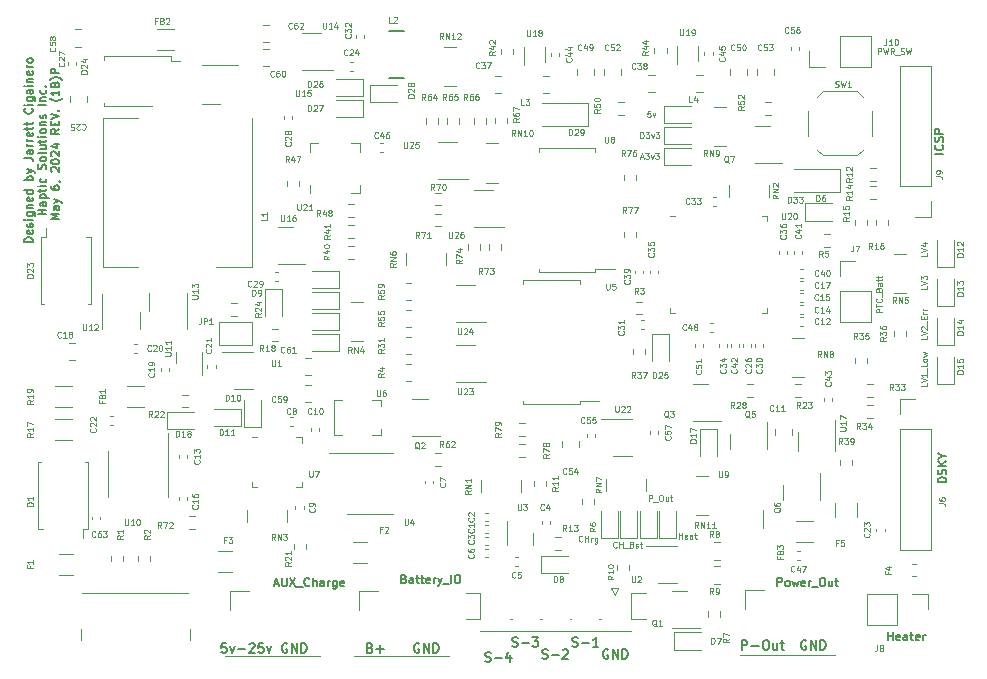
<source format=gbr>
%TF.GenerationSoftware,KiCad,Pcbnew,6.0.11+dfsg-1~bpo11+1*%
%TF.CreationDate,2024-05-06T14:55:15-05:00*%
%TF.ProjectId,BTMS,42544d53-2e6b-4696-9361-645f70636258,rev?*%
%TF.SameCoordinates,Original*%
%TF.FileFunction,Legend,Top*%
%TF.FilePolarity,Positive*%
%FSLAX46Y46*%
G04 Gerber Fmt 4.6, Leading zero omitted, Abs format (unit mm)*
G04 Created by KiCad (PCBNEW 6.0.11+dfsg-1~bpo11+1) date 2024-05-06 14:55:15*
%MOMM*%
%LPD*%
G01*
G04 APERTURE LIST*
%ADD10C,0.150000*%
%ADD11C,0.200000*%
%ADD12C,0.125000*%
%ADD13C,0.100000*%
%ADD14C,0.120000*%
%ADD15C,0.127000*%
G04 APERTURE END LIST*
D10*
X109679666Y-114430000D02*
X108979666Y-114430000D01*
X108979666Y-114263333D01*
X109013000Y-114163333D01*
X109079666Y-114096666D01*
X109146333Y-114063333D01*
X109279666Y-114030000D01*
X109379666Y-114030000D01*
X109513000Y-114063333D01*
X109579666Y-114096666D01*
X109646333Y-114163333D01*
X109679666Y-114263333D01*
X109679666Y-114430000D01*
X109646333Y-113463333D02*
X109679666Y-113530000D01*
X109679666Y-113663333D01*
X109646333Y-113730000D01*
X109579666Y-113763333D01*
X109313000Y-113763333D01*
X109246333Y-113730000D01*
X109213000Y-113663333D01*
X109213000Y-113530000D01*
X109246333Y-113463333D01*
X109313000Y-113430000D01*
X109379666Y-113430000D01*
X109446333Y-113763333D01*
X109646333Y-113163333D02*
X109679666Y-113096666D01*
X109679666Y-112963333D01*
X109646333Y-112896666D01*
X109579666Y-112863333D01*
X109546333Y-112863333D01*
X109479666Y-112896666D01*
X109446333Y-112963333D01*
X109446333Y-113063333D01*
X109413000Y-113130000D01*
X109346333Y-113163333D01*
X109313000Y-113163333D01*
X109246333Y-113130000D01*
X109213000Y-113063333D01*
X109213000Y-112963333D01*
X109246333Y-112896666D01*
X109679666Y-112563333D02*
X109213000Y-112563333D01*
X108979666Y-112563333D02*
X109013000Y-112596666D01*
X109046333Y-112563333D01*
X109013000Y-112530000D01*
X108979666Y-112563333D01*
X109046333Y-112563333D01*
X109213000Y-111930000D02*
X109779666Y-111930000D01*
X109846333Y-111963333D01*
X109879666Y-111996666D01*
X109913000Y-112063333D01*
X109913000Y-112163333D01*
X109879666Y-112230000D01*
X109646333Y-111930000D02*
X109679666Y-111996666D01*
X109679666Y-112130000D01*
X109646333Y-112196666D01*
X109613000Y-112230000D01*
X109546333Y-112263333D01*
X109346333Y-112263333D01*
X109279666Y-112230000D01*
X109246333Y-112196666D01*
X109213000Y-112130000D01*
X109213000Y-111996666D01*
X109246333Y-111930000D01*
X109213000Y-111596666D02*
X109679666Y-111596666D01*
X109279666Y-111596666D02*
X109246333Y-111563333D01*
X109213000Y-111496666D01*
X109213000Y-111396666D01*
X109246333Y-111330000D01*
X109313000Y-111296666D01*
X109679666Y-111296666D01*
X109646333Y-110696666D02*
X109679666Y-110763333D01*
X109679666Y-110896666D01*
X109646333Y-110963333D01*
X109579666Y-110996666D01*
X109313000Y-110996666D01*
X109246333Y-110963333D01*
X109213000Y-110896666D01*
X109213000Y-110763333D01*
X109246333Y-110696666D01*
X109313000Y-110663333D01*
X109379666Y-110663333D01*
X109446333Y-110996666D01*
X109679666Y-110063333D02*
X108979666Y-110063333D01*
X109646333Y-110063333D02*
X109679666Y-110130000D01*
X109679666Y-110263333D01*
X109646333Y-110330000D01*
X109613000Y-110363333D01*
X109546333Y-110396666D01*
X109346333Y-110396666D01*
X109279666Y-110363333D01*
X109246333Y-110330000D01*
X109213000Y-110263333D01*
X109213000Y-110130000D01*
X109246333Y-110063333D01*
X109679666Y-109196666D02*
X108979666Y-109196666D01*
X109246333Y-109196666D02*
X109213000Y-109130000D01*
X109213000Y-108996666D01*
X109246333Y-108930000D01*
X109279666Y-108896666D01*
X109346333Y-108863333D01*
X109546333Y-108863333D01*
X109613000Y-108896666D01*
X109646333Y-108930000D01*
X109679666Y-108996666D01*
X109679666Y-109130000D01*
X109646333Y-109196666D01*
X109213000Y-108630000D02*
X109679666Y-108463333D01*
X109213000Y-108296666D02*
X109679666Y-108463333D01*
X109846333Y-108530000D01*
X109879666Y-108563333D01*
X109913000Y-108630000D01*
X108979666Y-107296666D02*
X109479666Y-107296666D01*
X109579666Y-107330000D01*
X109646333Y-107396666D01*
X109679666Y-107496666D01*
X109679666Y-107563333D01*
X109679666Y-106663333D02*
X109313000Y-106663333D01*
X109246333Y-106696666D01*
X109213000Y-106763333D01*
X109213000Y-106896666D01*
X109246333Y-106963333D01*
X109646333Y-106663333D02*
X109679666Y-106730000D01*
X109679666Y-106896666D01*
X109646333Y-106963333D01*
X109579666Y-106996666D01*
X109513000Y-106996666D01*
X109446333Y-106963333D01*
X109413000Y-106896666D01*
X109413000Y-106730000D01*
X109379666Y-106663333D01*
X109679666Y-106330000D02*
X109213000Y-106330000D01*
X109346333Y-106330000D02*
X109279666Y-106296666D01*
X109246333Y-106263333D01*
X109213000Y-106196666D01*
X109213000Y-106130000D01*
X109679666Y-105896666D02*
X109213000Y-105896666D01*
X109346333Y-105896666D02*
X109279666Y-105863333D01*
X109246333Y-105830000D01*
X109213000Y-105763333D01*
X109213000Y-105696666D01*
X109646333Y-105196666D02*
X109679666Y-105263333D01*
X109679666Y-105396666D01*
X109646333Y-105463333D01*
X109579666Y-105496666D01*
X109313000Y-105496666D01*
X109246333Y-105463333D01*
X109213000Y-105396666D01*
X109213000Y-105263333D01*
X109246333Y-105196666D01*
X109313000Y-105163333D01*
X109379666Y-105163333D01*
X109446333Y-105496666D01*
X109213000Y-104963333D02*
X109213000Y-104696666D01*
X108979666Y-104863333D02*
X109579666Y-104863333D01*
X109646333Y-104830000D01*
X109679666Y-104763333D01*
X109679666Y-104696666D01*
X109213000Y-104563333D02*
X109213000Y-104296666D01*
X108979666Y-104463333D02*
X109579666Y-104463333D01*
X109646333Y-104430000D01*
X109679666Y-104363333D01*
X109679666Y-104296666D01*
X109613000Y-103130000D02*
X109646333Y-103163333D01*
X109679666Y-103263333D01*
X109679666Y-103330000D01*
X109646333Y-103430000D01*
X109579666Y-103496666D01*
X109513000Y-103530000D01*
X109379666Y-103563333D01*
X109279666Y-103563333D01*
X109146333Y-103530000D01*
X109079666Y-103496666D01*
X109013000Y-103430000D01*
X108979666Y-103330000D01*
X108979666Y-103263333D01*
X109013000Y-103163333D01*
X109046333Y-103130000D01*
X109679666Y-102830000D02*
X109213000Y-102830000D01*
X108979666Y-102830000D02*
X109013000Y-102863333D01*
X109046333Y-102830000D01*
X109013000Y-102796666D01*
X108979666Y-102830000D01*
X109046333Y-102830000D01*
X109213000Y-102196666D02*
X109779666Y-102196666D01*
X109846333Y-102230000D01*
X109879666Y-102263333D01*
X109913000Y-102330000D01*
X109913000Y-102430000D01*
X109879666Y-102496666D01*
X109646333Y-102196666D02*
X109679666Y-102263333D01*
X109679666Y-102396666D01*
X109646333Y-102463333D01*
X109613000Y-102496666D01*
X109546333Y-102530000D01*
X109346333Y-102530000D01*
X109279666Y-102496666D01*
X109246333Y-102463333D01*
X109213000Y-102396666D01*
X109213000Y-102263333D01*
X109246333Y-102196666D01*
X109679666Y-101563333D02*
X109313000Y-101563333D01*
X109246333Y-101596666D01*
X109213000Y-101663333D01*
X109213000Y-101796666D01*
X109246333Y-101863333D01*
X109646333Y-101563333D02*
X109679666Y-101630000D01*
X109679666Y-101796666D01*
X109646333Y-101863333D01*
X109579666Y-101896666D01*
X109513000Y-101896666D01*
X109446333Y-101863333D01*
X109413000Y-101796666D01*
X109413000Y-101630000D01*
X109379666Y-101563333D01*
X109679666Y-101230000D02*
X109213000Y-101230000D01*
X108979666Y-101230000D02*
X109013000Y-101263333D01*
X109046333Y-101230000D01*
X109013000Y-101196666D01*
X108979666Y-101230000D01*
X109046333Y-101230000D01*
X109213000Y-100896666D02*
X109679666Y-100896666D01*
X109279666Y-100896666D02*
X109246333Y-100863333D01*
X109213000Y-100796666D01*
X109213000Y-100696666D01*
X109246333Y-100630000D01*
X109313000Y-100596666D01*
X109679666Y-100596666D01*
X109646333Y-99996666D02*
X109679666Y-100063333D01*
X109679666Y-100196666D01*
X109646333Y-100263333D01*
X109579666Y-100296666D01*
X109313000Y-100296666D01*
X109246333Y-100263333D01*
X109213000Y-100196666D01*
X109213000Y-100063333D01*
X109246333Y-99996666D01*
X109313000Y-99963333D01*
X109379666Y-99963333D01*
X109446333Y-100296666D01*
X109679666Y-99663333D02*
X109213000Y-99663333D01*
X109346333Y-99663333D02*
X109279666Y-99630000D01*
X109246333Y-99596666D01*
X109213000Y-99530000D01*
X109213000Y-99463333D01*
X109679666Y-99130000D02*
X109646333Y-99196666D01*
X109613000Y-99230000D01*
X109546333Y-99263333D01*
X109346333Y-99263333D01*
X109279666Y-99230000D01*
X109246333Y-99196666D01*
X109213000Y-99130000D01*
X109213000Y-99030000D01*
X109246333Y-98963333D01*
X109279666Y-98930000D01*
X109346333Y-98896666D01*
X109546333Y-98896666D01*
X109613000Y-98930000D01*
X109646333Y-98963333D01*
X109679666Y-99030000D01*
X109679666Y-99130000D01*
X110806666Y-112096666D02*
X110106666Y-112096666D01*
X110440000Y-112096666D02*
X110440000Y-111696666D01*
X110806666Y-111696666D02*
X110106666Y-111696666D01*
X110806666Y-111063333D02*
X110440000Y-111063333D01*
X110373333Y-111096666D01*
X110340000Y-111163333D01*
X110340000Y-111296666D01*
X110373333Y-111363333D01*
X110773333Y-111063333D02*
X110806666Y-111130000D01*
X110806666Y-111296666D01*
X110773333Y-111363333D01*
X110706666Y-111396666D01*
X110640000Y-111396666D01*
X110573333Y-111363333D01*
X110540000Y-111296666D01*
X110540000Y-111130000D01*
X110506666Y-111063333D01*
X110340000Y-110730000D02*
X111040000Y-110730000D01*
X110373333Y-110730000D02*
X110340000Y-110663333D01*
X110340000Y-110530000D01*
X110373333Y-110463333D01*
X110406666Y-110430000D01*
X110473333Y-110396666D01*
X110673333Y-110396666D01*
X110740000Y-110430000D01*
X110773333Y-110463333D01*
X110806666Y-110530000D01*
X110806666Y-110663333D01*
X110773333Y-110730000D01*
X110340000Y-110196666D02*
X110340000Y-109930000D01*
X110106666Y-110096666D02*
X110706666Y-110096666D01*
X110773333Y-110063333D01*
X110806666Y-109996666D01*
X110806666Y-109930000D01*
X110806666Y-109696666D02*
X110340000Y-109696666D01*
X110106666Y-109696666D02*
X110140000Y-109730000D01*
X110173333Y-109696666D01*
X110140000Y-109663333D01*
X110106666Y-109696666D01*
X110173333Y-109696666D01*
X110773333Y-109063333D02*
X110806666Y-109130000D01*
X110806666Y-109263333D01*
X110773333Y-109330000D01*
X110740000Y-109363333D01*
X110673333Y-109396666D01*
X110473333Y-109396666D01*
X110406666Y-109363333D01*
X110373333Y-109330000D01*
X110340000Y-109263333D01*
X110340000Y-109130000D01*
X110373333Y-109063333D01*
X110773333Y-108263333D02*
X110806666Y-108163333D01*
X110806666Y-107996666D01*
X110773333Y-107930000D01*
X110740000Y-107896666D01*
X110673333Y-107863333D01*
X110606666Y-107863333D01*
X110540000Y-107896666D01*
X110506666Y-107930000D01*
X110473333Y-107996666D01*
X110440000Y-108130000D01*
X110406666Y-108196666D01*
X110373333Y-108230000D01*
X110306666Y-108263333D01*
X110240000Y-108263333D01*
X110173333Y-108230000D01*
X110140000Y-108196666D01*
X110106666Y-108130000D01*
X110106666Y-107963333D01*
X110140000Y-107863333D01*
X110806666Y-107463333D02*
X110773333Y-107530000D01*
X110740000Y-107563333D01*
X110673333Y-107596666D01*
X110473333Y-107596666D01*
X110406666Y-107563333D01*
X110373333Y-107530000D01*
X110340000Y-107463333D01*
X110340000Y-107363333D01*
X110373333Y-107296666D01*
X110406666Y-107263333D01*
X110473333Y-107230000D01*
X110673333Y-107230000D01*
X110740000Y-107263333D01*
X110773333Y-107296666D01*
X110806666Y-107363333D01*
X110806666Y-107463333D01*
X110806666Y-106830000D02*
X110773333Y-106896666D01*
X110706666Y-106930000D01*
X110106666Y-106930000D01*
X110340000Y-106263333D02*
X110806666Y-106263333D01*
X110340000Y-106563333D02*
X110706666Y-106563333D01*
X110773333Y-106530000D01*
X110806666Y-106463333D01*
X110806666Y-106363333D01*
X110773333Y-106296666D01*
X110740000Y-106263333D01*
X110340000Y-106030000D02*
X110340000Y-105763333D01*
X110106666Y-105930000D02*
X110706666Y-105930000D01*
X110773333Y-105896666D01*
X110806666Y-105830000D01*
X110806666Y-105763333D01*
X110806666Y-105530000D02*
X110340000Y-105530000D01*
X110106666Y-105530000D02*
X110140000Y-105563333D01*
X110173333Y-105530000D01*
X110140000Y-105496666D01*
X110106666Y-105530000D01*
X110173333Y-105530000D01*
X110806666Y-105096666D02*
X110773333Y-105163333D01*
X110740000Y-105196666D01*
X110673333Y-105230000D01*
X110473333Y-105230000D01*
X110406666Y-105196666D01*
X110373333Y-105163333D01*
X110340000Y-105096666D01*
X110340000Y-104996666D01*
X110373333Y-104930000D01*
X110406666Y-104896666D01*
X110473333Y-104863333D01*
X110673333Y-104863333D01*
X110740000Y-104896666D01*
X110773333Y-104930000D01*
X110806666Y-104996666D01*
X110806666Y-105096666D01*
X110340000Y-104563333D02*
X110806666Y-104563333D01*
X110406666Y-104563333D02*
X110373333Y-104530000D01*
X110340000Y-104463333D01*
X110340000Y-104363333D01*
X110373333Y-104296666D01*
X110440000Y-104263333D01*
X110806666Y-104263333D01*
X110773333Y-103963333D02*
X110806666Y-103896666D01*
X110806666Y-103763333D01*
X110773333Y-103696666D01*
X110706666Y-103663333D01*
X110673333Y-103663333D01*
X110606666Y-103696666D01*
X110573333Y-103763333D01*
X110573333Y-103863333D01*
X110540000Y-103930000D01*
X110473333Y-103963333D01*
X110440000Y-103963333D01*
X110373333Y-103930000D01*
X110340000Y-103863333D01*
X110340000Y-103763333D01*
X110373333Y-103696666D01*
X110806666Y-102830000D02*
X110106666Y-102830000D01*
X110340000Y-102496666D02*
X110806666Y-102496666D01*
X110406666Y-102496666D02*
X110373333Y-102463333D01*
X110340000Y-102396666D01*
X110340000Y-102296666D01*
X110373333Y-102230000D01*
X110440000Y-102196666D01*
X110806666Y-102196666D01*
X110773333Y-101563333D02*
X110806666Y-101630000D01*
X110806666Y-101763333D01*
X110773333Y-101830000D01*
X110740000Y-101863333D01*
X110673333Y-101896666D01*
X110473333Y-101896666D01*
X110406666Y-101863333D01*
X110373333Y-101830000D01*
X110340000Y-101763333D01*
X110340000Y-101630000D01*
X110373333Y-101563333D01*
X110740000Y-101263333D02*
X110773333Y-101230000D01*
X110806666Y-101263333D01*
X110773333Y-101296666D01*
X110740000Y-101263333D01*
X110806666Y-101263333D01*
X111933666Y-112496666D02*
X111233666Y-112496666D01*
X111733666Y-112263333D01*
X111233666Y-112030000D01*
X111933666Y-112030000D01*
X111933666Y-111396666D02*
X111567000Y-111396666D01*
X111500333Y-111430000D01*
X111467000Y-111496666D01*
X111467000Y-111630000D01*
X111500333Y-111696666D01*
X111900333Y-111396666D02*
X111933666Y-111463333D01*
X111933666Y-111630000D01*
X111900333Y-111696666D01*
X111833666Y-111730000D01*
X111767000Y-111730000D01*
X111700333Y-111696666D01*
X111667000Y-111630000D01*
X111667000Y-111463333D01*
X111633666Y-111396666D01*
X111467000Y-111130000D02*
X111933666Y-110963333D01*
X111467000Y-110796666D02*
X111933666Y-110963333D01*
X112100333Y-111030000D01*
X112133666Y-111063333D01*
X112167000Y-111130000D01*
X111233666Y-109696666D02*
X111233666Y-109830000D01*
X111267000Y-109896666D01*
X111300333Y-109930000D01*
X111400333Y-109996666D01*
X111533666Y-110030000D01*
X111800333Y-110030000D01*
X111867000Y-109996666D01*
X111900333Y-109963333D01*
X111933666Y-109896666D01*
X111933666Y-109763333D01*
X111900333Y-109696666D01*
X111867000Y-109663333D01*
X111800333Y-109630000D01*
X111633666Y-109630000D01*
X111567000Y-109663333D01*
X111533666Y-109696666D01*
X111500333Y-109763333D01*
X111500333Y-109896666D01*
X111533666Y-109963333D01*
X111567000Y-109996666D01*
X111633666Y-110030000D01*
X111900333Y-109296666D02*
X111933666Y-109296666D01*
X112000333Y-109330000D01*
X112033666Y-109363333D01*
X111300333Y-108496666D02*
X111267000Y-108463333D01*
X111233666Y-108396666D01*
X111233666Y-108230000D01*
X111267000Y-108163333D01*
X111300333Y-108130000D01*
X111367000Y-108096666D01*
X111433666Y-108096666D01*
X111533666Y-108130000D01*
X111933666Y-108530000D01*
X111933666Y-108096666D01*
X111233666Y-107663333D02*
X111233666Y-107596666D01*
X111267000Y-107530000D01*
X111300333Y-107496666D01*
X111367000Y-107463333D01*
X111500333Y-107430000D01*
X111667000Y-107430000D01*
X111800333Y-107463333D01*
X111867000Y-107496666D01*
X111900333Y-107530000D01*
X111933666Y-107596666D01*
X111933666Y-107663333D01*
X111900333Y-107730000D01*
X111867000Y-107763333D01*
X111800333Y-107796666D01*
X111667000Y-107830000D01*
X111500333Y-107830000D01*
X111367000Y-107796666D01*
X111300333Y-107763333D01*
X111267000Y-107730000D01*
X111233666Y-107663333D01*
X111300333Y-107163333D02*
X111267000Y-107130000D01*
X111233666Y-107063333D01*
X111233666Y-106896666D01*
X111267000Y-106830000D01*
X111300333Y-106796666D01*
X111367000Y-106763333D01*
X111433666Y-106763333D01*
X111533666Y-106796666D01*
X111933666Y-107196666D01*
X111933666Y-106763333D01*
X111467000Y-106163333D02*
X111933666Y-106163333D01*
X111200333Y-106330000D02*
X111700333Y-106496666D01*
X111700333Y-106063333D01*
X111933666Y-104863333D02*
X111600333Y-105096666D01*
X111933666Y-105263333D02*
X111233666Y-105263333D01*
X111233666Y-104996666D01*
X111267000Y-104930000D01*
X111300333Y-104896666D01*
X111367000Y-104863333D01*
X111467000Y-104863333D01*
X111533666Y-104896666D01*
X111567000Y-104930000D01*
X111600333Y-104996666D01*
X111600333Y-105263333D01*
X111567000Y-104563333D02*
X111567000Y-104330000D01*
X111933666Y-104230000D02*
X111933666Y-104563333D01*
X111233666Y-104563333D01*
X111233666Y-104230000D01*
X111233666Y-104030000D02*
X111933666Y-103796666D01*
X111233666Y-103563333D01*
X111867000Y-103330000D02*
X111900333Y-103296666D01*
X111933666Y-103330000D01*
X111900333Y-103363333D01*
X111867000Y-103330000D01*
X111933666Y-103330000D01*
X112200333Y-102263333D02*
X112167000Y-102296666D01*
X112067000Y-102363333D01*
X112000333Y-102396666D01*
X111900333Y-102430000D01*
X111733666Y-102463333D01*
X111600333Y-102463333D01*
X111433666Y-102430000D01*
X111333666Y-102396666D01*
X111267000Y-102363333D01*
X111167000Y-102296666D01*
X111133666Y-102263333D01*
X111933666Y-101630000D02*
X111933666Y-102030000D01*
X111933666Y-101830000D02*
X111233666Y-101830000D01*
X111333666Y-101896666D01*
X111400333Y-101963333D01*
X111433666Y-102030000D01*
X111567000Y-101096666D02*
X111600333Y-100996666D01*
X111633666Y-100963333D01*
X111700333Y-100930000D01*
X111800333Y-100930000D01*
X111867000Y-100963333D01*
X111900333Y-100996666D01*
X111933666Y-101063333D01*
X111933666Y-101330000D01*
X111233666Y-101330000D01*
X111233666Y-101096666D01*
X111267000Y-101030000D01*
X111300333Y-100996666D01*
X111367000Y-100963333D01*
X111433666Y-100963333D01*
X111500333Y-100996666D01*
X111533666Y-101030000D01*
X111567000Y-101096666D01*
X111567000Y-101330000D01*
X112200333Y-100696666D02*
X112167000Y-100663333D01*
X112067000Y-100596666D01*
X112000333Y-100563333D01*
X111900333Y-100530000D01*
X111733666Y-100496666D01*
X111600333Y-100496666D01*
X111433666Y-100530000D01*
X111333666Y-100563333D01*
X111267000Y-100596666D01*
X111167000Y-100663333D01*
X111133666Y-100696666D01*
X111933666Y-100163333D02*
X111233666Y-100163333D01*
X111233666Y-99896666D01*
X111267000Y-99830000D01*
X111300333Y-99796666D01*
X111367000Y-99763333D01*
X111467000Y-99763333D01*
X111533666Y-99796666D01*
X111567000Y-99830000D01*
X111600333Y-99896666D01*
X111600333Y-100163333D01*
D11*
X169735714Y-148951904D02*
X169735714Y-148151904D01*
X170040476Y-148151904D01*
X170116666Y-148190000D01*
X170154761Y-148228095D01*
X170192857Y-148304285D01*
X170192857Y-148418571D01*
X170154761Y-148494761D01*
X170116666Y-148532857D01*
X170040476Y-148570952D01*
X169735714Y-148570952D01*
X170535714Y-148647142D02*
X171145238Y-148647142D01*
X171678571Y-148151904D02*
X171830952Y-148151904D01*
X171907142Y-148190000D01*
X171983333Y-148266190D01*
X172021428Y-148418571D01*
X172021428Y-148685238D01*
X171983333Y-148837619D01*
X171907142Y-148913809D01*
X171830952Y-148951904D01*
X171678571Y-148951904D01*
X171602380Y-148913809D01*
X171526190Y-148837619D01*
X171488095Y-148685238D01*
X171488095Y-148418571D01*
X171526190Y-148266190D01*
X171602380Y-148190000D01*
X171678571Y-148151904D01*
X172707142Y-148418571D02*
X172707142Y-148951904D01*
X172364285Y-148418571D02*
X172364285Y-148837619D01*
X172402380Y-148913809D01*
X172478571Y-148951904D01*
X172592857Y-148951904D01*
X172669047Y-148913809D01*
X172707142Y-148875714D01*
X172973809Y-148418571D02*
X173278571Y-148418571D01*
X173088095Y-148151904D02*
X173088095Y-148837619D01*
X173126190Y-148913809D01*
X173202380Y-148951904D01*
X173278571Y-148951904D01*
X126085809Y-148405904D02*
X125704857Y-148405904D01*
X125666761Y-148786857D01*
X125704857Y-148748761D01*
X125781047Y-148710666D01*
X125971523Y-148710666D01*
X126047714Y-148748761D01*
X126085809Y-148786857D01*
X126123904Y-148863047D01*
X126123904Y-149053523D01*
X126085809Y-149129714D01*
X126047714Y-149167809D01*
X125971523Y-149205904D01*
X125781047Y-149205904D01*
X125704857Y-149167809D01*
X125666761Y-149129714D01*
X126390571Y-148672571D02*
X126581047Y-149205904D01*
X126771523Y-148672571D01*
X127076285Y-148901142D02*
X127685809Y-148901142D01*
X128028666Y-148482095D02*
X128066761Y-148444000D01*
X128142952Y-148405904D01*
X128333428Y-148405904D01*
X128409619Y-148444000D01*
X128447714Y-148482095D01*
X128485809Y-148558285D01*
X128485809Y-148634476D01*
X128447714Y-148748761D01*
X127990571Y-149205904D01*
X128485809Y-149205904D01*
X129209619Y-148405904D02*
X128828666Y-148405904D01*
X128790571Y-148786857D01*
X128828666Y-148748761D01*
X128904857Y-148710666D01*
X129095333Y-148710666D01*
X129171523Y-148748761D01*
X129209619Y-148786857D01*
X129247714Y-148863047D01*
X129247714Y-149053523D01*
X129209619Y-149129714D01*
X129171523Y-149167809D01*
X129095333Y-149205904D01*
X128904857Y-149205904D01*
X128828666Y-149167809D01*
X128790571Y-149129714D01*
X129514380Y-148672571D02*
X129704857Y-149205904D01*
X129895333Y-148672571D01*
D12*
X156229904Y-139751571D02*
X156206095Y-139775380D01*
X156134666Y-139799190D01*
X156087047Y-139799190D01*
X156015619Y-139775380D01*
X155968000Y-139727761D01*
X155944190Y-139680142D01*
X155920380Y-139584904D01*
X155920380Y-139513476D01*
X155944190Y-139418238D01*
X155968000Y-139370619D01*
X156015619Y-139323000D01*
X156087047Y-139299190D01*
X156134666Y-139299190D01*
X156206095Y-139323000D01*
X156229904Y-139346809D01*
X156444190Y-139799190D02*
X156444190Y-139299190D01*
X156444190Y-139537285D02*
X156729904Y-139537285D01*
X156729904Y-139799190D02*
X156729904Y-139299190D01*
X156968000Y-139799190D02*
X156968000Y-139465857D01*
X156968000Y-139561095D02*
X156991809Y-139513476D01*
X157015619Y-139489666D01*
X157063238Y-139465857D01*
X157110857Y-139465857D01*
X157491809Y-139465857D02*
X157491809Y-139870619D01*
X157468000Y-139918238D01*
X157444190Y-139942047D01*
X157396571Y-139965857D01*
X157325142Y-139965857D01*
X157277523Y-139942047D01*
X157491809Y-139775380D02*
X157444190Y-139799190D01*
X157348952Y-139799190D01*
X157301333Y-139775380D01*
X157277523Y-139751571D01*
X157253714Y-139703952D01*
X157253714Y-139561095D01*
X157277523Y-139513476D01*
X157301333Y-139489666D01*
X157348952Y-139465857D01*
X157444190Y-139465857D01*
X157491809Y-139489666D01*
X161980571Y-103358190D02*
X161742476Y-103358190D01*
X161718666Y-103596285D01*
X161742476Y-103572476D01*
X161790095Y-103548666D01*
X161909142Y-103548666D01*
X161956761Y-103572476D01*
X161980571Y-103596285D01*
X162004380Y-103643904D01*
X162004380Y-103762952D01*
X161980571Y-103810571D01*
X161956761Y-103834380D01*
X161909142Y-103858190D01*
X161790095Y-103858190D01*
X161742476Y-103834380D01*
X161718666Y-103810571D01*
X162171047Y-103524857D02*
X162290095Y-103858190D01*
X162409142Y-103524857D01*
X161127380Y-105636190D02*
X161127380Y-105136190D01*
X161246428Y-105136190D01*
X161317857Y-105160000D01*
X161365476Y-105207619D01*
X161389285Y-105255238D01*
X161413095Y-105350476D01*
X161413095Y-105421904D01*
X161389285Y-105517142D01*
X161365476Y-105564761D01*
X161317857Y-105612380D01*
X161246428Y-105636190D01*
X161127380Y-105636190D01*
X161579761Y-105136190D02*
X161889285Y-105136190D01*
X161722619Y-105326666D01*
X161794047Y-105326666D01*
X161841666Y-105350476D01*
X161865476Y-105374285D01*
X161889285Y-105421904D01*
X161889285Y-105540952D01*
X161865476Y-105588571D01*
X161841666Y-105612380D01*
X161794047Y-105636190D01*
X161651190Y-105636190D01*
X161603571Y-105612380D01*
X161579761Y-105588571D01*
X162055952Y-105302857D02*
X162175000Y-105636190D01*
X162294047Y-105302857D01*
X162436904Y-105136190D02*
X162746428Y-105136190D01*
X162579761Y-105326666D01*
X162651190Y-105326666D01*
X162698809Y-105350476D01*
X162722619Y-105374285D01*
X162746428Y-105421904D01*
X162746428Y-105540952D01*
X162722619Y-105588571D01*
X162698809Y-105612380D01*
X162651190Y-105636190D01*
X162508333Y-105636190D01*
X162460714Y-105612380D01*
X162436904Y-105588571D01*
D11*
X131216476Y-148444000D02*
X131140285Y-148405904D01*
X131026000Y-148405904D01*
X130911714Y-148444000D01*
X130835523Y-148520190D01*
X130797428Y-148596380D01*
X130759333Y-148748761D01*
X130759333Y-148863047D01*
X130797428Y-149015428D01*
X130835523Y-149091619D01*
X130911714Y-149167809D01*
X131026000Y-149205904D01*
X131102190Y-149205904D01*
X131216476Y-149167809D01*
X131254571Y-149129714D01*
X131254571Y-148863047D01*
X131102190Y-148863047D01*
X131597428Y-149205904D02*
X131597428Y-148405904D01*
X132054571Y-149205904D01*
X132054571Y-148405904D01*
X132435523Y-149205904D02*
X132435523Y-148405904D01*
X132626000Y-148405904D01*
X132740285Y-148444000D01*
X132816476Y-148520190D01*
X132854571Y-148596380D01*
X132892666Y-148748761D01*
X132892666Y-148863047D01*
X132854571Y-149015428D01*
X132816476Y-149091619D01*
X132740285Y-149167809D01*
X132626000Y-149205904D01*
X132435523Y-149205904D01*
X150279238Y-148659809D02*
X150393523Y-148697904D01*
X150584000Y-148697904D01*
X150660190Y-148659809D01*
X150698285Y-148621714D01*
X150736380Y-148545523D01*
X150736380Y-148469333D01*
X150698285Y-148393142D01*
X150660190Y-148355047D01*
X150584000Y-148316952D01*
X150431619Y-148278857D01*
X150355428Y-148240761D01*
X150317333Y-148202666D01*
X150279238Y-148126476D01*
X150279238Y-148050285D01*
X150317333Y-147974095D01*
X150355428Y-147936000D01*
X150431619Y-147897904D01*
X150622095Y-147897904D01*
X150736380Y-147936000D01*
X151079238Y-148393142D02*
X151688761Y-148393142D01*
X151993523Y-147897904D02*
X152488761Y-147897904D01*
X152222095Y-148202666D01*
X152336380Y-148202666D01*
X152412571Y-148240761D01*
X152450666Y-148278857D01*
X152488761Y-148355047D01*
X152488761Y-148545523D01*
X152450666Y-148621714D01*
X152412571Y-148659809D01*
X152336380Y-148697904D01*
X152107809Y-148697904D01*
X152031619Y-148659809D01*
X151993523Y-148621714D01*
X158394476Y-148952000D02*
X158318285Y-148913904D01*
X158204000Y-148913904D01*
X158089714Y-148952000D01*
X158013523Y-149028190D01*
X157975428Y-149104380D01*
X157937333Y-149256761D01*
X157937333Y-149371047D01*
X157975428Y-149523428D01*
X158013523Y-149599619D01*
X158089714Y-149675809D01*
X158204000Y-149713904D01*
X158280190Y-149713904D01*
X158394476Y-149675809D01*
X158432571Y-149637714D01*
X158432571Y-149371047D01*
X158280190Y-149371047D01*
X158775428Y-149713904D02*
X158775428Y-148913904D01*
X159232571Y-149713904D01*
X159232571Y-148913904D01*
X159613523Y-149713904D02*
X159613523Y-148913904D01*
X159804000Y-148913904D01*
X159918285Y-148952000D01*
X159994476Y-149028190D01*
X160032571Y-149104380D01*
X160070666Y-149256761D01*
X160070666Y-149371047D01*
X160032571Y-149523428D01*
X159994476Y-149599619D01*
X159918285Y-149675809D01*
X159804000Y-149713904D01*
X159613523Y-149713904D01*
D12*
X161861619Y-136370190D02*
X161861619Y-135870190D01*
X162052095Y-135870190D01*
X162099714Y-135894000D01*
X162123523Y-135917809D01*
X162147333Y-135965428D01*
X162147333Y-136036857D01*
X162123523Y-136084476D01*
X162099714Y-136108285D01*
X162052095Y-136132095D01*
X161861619Y-136132095D01*
X162242571Y-136417809D02*
X162623523Y-136417809D01*
X162837809Y-135870190D02*
X162933047Y-135870190D01*
X162980666Y-135894000D01*
X163028285Y-135941619D01*
X163052095Y-136036857D01*
X163052095Y-136203523D01*
X163028285Y-136298761D01*
X162980666Y-136346380D01*
X162933047Y-136370190D01*
X162837809Y-136370190D01*
X162790190Y-136346380D01*
X162742571Y-136298761D01*
X162718761Y-136203523D01*
X162718761Y-136036857D01*
X162742571Y-135941619D01*
X162790190Y-135894000D01*
X162837809Y-135870190D01*
X163480666Y-136036857D02*
X163480666Y-136370190D01*
X163266380Y-136036857D02*
X163266380Y-136298761D01*
X163290190Y-136346380D01*
X163337809Y-136370190D01*
X163409238Y-136370190D01*
X163456857Y-136346380D01*
X163480666Y-136322571D01*
X163647333Y-136036857D02*
X163837809Y-136036857D01*
X163718761Y-135870190D02*
X163718761Y-136298761D01*
X163742571Y-136346380D01*
X163790190Y-136370190D01*
X163837809Y-136370190D01*
X164373809Y-139545190D02*
X164373809Y-139045190D01*
X164373809Y-139283285D02*
X164659523Y-139283285D01*
X164659523Y-139545190D02*
X164659523Y-139045190D01*
X165088095Y-139521380D02*
X165040476Y-139545190D01*
X164945238Y-139545190D01*
X164897619Y-139521380D01*
X164873809Y-139473761D01*
X164873809Y-139283285D01*
X164897619Y-139235666D01*
X164945238Y-139211857D01*
X165040476Y-139211857D01*
X165088095Y-139235666D01*
X165111904Y-139283285D01*
X165111904Y-139330904D01*
X164873809Y-139378523D01*
X165540476Y-139545190D02*
X165540476Y-139283285D01*
X165516666Y-139235666D01*
X165469047Y-139211857D01*
X165373809Y-139211857D01*
X165326190Y-139235666D01*
X165540476Y-139521380D02*
X165492857Y-139545190D01*
X165373809Y-139545190D01*
X165326190Y-139521380D01*
X165302380Y-139473761D01*
X165302380Y-139426142D01*
X165326190Y-139378523D01*
X165373809Y-139354714D01*
X165492857Y-139354714D01*
X165540476Y-139330904D01*
X165707142Y-139211857D02*
X165897619Y-139211857D01*
X165778571Y-139045190D02*
X165778571Y-139473761D01*
X165802380Y-139521380D01*
X165850000Y-139545190D01*
X165897619Y-139545190D01*
X181582190Y-120395809D02*
X181082190Y-120395809D01*
X181082190Y-120205333D01*
X181106000Y-120157714D01*
X181129809Y-120133904D01*
X181177428Y-120110095D01*
X181248857Y-120110095D01*
X181296476Y-120133904D01*
X181320285Y-120157714D01*
X181344095Y-120205333D01*
X181344095Y-120395809D01*
X181082190Y-119967238D02*
X181082190Y-119681523D01*
X181582190Y-119824380D02*
X181082190Y-119824380D01*
X181534571Y-119229142D02*
X181558380Y-119252952D01*
X181582190Y-119324380D01*
X181582190Y-119372000D01*
X181558380Y-119443428D01*
X181510761Y-119491047D01*
X181463142Y-119514857D01*
X181367904Y-119538666D01*
X181296476Y-119538666D01*
X181201238Y-119514857D01*
X181153619Y-119491047D01*
X181106000Y-119443428D01*
X181082190Y-119372000D01*
X181082190Y-119324380D01*
X181106000Y-119252952D01*
X181129809Y-119229142D01*
X181629809Y-119133904D02*
X181629809Y-118752952D01*
X181320285Y-118467238D02*
X181344095Y-118395809D01*
X181367904Y-118372000D01*
X181415523Y-118348190D01*
X181486952Y-118348190D01*
X181534571Y-118372000D01*
X181558380Y-118395809D01*
X181582190Y-118443428D01*
X181582190Y-118633904D01*
X181082190Y-118633904D01*
X181082190Y-118467238D01*
X181106000Y-118419619D01*
X181129809Y-118395809D01*
X181177428Y-118372000D01*
X181225047Y-118372000D01*
X181272666Y-118395809D01*
X181296476Y-118419619D01*
X181320285Y-118467238D01*
X181320285Y-118633904D01*
X181582190Y-117919619D02*
X181320285Y-117919619D01*
X181272666Y-117943428D01*
X181248857Y-117991047D01*
X181248857Y-118086285D01*
X181272666Y-118133904D01*
X181558380Y-117919619D02*
X181582190Y-117967238D01*
X181582190Y-118086285D01*
X181558380Y-118133904D01*
X181510761Y-118157714D01*
X181463142Y-118157714D01*
X181415523Y-118133904D01*
X181391714Y-118086285D01*
X181391714Y-117967238D01*
X181367904Y-117919619D01*
X181248857Y-117752952D02*
X181248857Y-117562476D01*
X181082190Y-117681523D02*
X181510761Y-117681523D01*
X181558380Y-117657714D01*
X181582190Y-117610095D01*
X181582190Y-117562476D01*
X181248857Y-117467238D02*
X181248857Y-117276761D01*
X181082190Y-117395809D02*
X181510761Y-117395809D01*
X181558380Y-117372000D01*
X181582190Y-117324380D01*
X181582190Y-117276761D01*
D11*
X152819238Y-149675809D02*
X152933523Y-149713904D01*
X153124000Y-149713904D01*
X153200190Y-149675809D01*
X153238285Y-149637714D01*
X153276380Y-149561523D01*
X153276380Y-149485333D01*
X153238285Y-149409142D01*
X153200190Y-149371047D01*
X153124000Y-149332952D01*
X152971619Y-149294857D01*
X152895428Y-149256761D01*
X152857333Y-149218666D01*
X152819238Y-149142476D01*
X152819238Y-149066285D01*
X152857333Y-148990095D01*
X152895428Y-148952000D01*
X152971619Y-148913904D01*
X153162095Y-148913904D01*
X153276380Y-148952000D01*
X153619238Y-149409142D02*
X154228761Y-149409142D01*
X154571619Y-148990095D02*
X154609714Y-148952000D01*
X154685904Y-148913904D01*
X154876380Y-148913904D01*
X154952571Y-148952000D01*
X154990666Y-148990095D01*
X155028761Y-149066285D01*
X155028761Y-149142476D01*
X154990666Y-149256761D01*
X154533523Y-149713904D01*
X155028761Y-149713904D01*
D12*
X161139285Y-107271333D02*
X161377380Y-107271333D01*
X161091666Y-107414190D02*
X161258333Y-106914190D01*
X161425000Y-107414190D01*
X161544047Y-106914190D02*
X161853571Y-106914190D01*
X161686904Y-107104666D01*
X161758333Y-107104666D01*
X161805952Y-107128476D01*
X161829761Y-107152285D01*
X161853571Y-107199904D01*
X161853571Y-107318952D01*
X161829761Y-107366571D01*
X161805952Y-107390380D01*
X161758333Y-107414190D01*
X161615476Y-107414190D01*
X161567857Y-107390380D01*
X161544047Y-107366571D01*
X162020238Y-107080857D02*
X162139285Y-107414190D01*
X162258333Y-107080857D01*
X162401190Y-106914190D02*
X162710714Y-106914190D01*
X162544047Y-107104666D01*
X162615476Y-107104666D01*
X162663095Y-107128476D01*
X162686904Y-107152285D01*
X162710714Y-107199904D01*
X162710714Y-107318952D01*
X162686904Y-107366571D01*
X162663095Y-107390380D01*
X162615476Y-107414190D01*
X162472619Y-107414190D01*
X162425000Y-107390380D01*
X162401190Y-107366571D01*
D11*
X155359238Y-148659809D02*
X155473523Y-148697904D01*
X155664000Y-148697904D01*
X155740190Y-148659809D01*
X155778285Y-148621714D01*
X155816380Y-148545523D01*
X155816380Y-148469333D01*
X155778285Y-148393142D01*
X155740190Y-148355047D01*
X155664000Y-148316952D01*
X155511619Y-148278857D01*
X155435428Y-148240761D01*
X155397333Y-148202666D01*
X155359238Y-148126476D01*
X155359238Y-148050285D01*
X155397333Y-147974095D01*
X155435428Y-147936000D01*
X155511619Y-147897904D01*
X155702095Y-147897904D01*
X155816380Y-147936000D01*
X156159238Y-148393142D02*
X156768761Y-148393142D01*
X157568761Y-148697904D02*
X157111619Y-148697904D01*
X157340190Y-148697904D02*
X157340190Y-147897904D01*
X157264000Y-148012190D01*
X157187809Y-148088380D01*
X157111619Y-148126476D01*
X175158476Y-148190000D02*
X175082285Y-148151904D01*
X174968000Y-148151904D01*
X174853714Y-148190000D01*
X174777523Y-148266190D01*
X174739428Y-148342380D01*
X174701333Y-148494761D01*
X174701333Y-148609047D01*
X174739428Y-148761428D01*
X174777523Y-148837619D01*
X174853714Y-148913809D01*
X174968000Y-148951904D01*
X175044190Y-148951904D01*
X175158476Y-148913809D01*
X175196571Y-148875714D01*
X175196571Y-148609047D01*
X175044190Y-148609047D01*
X175539428Y-148951904D02*
X175539428Y-148151904D01*
X175996571Y-148951904D01*
X175996571Y-148151904D01*
X176377523Y-148951904D02*
X176377523Y-148151904D01*
X176568000Y-148151904D01*
X176682285Y-148190000D01*
X176758476Y-148266190D01*
X176796571Y-148342380D01*
X176834666Y-148494761D01*
X176834666Y-148609047D01*
X176796571Y-148761428D01*
X176758476Y-148837619D01*
X176682285Y-148913809D01*
X176568000Y-148951904D01*
X176377523Y-148951904D01*
X138245904Y-148786857D02*
X138360190Y-148824952D01*
X138398285Y-148863047D01*
X138436380Y-148939238D01*
X138436380Y-149053523D01*
X138398285Y-149129714D01*
X138360190Y-149167809D01*
X138284000Y-149205904D01*
X137979238Y-149205904D01*
X137979238Y-148405904D01*
X138245904Y-148405904D01*
X138322095Y-148444000D01*
X138360190Y-148482095D01*
X138398285Y-148558285D01*
X138398285Y-148634476D01*
X138360190Y-148710666D01*
X138322095Y-148748761D01*
X138245904Y-148786857D01*
X137979238Y-148786857D01*
X138779238Y-148901142D02*
X139388761Y-148901142D01*
X139084000Y-149205904D02*
X139084000Y-148596380D01*
X147993238Y-149929809D02*
X148107523Y-149967904D01*
X148298000Y-149967904D01*
X148374190Y-149929809D01*
X148412285Y-149891714D01*
X148450380Y-149815523D01*
X148450380Y-149739333D01*
X148412285Y-149663142D01*
X148374190Y-149625047D01*
X148298000Y-149586952D01*
X148145619Y-149548857D01*
X148069428Y-149510761D01*
X148031333Y-149472666D01*
X147993238Y-149396476D01*
X147993238Y-149320285D01*
X148031333Y-149244095D01*
X148069428Y-149206000D01*
X148145619Y-149167904D01*
X148336095Y-149167904D01*
X148450380Y-149206000D01*
X148793238Y-149663142D02*
X149402761Y-149663142D01*
X150126571Y-149434571D02*
X150126571Y-149967904D01*
X149936095Y-149129809D02*
X149745619Y-149701238D01*
X150240857Y-149701238D01*
X142392476Y-148444000D02*
X142316285Y-148405904D01*
X142202000Y-148405904D01*
X142087714Y-148444000D01*
X142011523Y-148520190D01*
X141973428Y-148596380D01*
X141935333Y-148748761D01*
X141935333Y-148863047D01*
X141973428Y-149015428D01*
X142011523Y-149091619D01*
X142087714Y-149167809D01*
X142202000Y-149205904D01*
X142278190Y-149205904D01*
X142392476Y-149167809D01*
X142430571Y-149129714D01*
X142430571Y-148863047D01*
X142278190Y-148863047D01*
X142773428Y-149205904D02*
X142773428Y-148405904D01*
X143230571Y-149205904D01*
X143230571Y-148405904D01*
X143611523Y-149205904D02*
X143611523Y-148405904D01*
X143802000Y-148405904D01*
X143916285Y-148444000D01*
X143992476Y-148520190D01*
X144030571Y-148596380D01*
X144068666Y-148748761D01*
X144068666Y-148863047D01*
X144030571Y-149015428D01*
X143992476Y-149091619D01*
X143916285Y-149167809D01*
X143802000Y-149205904D01*
X143611523Y-149205904D01*
D12*
X159127142Y-140259571D02*
X159103333Y-140283380D01*
X159031904Y-140307190D01*
X158984285Y-140307190D01*
X158912857Y-140283380D01*
X158865238Y-140235761D01*
X158841428Y-140188142D01*
X158817619Y-140092904D01*
X158817619Y-140021476D01*
X158841428Y-139926238D01*
X158865238Y-139878619D01*
X158912857Y-139831000D01*
X158984285Y-139807190D01*
X159031904Y-139807190D01*
X159103333Y-139831000D01*
X159127142Y-139854809D01*
X159341428Y-140307190D02*
X159341428Y-139807190D01*
X159341428Y-140045285D02*
X159627142Y-140045285D01*
X159627142Y-140307190D02*
X159627142Y-139807190D01*
X159746190Y-140354809D02*
X160127142Y-140354809D01*
X160412857Y-140045285D02*
X160484285Y-140069095D01*
X160508095Y-140092904D01*
X160531904Y-140140523D01*
X160531904Y-140211952D01*
X160508095Y-140259571D01*
X160484285Y-140283380D01*
X160436666Y-140307190D01*
X160246190Y-140307190D01*
X160246190Y-139807190D01*
X160412857Y-139807190D01*
X160460476Y-139831000D01*
X160484285Y-139854809D01*
X160508095Y-139902428D01*
X160508095Y-139950047D01*
X160484285Y-139997666D01*
X160460476Y-140021476D01*
X160412857Y-140045285D01*
X160246190Y-140045285D01*
X160722380Y-140283380D02*
X160770000Y-140307190D01*
X160865238Y-140307190D01*
X160912857Y-140283380D01*
X160936666Y-140235761D01*
X160936666Y-140211952D01*
X160912857Y-140164333D01*
X160865238Y-140140523D01*
X160793809Y-140140523D01*
X160746190Y-140116714D01*
X160722380Y-140069095D01*
X160722380Y-140045285D01*
X160746190Y-139997666D01*
X160793809Y-139973857D01*
X160865238Y-139973857D01*
X160912857Y-139997666D01*
X161079523Y-139973857D02*
X161270000Y-139973857D01*
X161150952Y-139807190D02*
X161150952Y-140235761D01*
X161174761Y-140283380D01*
X161222380Y-140307190D01*
X161270000Y-140307190D01*
%TO.C,R10*%
X158849190Y-142688428D02*
X158611095Y-142855095D01*
X158849190Y-142974142D02*
X158349190Y-142974142D01*
X158349190Y-142783666D01*
X158373000Y-142736047D01*
X158396809Y-142712238D01*
X158444428Y-142688428D01*
X158515857Y-142688428D01*
X158563476Y-142712238D01*
X158587285Y-142736047D01*
X158611095Y-142783666D01*
X158611095Y-142974142D01*
X158849190Y-142212238D02*
X158849190Y-142497952D01*
X158849190Y-142355095D02*
X158349190Y-142355095D01*
X158420619Y-142402714D01*
X158468238Y-142450333D01*
X158492047Y-142497952D01*
X158349190Y-141902714D02*
X158349190Y-141855095D01*
X158373000Y-141807476D01*
X158396809Y-141783666D01*
X158444428Y-141759857D01*
X158539666Y-141736047D01*
X158658714Y-141736047D01*
X158753952Y-141759857D01*
X158801571Y-141783666D01*
X158825380Y-141807476D01*
X158849190Y-141855095D01*
X158849190Y-141902714D01*
X158825380Y-141950333D01*
X158801571Y-141974142D01*
X158753952Y-141997952D01*
X158658714Y-142021761D01*
X158539666Y-142021761D01*
X158444428Y-141997952D01*
X158396809Y-141974142D01*
X158373000Y-141950333D01*
X158349190Y-141902714D01*
%TO.C,U2*%
X160401047Y-142728190D02*
X160401047Y-143132952D01*
X160424857Y-143180571D01*
X160448666Y-143204380D01*
X160496285Y-143228190D01*
X160591523Y-143228190D01*
X160639142Y-143204380D01*
X160662952Y-143180571D01*
X160686761Y-143132952D01*
X160686761Y-142728190D01*
X160901047Y-142775809D02*
X160924857Y-142752000D01*
X160972476Y-142728190D01*
X161091523Y-142728190D01*
X161139142Y-142752000D01*
X161162952Y-142775809D01*
X161186761Y-142823428D01*
X161186761Y-142871047D01*
X161162952Y-142942476D01*
X160877238Y-143228190D01*
X161186761Y-143228190D01*
%TO.C,R9*%
X167302666Y-144244190D02*
X167136000Y-144006095D01*
X167016952Y-144244190D02*
X167016952Y-143744190D01*
X167207428Y-143744190D01*
X167255047Y-143768000D01*
X167278857Y-143791809D01*
X167302666Y-143839428D01*
X167302666Y-143910857D01*
X167278857Y-143958476D01*
X167255047Y-143982285D01*
X167207428Y-144006095D01*
X167016952Y-144006095D01*
X167540761Y-144244190D02*
X167636000Y-144244190D01*
X167683619Y-144220380D01*
X167707428Y-144196571D01*
X167755047Y-144125142D01*
X167778857Y-144029904D01*
X167778857Y-143839428D01*
X167755047Y-143791809D01*
X167731238Y-143768000D01*
X167683619Y-143744190D01*
X167588380Y-143744190D01*
X167540761Y-143768000D01*
X167516952Y-143791809D01*
X167493142Y-143839428D01*
X167493142Y-143958476D01*
X167516952Y-144006095D01*
X167540761Y-144029904D01*
X167588380Y-144053714D01*
X167683619Y-144053714D01*
X167731238Y-144029904D01*
X167755047Y-144006095D01*
X167778857Y-143958476D01*
%TO.C,R8*%
X167302666Y-139418190D02*
X167136000Y-139180095D01*
X167016952Y-139418190D02*
X167016952Y-138918190D01*
X167207428Y-138918190D01*
X167255047Y-138942000D01*
X167278857Y-138965809D01*
X167302666Y-139013428D01*
X167302666Y-139084857D01*
X167278857Y-139132476D01*
X167255047Y-139156285D01*
X167207428Y-139180095D01*
X167016952Y-139180095D01*
X167588380Y-139132476D02*
X167540761Y-139108666D01*
X167516952Y-139084857D01*
X167493142Y-139037238D01*
X167493142Y-139013428D01*
X167516952Y-138965809D01*
X167540761Y-138942000D01*
X167588380Y-138918190D01*
X167683619Y-138918190D01*
X167731238Y-138942000D01*
X167755047Y-138965809D01*
X167778857Y-139013428D01*
X167778857Y-139037238D01*
X167755047Y-139084857D01*
X167731238Y-139108666D01*
X167683619Y-139132476D01*
X167588380Y-139132476D01*
X167540761Y-139156285D01*
X167516952Y-139180095D01*
X167493142Y-139227714D01*
X167493142Y-139322952D01*
X167516952Y-139370571D01*
X167540761Y-139394380D01*
X167588380Y-139418190D01*
X167683619Y-139418190D01*
X167731238Y-139394380D01*
X167755047Y-139370571D01*
X167778857Y-139322952D01*
X167778857Y-139227714D01*
X167755047Y-139180095D01*
X167731238Y-139156285D01*
X167683619Y-139132476D01*
%TO.C,R7*%
X168628190Y-148038333D02*
X168390095Y-148205000D01*
X168628190Y-148324047D02*
X168128190Y-148324047D01*
X168128190Y-148133571D01*
X168152000Y-148085952D01*
X168175809Y-148062142D01*
X168223428Y-148038333D01*
X168294857Y-148038333D01*
X168342476Y-148062142D01*
X168366285Y-148085952D01*
X168390095Y-148133571D01*
X168390095Y-148324047D01*
X168128190Y-147871666D02*
X168128190Y-147538333D01*
X168628190Y-147752619D01*
%TO.C,R6*%
X157325190Y-138640333D02*
X157087095Y-138807000D01*
X157325190Y-138926047D02*
X156825190Y-138926047D01*
X156825190Y-138735571D01*
X156849000Y-138687952D01*
X156872809Y-138664142D01*
X156920428Y-138640333D01*
X156991857Y-138640333D01*
X157039476Y-138664142D01*
X157063285Y-138687952D01*
X157087095Y-138735571D01*
X157087095Y-138926047D01*
X156825190Y-138211761D02*
X156825190Y-138307000D01*
X156849000Y-138354619D01*
X156872809Y-138378428D01*
X156944238Y-138426047D01*
X157039476Y-138449857D01*
X157229952Y-138449857D01*
X157277571Y-138426047D01*
X157301380Y-138402238D01*
X157325190Y-138354619D01*
X157325190Y-138259380D01*
X157301380Y-138211761D01*
X157277571Y-138187952D01*
X157229952Y-138164142D01*
X157110904Y-138164142D01*
X157063285Y-138187952D01*
X157039476Y-138211761D01*
X157015666Y-138259380D01*
X157015666Y-138354619D01*
X157039476Y-138402238D01*
X157063285Y-138426047D01*
X157110904Y-138449857D01*
%TO.C,Q1*%
X162512380Y-146958809D02*
X162464761Y-146935000D01*
X162417142Y-146887380D01*
X162345714Y-146815952D01*
X162298095Y-146792142D01*
X162250476Y-146792142D01*
X162274285Y-146911190D02*
X162226666Y-146887380D01*
X162179047Y-146839761D01*
X162155238Y-146744523D01*
X162155238Y-146577857D01*
X162179047Y-146482619D01*
X162226666Y-146435000D01*
X162274285Y-146411190D01*
X162369523Y-146411190D01*
X162417142Y-146435000D01*
X162464761Y-146482619D01*
X162488571Y-146577857D01*
X162488571Y-146744523D01*
X162464761Y-146839761D01*
X162417142Y-146887380D01*
X162369523Y-146911190D01*
X162274285Y-146911190D01*
X162964761Y-146911190D02*
X162679047Y-146911190D01*
X162821904Y-146911190D02*
X162821904Y-146411190D01*
X162774285Y-146482619D01*
X162726666Y-146530238D01*
X162679047Y-146554047D01*
%TO.C,D7*%
X167143952Y-148435190D02*
X167143952Y-147935190D01*
X167263000Y-147935190D01*
X167334428Y-147959000D01*
X167382047Y-148006619D01*
X167405857Y-148054238D01*
X167429666Y-148149476D01*
X167429666Y-148220904D01*
X167405857Y-148316142D01*
X167382047Y-148363761D01*
X167334428Y-148411380D01*
X167263000Y-148435190D01*
X167143952Y-148435190D01*
X167596333Y-147935190D02*
X167929666Y-147935190D01*
X167715380Y-148435190D01*
%TO.C,C56*%
X173668571Y-96698571D02*
X173644761Y-96722380D01*
X173573333Y-96746190D01*
X173525714Y-96746190D01*
X173454285Y-96722380D01*
X173406666Y-96674761D01*
X173382857Y-96627142D01*
X173359047Y-96531904D01*
X173359047Y-96460476D01*
X173382857Y-96365238D01*
X173406666Y-96317619D01*
X173454285Y-96270000D01*
X173525714Y-96246190D01*
X173573333Y-96246190D01*
X173644761Y-96270000D01*
X173668571Y-96293809D01*
X174120952Y-96246190D02*
X173882857Y-96246190D01*
X173859047Y-96484285D01*
X173882857Y-96460476D01*
X173930476Y-96436666D01*
X174049523Y-96436666D01*
X174097142Y-96460476D01*
X174120952Y-96484285D01*
X174144761Y-96531904D01*
X174144761Y-96650952D01*
X174120952Y-96698571D01*
X174097142Y-96722380D01*
X174049523Y-96746190D01*
X173930476Y-96746190D01*
X173882857Y-96722380D01*
X173859047Y-96698571D01*
X174573333Y-96246190D02*
X174478095Y-96246190D01*
X174430476Y-96270000D01*
X174406666Y-96293809D01*
X174359047Y-96365238D01*
X174335238Y-96460476D01*
X174335238Y-96650952D01*
X174359047Y-96698571D01*
X174382857Y-96722380D01*
X174430476Y-96746190D01*
X174525714Y-96746190D01*
X174573333Y-96722380D01*
X174597142Y-96698571D01*
X174620952Y-96650952D01*
X174620952Y-96531904D01*
X174597142Y-96484285D01*
X174573333Y-96460476D01*
X174525714Y-96436666D01*
X174430476Y-96436666D01*
X174382857Y-96460476D01*
X174359047Y-96484285D01*
X174335238Y-96531904D01*
D10*
%TO.C,J5*%
X172726666Y-143572666D02*
X172726666Y-142872666D01*
X172993333Y-142872666D01*
X173060000Y-142906000D01*
X173093333Y-142939333D01*
X173126666Y-143006000D01*
X173126666Y-143106000D01*
X173093333Y-143172666D01*
X173060000Y-143206000D01*
X172993333Y-143239333D01*
X172726666Y-143239333D01*
X173526666Y-143572666D02*
X173460000Y-143539333D01*
X173426666Y-143506000D01*
X173393333Y-143439333D01*
X173393333Y-143239333D01*
X173426666Y-143172666D01*
X173460000Y-143139333D01*
X173526666Y-143106000D01*
X173626666Y-143106000D01*
X173693333Y-143139333D01*
X173726666Y-143172666D01*
X173760000Y-143239333D01*
X173760000Y-143439333D01*
X173726666Y-143506000D01*
X173693333Y-143539333D01*
X173626666Y-143572666D01*
X173526666Y-143572666D01*
X173993333Y-143106000D02*
X174126666Y-143572666D01*
X174260000Y-143239333D01*
X174393333Y-143572666D01*
X174526666Y-143106000D01*
X175060000Y-143539333D02*
X174993333Y-143572666D01*
X174860000Y-143572666D01*
X174793333Y-143539333D01*
X174760000Y-143472666D01*
X174760000Y-143206000D01*
X174793333Y-143139333D01*
X174860000Y-143106000D01*
X174993333Y-143106000D01*
X175060000Y-143139333D01*
X175093333Y-143206000D01*
X175093333Y-143272666D01*
X174760000Y-143339333D01*
X175393333Y-143572666D02*
X175393333Y-143106000D01*
X175393333Y-143239333D02*
X175426666Y-143172666D01*
X175460000Y-143139333D01*
X175526666Y-143106000D01*
X175593333Y-143106000D01*
X175660000Y-143639333D02*
X176193333Y-143639333D01*
X176493333Y-142872666D02*
X176626666Y-142872666D01*
X176693333Y-142906000D01*
X176760000Y-142972666D01*
X176793333Y-143106000D01*
X176793333Y-143339333D01*
X176760000Y-143472666D01*
X176693333Y-143539333D01*
X176626666Y-143572666D01*
X176493333Y-143572666D01*
X176426666Y-143539333D01*
X176360000Y-143472666D01*
X176326666Y-143339333D01*
X176326666Y-143106000D01*
X176360000Y-142972666D01*
X176426666Y-142906000D01*
X176493333Y-142872666D01*
X177393333Y-143106000D02*
X177393333Y-143572666D01*
X177093333Y-143106000D02*
X177093333Y-143472666D01*
X177126666Y-143539333D01*
X177193333Y-143572666D01*
X177293333Y-143572666D01*
X177360000Y-143539333D01*
X177393333Y-143506000D01*
X177626666Y-143106000D02*
X177893333Y-143106000D01*
X177726666Y-142872666D02*
X177726666Y-143472666D01*
X177760000Y-143539333D01*
X177826666Y-143572666D01*
X177893333Y-143572666D01*
D12*
%TO.C,R13*%
X154872571Y-138910190D02*
X154705904Y-138672095D01*
X154586857Y-138910190D02*
X154586857Y-138410190D01*
X154777333Y-138410190D01*
X154824952Y-138434000D01*
X154848761Y-138457809D01*
X154872571Y-138505428D01*
X154872571Y-138576857D01*
X154848761Y-138624476D01*
X154824952Y-138648285D01*
X154777333Y-138672095D01*
X154586857Y-138672095D01*
X155348761Y-138910190D02*
X155063047Y-138910190D01*
X155205904Y-138910190D02*
X155205904Y-138410190D01*
X155158285Y-138481619D01*
X155110666Y-138529238D01*
X155063047Y-138553047D01*
X155515428Y-138410190D02*
X155824952Y-138410190D01*
X155658285Y-138600666D01*
X155729714Y-138600666D01*
X155777333Y-138624476D01*
X155801142Y-138648285D01*
X155824952Y-138695904D01*
X155824952Y-138814952D01*
X155801142Y-138862571D01*
X155777333Y-138886380D01*
X155729714Y-138910190D01*
X155586857Y-138910190D01*
X155539238Y-138886380D01*
X155515428Y-138862571D01*
%TO.C,C6*%
X146990571Y-140877333D02*
X147014380Y-140901142D01*
X147038190Y-140972571D01*
X147038190Y-141020190D01*
X147014380Y-141091619D01*
X146966761Y-141139238D01*
X146919142Y-141163047D01*
X146823904Y-141186857D01*
X146752476Y-141186857D01*
X146657238Y-141163047D01*
X146609619Y-141139238D01*
X146562000Y-141091619D01*
X146538190Y-141020190D01*
X146538190Y-140972571D01*
X146562000Y-140901142D01*
X146585809Y-140877333D01*
X146538190Y-140448761D02*
X146538190Y-140544000D01*
X146562000Y-140591619D01*
X146585809Y-140615428D01*
X146657238Y-140663047D01*
X146752476Y-140686857D01*
X146942952Y-140686857D01*
X146990571Y-140663047D01*
X147014380Y-140639238D01*
X147038190Y-140591619D01*
X147038190Y-140496380D01*
X147014380Y-140448761D01*
X146990571Y-140424952D01*
X146942952Y-140401142D01*
X146823904Y-140401142D01*
X146776285Y-140424952D01*
X146752476Y-140448761D01*
X146728666Y-140496380D01*
X146728666Y-140591619D01*
X146752476Y-140639238D01*
X146776285Y-140663047D01*
X146823904Y-140686857D01*
%TO.C,C14*%
X176208571Y-120362571D02*
X176184761Y-120386380D01*
X176113333Y-120410190D01*
X176065714Y-120410190D01*
X175994285Y-120386380D01*
X175946666Y-120338761D01*
X175922857Y-120291142D01*
X175899047Y-120195904D01*
X175899047Y-120124476D01*
X175922857Y-120029238D01*
X175946666Y-119981619D01*
X175994285Y-119934000D01*
X176065714Y-119910190D01*
X176113333Y-119910190D01*
X176184761Y-119934000D01*
X176208571Y-119957809D01*
X176684761Y-120410190D02*
X176399047Y-120410190D01*
X176541904Y-120410190D02*
X176541904Y-119910190D01*
X176494285Y-119981619D01*
X176446666Y-120029238D01*
X176399047Y-120053047D01*
X177113333Y-120076857D02*
X177113333Y-120410190D01*
X176994285Y-119886380D02*
X176875238Y-120243523D01*
X177184761Y-120243523D01*
%TO.C,U11*%
X120884190Y-124063047D02*
X121288952Y-124063047D01*
X121336571Y-124039238D01*
X121360380Y-124015428D01*
X121384190Y-123967809D01*
X121384190Y-123872571D01*
X121360380Y-123824952D01*
X121336571Y-123801142D01*
X121288952Y-123777333D01*
X120884190Y-123777333D01*
X121384190Y-123277333D02*
X121384190Y-123563047D01*
X121384190Y-123420190D02*
X120884190Y-123420190D01*
X120955619Y-123467809D01*
X121003238Y-123515428D01*
X121027047Y-123563047D01*
X121384190Y-122801142D02*
X121384190Y-123086857D01*
X121384190Y-122944000D02*
X120884190Y-122944000D01*
X120955619Y-122991619D01*
X121003238Y-123039238D01*
X121027047Y-123086857D01*
%TO.C,L3*%
X151300666Y-102842190D02*
X151062571Y-102842190D01*
X151062571Y-102342190D01*
X151419714Y-102342190D02*
X151729238Y-102342190D01*
X151562571Y-102532666D01*
X151634000Y-102532666D01*
X151681619Y-102556476D01*
X151705428Y-102580285D01*
X151729238Y-102627904D01*
X151729238Y-102746952D01*
X151705428Y-102794571D01*
X151681619Y-102818380D01*
X151634000Y-102842190D01*
X151491142Y-102842190D01*
X151443523Y-102818380D01*
X151419714Y-102794571D01*
%TO.C,FB2*%
X120233333Y-95722285D02*
X120066666Y-95722285D01*
X120066666Y-95984190D02*
X120066666Y-95484190D01*
X120304761Y-95484190D01*
X120661904Y-95722285D02*
X120733333Y-95746095D01*
X120757142Y-95769904D01*
X120780952Y-95817523D01*
X120780952Y-95888952D01*
X120757142Y-95936571D01*
X120733333Y-95960380D01*
X120685714Y-95984190D01*
X120495238Y-95984190D01*
X120495238Y-95484190D01*
X120661904Y-95484190D01*
X120709523Y-95508000D01*
X120733333Y-95531809D01*
X120757142Y-95579428D01*
X120757142Y-95627047D01*
X120733333Y-95674666D01*
X120709523Y-95698476D01*
X120661904Y-95722285D01*
X120495238Y-95722285D01*
X120971428Y-95531809D02*
X120995238Y-95508000D01*
X121042857Y-95484190D01*
X121161904Y-95484190D01*
X121209523Y-95508000D01*
X121233333Y-95531809D01*
X121257142Y-95579428D01*
X121257142Y-95627047D01*
X121233333Y-95698476D01*
X120947619Y-95984190D01*
X121257142Y-95984190D01*
%TO.C,R24*%
X129004190Y-120463428D02*
X128766095Y-120630095D01*
X129004190Y-120749142D02*
X128504190Y-120749142D01*
X128504190Y-120558666D01*
X128528000Y-120511047D01*
X128551809Y-120487238D01*
X128599428Y-120463428D01*
X128670857Y-120463428D01*
X128718476Y-120487238D01*
X128742285Y-120511047D01*
X128766095Y-120558666D01*
X128766095Y-120749142D01*
X128551809Y-120272952D02*
X128528000Y-120249142D01*
X128504190Y-120201523D01*
X128504190Y-120082476D01*
X128528000Y-120034857D01*
X128551809Y-120011047D01*
X128599428Y-119987238D01*
X128647047Y-119987238D01*
X128718476Y-120011047D01*
X129004190Y-120296761D01*
X129004190Y-119987238D01*
X128670857Y-119558666D02*
X129004190Y-119558666D01*
X128480380Y-119677714D02*
X128837523Y-119796761D01*
X128837523Y-119487238D01*
%TO.C,R71*%
X142426571Y-114081190D02*
X142259904Y-113843095D01*
X142140857Y-114081190D02*
X142140857Y-113581190D01*
X142331333Y-113581190D01*
X142378952Y-113605000D01*
X142402761Y-113628809D01*
X142426571Y-113676428D01*
X142426571Y-113747857D01*
X142402761Y-113795476D01*
X142378952Y-113819285D01*
X142331333Y-113843095D01*
X142140857Y-113843095D01*
X142593238Y-113581190D02*
X142926571Y-113581190D01*
X142712285Y-114081190D01*
X143378952Y-114081190D02*
X143093238Y-114081190D01*
X143236095Y-114081190D02*
X143236095Y-113581190D01*
X143188476Y-113652619D01*
X143140857Y-113700238D01*
X143093238Y-113724047D01*
%TO.C,C20*%
X119693571Y-123622571D02*
X119669761Y-123646380D01*
X119598333Y-123670190D01*
X119550714Y-123670190D01*
X119479285Y-123646380D01*
X119431666Y-123598761D01*
X119407857Y-123551142D01*
X119384047Y-123455904D01*
X119384047Y-123384476D01*
X119407857Y-123289238D01*
X119431666Y-123241619D01*
X119479285Y-123194000D01*
X119550714Y-123170190D01*
X119598333Y-123170190D01*
X119669761Y-123194000D01*
X119693571Y-123217809D01*
X119884047Y-123217809D02*
X119907857Y-123194000D01*
X119955476Y-123170190D01*
X120074523Y-123170190D01*
X120122142Y-123194000D01*
X120145952Y-123217809D01*
X120169761Y-123265428D01*
X120169761Y-123313047D01*
X120145952Y-123384476D01*
X119860238Y-123670190D01*
X120169761Y-123670190D01*
X120479285Y-123170190D02*
X120526904Y-123170190D01*
X120574523Y-123194000D01*
X120598333Y-123217809D01*
X120622142Y-123265428D01*
X120645952Y-123360666D01*
X120645952Y-123479714D01*
X120622142Y-123574952D01*
X120598333Y-123622571D01*
X120574523Y-123646380D01*
X120526904Y-123670190D01*
X120479285Y-123670190D01*
X120431666Y-123646380D01*
X120407857Y-123622571D01*
X120384047Y-123574952D01*
X120360238Y-123479714D01*
X120360238Y-123360666D01*
X120384047Y-123265428D01*
X120407857Y-123217809D01*
X120431666Y-123194000D01*
X120479285Y-123170190D01*
%TO.C,U3*%
X150749047Y-136632190D02*
X150749047Y-137036952D01*
X150772857Y-137084571D01*
X150796666Y-137108380D01*
X150844285Y-137132190D01*
X150939523Y-137132190D01*
X150987142Y-137108380D01*
X151010952Y-137084571D01*
X151034761Y-137036952D01*
X151034761Y-136632190D01*
X151225238Y-136632190D02*
X151534761Y-136632190D01*
X151368095Y-136822666D01*
X151439523Y-136822666D01*
X151487142Y-136846476D01*
X151510952Y-136870285D01*
X151534761Y-136917904D01*
X151534761Y-137036952D01*
X151510952Y-137084571D01*
X151487142Y-137108380D01*
X151439523Y-137132190D01*
X151296666Y-137132190D01*
X151249047Y-137108380D01*
X151225238Y-137084571D01*
%TO.C,R40*%
X134806690Y-115601428D02*
X134568595Y-115768095D01*
X134806690Y-115887142D02*
X134306690Y-115887142D01*
X134306690Y-115696666D01*
X134330500Y-115649047D01*
X134354309Y-115625238D01*
X134401928Y-115601428D01*
X134473357Y-115601428D01*
X134520976Y-115625238D01*
X134544785Y-115649047D01*
X134568595Y-115696666D01*
X134568595Y-115887142D01*
X134473357Y-115172857D02*
X134806690Y-115172857D01*
X134282880Y-115291904D02*
X134640023Y-115410952D01*
X134640023Y-115101428D01*
X134306690Y-114815714D02*
X134306690Y-114768095D01*
X134330500Y-114720476D01*
X134354309Y-114696666D01*
X134401928Y-114672857D01*
X134497166Y-114649047D01*
X134616214Y-114649047D01*
X134711452Y-114672857D01*
X134759071Y-114696666D01*
X134782880Y-114720476D01*
X134806690Y-114768095D01*
X134806690Y-114815714D01*
X134782880Y-114863333D01*
X134759071Y-114887142D01*
X134711452Y-114910952D01*
X134616214Y-114934761D01*
X134497166Y-114934761D01*
X134401928Y-114910952D01*
X134354309Y-114887142D01*
X134330500Y-114863333D01*
X134306690Y-114815714D01*
%TO.C,U17*%
X178034190Y-130413047D02*
X178438952Y-130413047D01*
X178486571Y-130389238D01*
X178510380Y-130365428D01*
X178534190Y-130317809D01*
X178534190Y-130222571D01*
X178510380Y-130174952D01*
X178486571Y-130151142D01*
X178438952Y-130127333D01*
X178034190Y-130127333D01*
X178534190Y-129627333D02*
X178534190Y-129913047D01*
X178534190Y-129770190D02*
X178034190Y-129770190D01*
X178105619Y-129817809D01*
X178153238Y-129865428D01*
X178177047Y-129913047D01*
X178034190Y-129460666D02*
X178034190Y-129127333D01*
X178534190Y-129341619D01*
%TO.C,R48*%
X134044571Y-112240190D02*
X133877904Y-112002095D01*
X133758857Y-112240190D02*
X133758857Y-111740190D01*
X133949333Y-111740190D01*
X133996952Y-111764000D01*
X134020761Y-111787809D01*
X134044571Y-111835428D01*
X134044571Y-111906857D01*
X134020761Y-111954476D01*
X133996952Y-111978285D01*
X133949333Y-112002095D01*
X133758857Y-112002095D01*
X134473142Y-111906857D02*
X134473142Y-112240190D01*
X134354095Y-111716380D02*
X134235047Y-112073523D01*
X134544571Y-112073523D01*
X134806476Y-111954476D02*
X134758857Y-111930666D01*
X134735047Y-111906857D01*
X134711238Y-111859238D01*
X134711238Y-111835428D01*
X134735047Y-111787809D01*
X134758857Y-111764000D01*
X134806476Y-111740190D01*
X134901714Y-111740190D01*
X134949333Y-111764000D01*
X134973142Y-111787809D01*
X134996952Y-111835428D01*
X134996952Y-111859238D01*
X134973142Y-111906857D01*
X134949333Y-111930666D01*
X134901714Y-111954476D01*
X134806476Y-111954476D01*
X134758857Y-111978285D01*
X134735047Y-112002095D01*
X134711238Y-112049714D01*
X134711238Y-112144952D01*
X134735047Y-112192571D01*
X134758857Y-112216380D01*
X134806476Y-112240190D01*
X134901714Y-112240190D01*
X134949333Y-112216380D01*
X134973142Y-112192571D01*
X134996952Y-112144952D01*
X134996952Y-112049714D01*
X134973142Y-112002095D01*
X134949333Y-111978285D01*
X134901714Y-111954476D01*
%TO.C,R12*%
X179042190Y-109033428D02*
X178804095Y-109200095D01*
X179042190Y-109319142D02*
X178542190Y-109319142D01*
X178542190Y-109128666D01*
X178566000Y-109081047D01*
X178589809Y-109057238D01*
X178637428Y-109033428D01*
X178708857Y-109033428D01*
X178756476Y-109057238D01*
X178780285Y-109081047D01*
X178804095Y-109128666D01*
X178804095Y-109319142D01*
X179042190Y-108557238D02*
X179042190Y-108842952D01*
X179042190Y-108700095D02*
X178542190Y-108700095D01*
X178613619Y-108747714D01*
X178661238Y-108795333D01*
X178685047Y-108842952D01*
X178589809Y-108366761D02*
X178566000Y-108342952D01*
X178542190Y-108295333D01*
X178542190Y-108176285D01*
X178566000Y-108128666D01*
X178589809Y-108104857D01*
X178637428Y-108081047D01*
X178685047Y-108081047D01*
X178756476Y-108104857D01*
X179042190Y-108390571D01*
X179042190Y-108081047D01*
%TO.C,C27*%
X112319571Y-99254428D02*
X112343380Y-99278238D01*
X112367190Y-99349666D01*
X112367190Y-99397285D01*
X112343380Y-99468714D01*
X112295761Y-99516333D01*
X112248142Y-99540142D01*
X112152904Y-99563952D01*
X112081476Y-99563952D01*
X111986238Y-99540142D01*
X111938619Y-99516333D01*
X111891000Y-99468714D01*
X111867190Y-99397285D01*
X111867190Y-99349666D01*
X111891000Y-99278238D01*
X111914809Y-99254428D01*
X111914809Y-99063952D02*
X111891000Y-99040142D01*
X111867190Y-98992523D01*
X111867190Y-98873476D01*
X111891000Y-98825857D01*
X111914809Y-98802047D01*
X111962428Y-98778238D01*
X112010047Y-98778238D01*
X112081476Y-98802047D01*
X112367190Y-99087761D01*
X112367190Y-98778238D01*
X111867190Y-98611571D02*
X111867190Y-98278238D01*
X112367190Y-98492523D01*
%TO.C,D9*%
X128281952Y-118971190D02*
X128281952Y-118471190D01*
X128401000Y-118471190D01*
X128472428Y-118495000D01*
X128520047Y-118542619D01*
X128543857Y-118590238D01*
X128567666Y-118685476D01*
X128567666Y-118756904D01*
X128543857Y-118852142D01*
X128520047Y-118899761D01*
X128472428Y-118947380D01*
X128401000Y-118971190D01*
X128281952Y-118971190D01*
X128805761Y-118971190D02*
X128901000Y-118971190D01*
X128948619Y-118947380D01*
X128972428Y-118923571D01*
X129020047Y-118852142D01*
X129043857Y-118756904D01*
X129043857Y-118566428D01*
X129020047Y-118518809D01*
X128996238Y-118495000D01*
X128948619Y-118471190D01*
X128853380Y-118471190D01*
X128805761Y-118495000D01*
X128781952Y-118518809D01*
X128758142Y-118566428D01*
X128758142Y-118685476D01*
X128781952Y-118733095D01*
X128805761Y-118756904D01*
X128853380Y-118780714D01*
X128948619Y-118780714D01*
X128996238Y-118756904D01*
X129020047Y-118733095D01*
X129043857Y-118685476D01*
%TO.C,R23*%
X174684571Y-128496190D02*
X174517904Y-128258095D01*
X174398857Y-128496190D02*
X174398857Y-127996190D01*
X174589333Y-127996190D01*
X174636952Y-128020000D01*
X174660761Y-128043809D01*
X174684571Y-128091428D01*
X174684571Y-128162857D01*
X174660761Y-128210476D01*
X174636952Y-128234285D01*
X174589333Y-128258095D01*
X174398857Y-128258095D01*
X174875047Y-128043809D02*
X174898857Y-128020000D01*
X174946476Y-127996190D01*
X175065523Y-127996190D01*
X175113142Y-128020000D01*
X175136952Y-128043809D01*
X175160761Y-128091428D01*
X175160761Y-128139047D01*
X175136952Y-128210476D01*
X174851238Y-128496190D01*
X175160761Y-128496190D01*
X175327428Y-127996190D02*
X175636952Y-127996190D01*
X175470285Y-128186666D01*
X175541714Y-128186666D01*
X175589333Y-128210476D01*
X175613142Y-128234285D01*
X175636952Y-128281904D01*
X175636952Y-128400952D01*
X175613142Y-128448571D01*
X175589333Y-128472380D01*
X175541714Y-128496190D01*
X175398857Y-128496190D01*
X175351238Y-128472380D01*
X175327428Y-128448571D01*
%TO.C,R14*%
X179042190Y-110557428D02*
X178804095Y-110724095D01*
X179042190Y-110843142D02*
X178542190Y-110843142D01*
X178542190Y-110652666D01*
X178566000Y-110605047D01*
X178589809Y-110581238D01*
X178637428Y-110557428D01*
X178708857Y-110557428D01*
X178756476Y-110581238D01*
X178780285Y-110605047D01*
X178804095Y-110652666D01*
X178804095Y-110843142D01*
X179042190Y-110081238D02*
X179042190Y-110366952D01*
X179042190Y-110224095D02*
X178542190Y-110224095D01*
X178613619Y-110271714D01*
X178661238Y-110319333D01*
X178685047Y-110366952D01*
X178708857Y-109652666D02*
X179042190Y-109652666D01*
X178518380Y-109771714D02*
X178875523Y-109890761D01*
X178875523Y-109581238D01*
%TO.C,U7*%
X133096047Y-133838190D02*
X133096047Y-134242952D01*
X133119857Y-134290571D01*
X133143666Y-134314380D01*
X133191285Y-134338190D01*
X133286523Y-134338190D01*
X133334142Y-134314380D01*
X133357952Y-134290571D01*
X133381761Y-134242952D01*
X133381761Y-133838190D01*
X133572238Y-133838190D02*
X133905571Y-133838190D01*
X133691285Y-134338190D01*
%TO.C,R78*%
X153388190Y-132401428D02*
X153150095Y-132568095D01*
X153388190Y-132687142D02*
X152888190Y-132687142D01*
X152888190Y-132496666D01*
X152912000Y-132449047D01*
X152935809Y-132425238D01*
X152983428Y-132401428D01*
X153054857Y-132401428D01*
X153102476Y-132425238D01*
X153126285Y-132449047D01*
X153150095Y-132496666D01*
X153150095Y-132687142D01*
X152888190Y-132234761D02*
X152888190Y-131901428D01*
X153388190Y-132115714D01*
X153102476Y-131639523D02*
X153078666Y-131687142D01*
X153054857Y-131710952D01*
X153007238Y-131734761D01*
X152983428Y-131734761D01*
X152935809Y-131710952D01*
X152912000Y-131687142D01*
X152888190Y-131639523D01*
X152888190Y-131544285D01*
X152912000Y-131496666D01*
X152935809Y-131472857D01*
X152983428Y-131449047D01*
X153007238Y-131449047D01*
X153054857Y-131472857D01*
X153078666Y-131496666D01*
X153102476Y-131544285D01*
X153102476Y-131639523D01*
X153126285Y-131687142D01*
X153150095Y-131710952D01*
X153197714Y-131734761D01*
X153292952Y-131734761D01*
X153340571Y-131710952D01*
X153364380Y-131687142D01*
X153388190Y-131639523D01*
X153388190Y-131544285D01*
X153364380Y-131496666D01*
X153340571Y-131472857D01*
X153292952Y-131449047D01*
X153197714Y-131449047D01*
X153150095Y-131472857D01*
X153126285Y-131496666D01*
X153102476Y-131544285D01*
%TO.C,C47*%
X174176571Y-142308571D02*
X174152761Y-142332380D01*
X174081333Y-142356190D01*
X174033714Y-142356190D01*
X173962285Y-142332380D01*
X173914666Y-142284761D01*
X173890857Y-142237142D01*
X173867047Y-142141904D01*
X173867047Y-142070476D01*
X173890857Y-141975238D01*
X173914666Y-141927619D01*
X173962285Y-141880000D01*
X174033714Y-141856190D01*
X174081333Y-141856190D01*
X174152761Y-141880000D01*
X174176571Y-141903809D01*
X174605142Y-142022857D02*
X174605142Y-142356190D01*
X174486095Y-141832380D02*
X174367047Y-142189523D01*
X174676571Y-142189523D01*
X174819428Y-141856190D02*
X175152761Y-141856190D01*
X174938476Y-142356190D01*
%TO.C,C1*%
X146990571Y-138743333D02*
X147014380Y-138767142D01*
X147038190Y-138838571D01*
X147038190Y-138886190D01*
X147014380Y-138957619D01*
X146966761Y-139005238D01*
X146919142Y-139029047D01*
X146823904Y-139052857D01*
X146752476Y-139052857D01*
X146657238Y-139029047D01*
X146609619Y-139005238D01*
X146562000Y-138957619D01*
X146538190Y-138886190D01*
X146538190Y-138838571D01*
X146562000Y-138767142D01*
X146585809Y-138743333D01*
X147038190Y-138267142D02*
X147038190Y-138552857D01*
X147038190Y-138410000D02*
X146538190Y-138410000D01*
X146609619Y-138457619D01*
X146657238Y-138505238D01*
X146681047Y-138552857D01*
%TO.C,C51*%
X166252571Y-125289428D02*
X166276380Y-125313238D01*
X166300190Y-125384666D01*
X166300190Y-125432285D01*
X166276380Y-125503714D01*
X166228761Y-125551333D01*
X166181142Y-125575142D01*
X166085904Y-125598952D01*
X166014476Y-125598952D01*
X165919238Y-125575142D01*
X165871619Y-125551333D01*
X165824000Y-125503714D01*
X165800190Y-125432285D01*
X165800190Y-125384666D01*
X165824000Y-125313238D01*
X165847809Y-125289428D01*
X165800190Y-124837047D02*
X165800190Y-125075142D01*
X166038285Y-125098952D01*
X166014476Y-125075142D01*
X165990666Y-125027523D01*
X165990666Y-124908476D01*
X166014476Y-124860857D01*
X166038285Y-124837047D01*
X166085904Y-124813238D01*
X166204952Y-124813238D01*
X166252571Y-124837047D01*
X166276380Y-124860857D01*
X166300190Y-124908476D01*
X166300190Y-125027523D01*
X166276380Y-125075142D01*
X166252571Y-125098952D01*
X166300190Y-124337047D02*
X166300190Y-124622761D01*
X166300190Y-124479904D02*
X165800190Y-124479904D01*
X165871619Y-124527523D01*
X165919238Y-124575142D01*
X165943047Y-124622761D01*
%TO.C,U1*%
X129921047Y-124440190D02*
X129921047Y-124844952D01*
X129944857Y-124892571D01*
X129968666Y-124916380D01*
X130016285Y-124940190D01*
X130111523Y-124940190D01*
X130159142Y-124916380D01*
X130182952Y-124892571D01*
X130206761Y-124844952D01*
X130206761Y-124440190D01*
X130706761Y-124940190D02*
X130421047Y-124940190D01*
X130563904Y-124940190D02*
X130563904Y-124440190D01*
X130516285Y-124511619D01*
X130468666Y-124559238D01*
X130421047Y-124583047D01*
%TO.C,U5*%
X158242047Y-117963190D02*
X158242047Y-118367952D01*
X158265857Y-118415571D01*
X158289666Y-118439380D01*
X158337285Y-118463190D01*
X158432523Y-118463190D01*
X158480142Y-118439380D01*
X158503952Y-118415571D01*
X158527761Y-118367952D01*
X158527761Y-117963190D01*
X159003952Y-117963190D02*
X158765857Y-117963190D01*
X158742047Y-118201285D01*
X158765857Y-118177476D01*
X158813476Y-118153666D01*
X158932523Y-118153666D01*
X158980142Y-118177476D01*
X159003952Y-118201285D01*
X159027761Y-118248904D01*
X159027761Y-118367952D01*
X159003952Y-118415571D01*
X158980142Y-118439380D01*
X158932523Y-118463190D01*
X158813476Y-118463190D01*
X158765857Y-118439380D01*
X158742047Y-118415571D01*
%TO.C,C18*%
X112073571Y-122479571D02*
X112049761Y-122503380D01*
X111978333Y-122527190D01*
X111930714Y-122527190D01*
X111859285Y-122503380D01*
X111811666Y-122455761D01*
X111787857Y-122408142D01*
X111764047Y-122312904D01*
X111764047Y-122241476D01*
X111787857Y-122146238D01*
X111811666Y-122098619D01*
X111859285Y-122051000D01*
X111930714Y-122027190D01*
X111978333Y-122027190D01*
X112049761Y-122051000D01*
X112073571Y-122074809D01*
X112549761Y-122527190D02*
X112264047Y-122527190D01*
X112406904Y-122527190D02*
X112406904Y-122027190D01*
X112359285Y-122098619D01*
X112311666Y-122146238D01*
X112264047Y-122170047D01*
X112835476Y-122241476D02*
X112787857Y-122217666D01*
X112764047Y-122193857D01*
X112740238Y-122146238D01*
X112740238Y-122122428D01*
X112764047Y-122074809D01*
X112787857Y-122051000D01*
X112835476Y-122027190D01*
X112930714Y-122027190D01*
X112978333Y-122051000D01*
X113002142Y-122074809D01*
X113025952Y-122122428D01*
X113025952Y-122146238D01*
X113002142Y-122193857D01*
X112978333Y-122217666D01*
X112930714Y-122241476D01*
X112835476Y-122241476D01*
X112787857Y-122265285D01*
X112764047Y-122289095D01*
X112740238Y-122336714D01*
X112740238Y-122431952D01*
X112764047Y-122479571D01*
X112787857Y-122503380D01*
X112835476Y-122527190D01*
X112930714Y-122527190D01*
X112978333Y-122503380D01*
X113002142Y-122479571D01*
X113025952Y-122431952D01*
X113025952Y-122336714D01*
X113002142Y-122289095D01*
X112978333Y-122265285D01*
X112930714Y-122241476D01*
%TO.C,RN12*%
X144450666Y-97254190D02*
X144284000Y-97016095D01*
X144164952Y-97254190D02*
X144164952Y-96754190D01*
X144355428Y-96754190D01*
X144403047Y-96778000D01*
X144426857Y-96801809D01*
X144450666Y-96849428D01*
X144450666Y-96920857D01*
X144426857Y-96968476D01*
X144403047Y-96992285D01*
X144355428Y-97016095D01*
X144164952Y-97016095D01*
X144664952Y-97254190D02*
X144664952Y-96754190D01*
X144950666Y-97254190D01*
X144950666Y-96754190D01*
X145450666Y-97254190D02*
X145164952Y-97254190D01*
X145307809Y-97254190D02*
X145307809Y-96754190D01*
X145260190Y-96825619D01*
X145212571Y-96873238D01*
X145164952Y-96897047D01*
X145641142Y-96801809D02*
X145664952Y-96778000D01*
X145712571Y-96754190D01*
X145831619Y-96754190D01*
X145879238Y-96778000D01*
X145903047Y-96801809D01*
X145926857Y-96849428D01*
X145926857Y-96897047D01*
X145903047Y-96968476D01*
X145617333Y-97254190D01*
X145926857Y-97254190D01*
D13*
%TO.C,R18*%
X129218571Y-123670190D02*
X129051904Y-123432095D01*
X128932857Y-123670190D02*
X128932857Y-123170190D01*
X129123333Y-123170190D01*
X129170952Y-123194000D01*
X129194761Y-123217809D01*
X129218571Y-123265428D01*
X129218571Y-123336857D01*
X129194761Y-123384476D01*
X129170952Y-123408285D01*
X129123333Y-123432095D01*
X128932857Y-123432095D01*
X129694761Y-123670190D02*
X129409047Y-123670190D01*
X129551904Y-123670190D02*
X129551904Y-123170190D01*
X129504285Y-123241619D01*
X129456666Y-123289238D01*
X129409047Y-123313047D01*
X129980476Y-123384476D02*
X129932857Y-123360666D01*
X129909047Y-123336857D01*
X129885238Y-123289238D01*
X129885238Y-123265428D01*
X129909047Y-123217809D01*
X129932857Y-123194000D01*
X129980476Y-123170190D01*
X130075714Y-123170190D01*
X130123333Y-123194000D01*
X130147142Y-123217809D01*
X130170952Y-123265428D01*
X130170952Y-123289238D01*
X130147142Y-123336857D01*
X130123333Y-123360666D01*
X130075714Y-123384476D01*
X129980476Y-123384476D01*
X129932857Y-123408285D01*
X129909047Y-123432095D01*
X129885238Y-123479714D01*
X129885238Y-123574952D01*
X129909047Y-123622571D01*
X129932857Y-123646380D01*
X129980476Y-123670190D01*
X130075714Y-123670190D01*
X130123333Y-123646380D01*
X130147142Y-123622571D01*
X130170952Y-123574952D01*
X130170952Y-123479714D01*
X130147142Y-123432095D01*
X130123333Y-123408285D01*
X130075714Y-123384476D01*
D12*
%TO.C,U12*%
X113934952Y-121392190D02*
X113934952Y-121796952D01*
X113958761Y-121844571D01*
X113982571Y-121868380D01*
X114030190Y-121892190D01*
X114125428Y-121892190D01*
X114173047Y-121868380D01*
X114196857Y-121844571D01*
X114220666Y-121796952D01*
X114220666Y-121392190D01*
X114720666Y-121892190D02*
X114434952Y-121892190D01*
X114577809Y-121892190D02*
X114577809Y-121392190D01*
X114530190Y-121463619D01*
X114482571Y-121511238D01*
X114434952Y-121535047D01*
X114911142Y-121439809D02*
X114934952Y-121416000D01*
X114982571Y-121392190D01*
X115101619Y-121392190D01*
X115149238Y-121416000D01*
X115173047Y-121439809D01*
X115196857Y-121487428D01*
X115196857Y-121535047D01*
X115173047Y-121606476D01*
X114887333Y-121892190D01*
X115196857Y-121892190D01*
%TO.C,D26*%
X132996857Y-101318190D02*
X132996857Y-100818190D01*
X133115904Y-100818190D01*
X133187333Y-100842000D01*
X133234952Y-100889619D01*
X133258761Y-100937238D01*
X133282571Y-101032476D01*
X133282571Y-101103904D01*
X133258761Y-101199142D01*
X133234952Y-101246761D01*
X133187333Y-101294380D01*
X133115904Y-101318190D01*
X132996857Y-101318190D01*
X133473047Y-100865809D02*
X133496857Y-100842000D01*
X133544476Y-100818190D01*
X133663523Y-100818190D01*
X133711142Y-100842000D01*
X133734952Y-100865809D01*
X133758761Y-100913428D01*
X133758761Y-100961047D01*
X133734952Y-101032476D01*
X133449238Y-101318190D01*
X133758761Y-101318190D01*
X134187333Y-100818190D02*
X134092095Y-100818190D01*
X134044476Y-100842000D01*
X134020666Y-100865809D01*
X133973047Y-100937238D01*
X133949238Y-101032476D01*
X133949238Y-101222952D01*
X133973047Y-101270571D01*
X133996857Y-101294380D01*
X134044476Y-101318190D01*
X134139714Y-101318190D01*
X134187333Y-101294380D01*
X134211142Y-101270571D01*
X134234952Y-101222952D01*
X134234952Y-101103904D01*
X134211142Y-101056285D01*
X134187333Y-101032476D01*
X134139714Y-101008666D01*
X134044476Y-101008666D01*
X133996857Y-101032476D01*
X133973047Y-101056285D01*
X133949238Y-101103904D01*
%TO.C,R3*%
X160952666Y-118811190D02*
X160786000Y-118573095D01*
X160666952Y-118811190D02*
X160666952Y-118311190D01*
X160857428Y-118311190D01*
X160905047Y-118335000D01*
X160928857Y-118358809D01*
X160952666Y-118406428D01*
X160952666Y-118477857D01*
X160928857Y-118525476D01*
X160905047Y-118549285D01*
X160857428Y-118573095D01*
X160666952Y-118573095D01*
X161119333Y-118311190D02*
X161428857Y-118311190D01*
X161262190Y-118501666D01*
X161333619Y-118501666D01*
X161381238Y-118525476D01*
X161405047Y-118549285D01*
X161428857Y-118596904D01*
X161428857Y-118715952D01*
X161405047Y-118763571D01*
X161381238Y-118787380D01*
X161333619Y-118811190D01*
X161190761Y-118811190D01*
X161143142Y-118787380D01*
X161119333Y-118763571D01*
%TO.C,R2*%
X119606190Y-139275333D02*
X119368095Y-139442000D01*
X119606190Y-139561047D02*
X119106190Y-139561047D01*
X119106190Y-139370571D01*
X119130000Y-139322952D01*
X119153809Y-139299142D01*
X119201428Y-139275333D01*
X119272857Y-139275333D01*
X119320476Y-139299142D01*
X119344285Y-139322952D01*
X119368095Y-139370571D01*
X119368095Y-139561047D01*
X119153809Y-139084857D02*
X119130000Y-139061047D01*
X119106190Y-139013428D01*
X119106190Y-138894380D01*
X119130000Y-138846761D01*
X119153809Y-138822952D01*
X119201428Y-138799142D01*
X119249047Y-138799142D01*
X119320476Y-138822952D01*
X119606190Y-139108666D01*
X119606190Y-138799142D01*
%TO.C,C41*%
X174676571Y-113831428D02*
X174700380Y-113855238D01*
X174724190Y-113926666D01*
X174724190Y-113974285D01*
X174700380Y-114045714D01*
X174652761Y-114093333D01*
X174605142Y-114117142D01*
X174509904Y-114140952D01*
X174438476Y-114140952D01*
X174343238Y-114117142D01*
X174295619Y-114093333D01*
X174248000Y-114045714D01*
X174224190Y-113974285D01*
X174224190Y-113926666D01*
X174248000Y-113855238D01*
X174271809Y-113831428D01*
X174390857Y-113402857D02*
X174724190Y-113402857D01*
X174200380Y-113521904D02*
X174557523Y-113640952D01*
X174557523Y-113331428D01*
X174724190Y-112879047D02*
X174724190Y-113164761D01*
X174724190Y-113021904D02*
X174224190Y-113021904D01*
X174295619Y-113069523D01*
X174343238Y-113117142D01*
X174367047Y-113164761D01*
%TO.C,C4*%
X152972666Y-137084571D02*
X152948857Y-137108380D01*
X152877428Y-137132190D01*
X152829809Y-137132190D01*
X152758380Y-137108380D01*
X152710761Y-137060761D01*
X152686952Y-137013142D01*
X152663142Y-136917904D01*
X152663142Y-136846476D01*
X152686952Y-136751238D01*
X152710761Y-136703619D01*
X152758380Y-136656000D01*
X152829809Y-136632190D01*
X152877428Y-136632190D01*
X152948857Y-136656000D01*
X152972666Y-136679809D01*
X153401238Y-136798857D02*
X153401238Y-137132190D01*
X153282190Y-136608380D02*
X153163142Y-136965523D01*
X153472666Y-136965523D01*
D10*
%TO.C,J4*%
X141133000Y-142952000D02*
X141233000Y-142985333D01*
X141266333Y-143018666D01*
X141299666Y-143085333D01*
X141299666Y-143185333D01*
X141266333Y-143252000D01*
X141233000Y-143285333D01*
X141166333Y-143318666D01*
X140899666Y-143318666D01*
X140899666Y-142618666D01*
X141133000Y-142618666D01*
X141199666Y-142652000D01*
X141233000Y-142685333D01*
X141266333Y-142752000D01*
X141266333Y-142818666D01*
X141233000Y-142885333D01*
X141199666Y-142918666D01*
X141133000Y-142952000D01*
X140899666Y-142952000D01*
X141899666Y-143318666D02*
X141899666Y-142952000D01*
X141866333Y-142885333D01*
X141799666Y-142852000D01*
X141666333Y-142852000D01*
X141599666Y-142885333D01*
X141899666Y-143285333D02*
X141833000Y-143318666D01*
X141666333Y-143318666D01*
X141599666Y-143285333D01*
X141566333Y-143218666D01*
X141566333Y-143152000D01*
X141599666Y-143085333D01*
X141666333Y-143052000D01*
X141833000Y-143052000D01*
X141899666Y-143018666D01*
X142133000Y-142852000D02*
X142399666Y-142852000D01*
X142233000Y-142618666D02*
X142233000Y-143218666D01*
X142266333Y-143285333D01*
X142333000Y-143318666D01*
X142399666Y-143318666D01*
X142533000Y-142852000D02*
X142799666Y-142852000D01*
X142633000Y-142618666D02*
X142633000Y-143218666D01*
X142666333Y-143285333D01*
X142733000Y-143318666D01*
X142799666Y-143318666D01*
X143299666Y-143285333D02*
X143233000Y-143318666D01*
X143099666Y-143318666D01*
X143033000Y-143285333D01*
X142999666Y-143218666D01*
X142999666Y-142952000D01*
X143033000Y-142885333D01*
X143099666Y-142852000D01*
X143233000Y-142852000D01*
X143299666Y-142885333D01*
X143333000Y-142952000D01*
X143333000Y-143018666D01*
X142999666Y-143085333D01*
X143633000Y-143318666D02*
X143633000Y-142852000D01*
X143633000Y-142985333D02*
X143666333Y-142918666D01*
X143699666Y-142885333D01*
X143766333Y-142852000D01*
X143833000Y-142852000D01*
X143999666Y-142852000D02*
X144166333Y-143318666D01*
X144333000Y-142852000D02*
X144166333Y-143318666D01*
X144099666Y-143485333D01*
X144066333Y-143518666D01*
X143999666Y-143552000D01*
X144433000Y-143385333D02*
X144966333Y-143385333D01*
X145133000Y-143318666D02*
X145133000Y-142618666D01*
X145599666Y-142618666D02*
X145733000Y-142618666D01*
X145799666Y-142652000D01*
X145866333Y-142718666D01*
X145899666Y-142852000D01*
X145899666Y-143085333D01*
X145866333Y-143218666D01*
X145799666Y-143285333D01*
X145733000Y-143318666D01*
X145599666Y-143318666D01*
X145533000Y-143285333D01*
X145466333Y-143218666D01*
X145433000Y-143085333D01*
X145433000Y-142852000D01*
X145466333Y-142718666D01*
X145533000Y-142652000D01*
X145599666Y-142618666D01*
D12*
%TO.C,U6*%
X138811047Y-126980190D02*
X138811047Y-127384952D01*
X138834857Y-127432571D01*
X138858666Y-127456380D01*
X138906285Y-127480190D01*
X139001523Y-127480190D01*
X139049142Y-127456380D01*
X139072952Y-127432571D01*
X139096761Y-127384952D01*
X139096761Y-126980190D01*
X139549142Y-126980190D02*
X139453904Y-126980190D01*
X139406285Y-127004000D01*
X139382476Y-127027809D01*
X139334857Y-127099238D01*
X139311047Y-127194476D01*
X139311047Y-127384952D01*
X139334857Y-127432571D01*
X139358666Y-127456380D01*
X139406285Y-127480190D01*
X139501523Y-127480190D01*
X139549142Y-127456380D01*
X139572952Y-127432571D01*
X139596761Y-127384952D01*
X139596761Y-127265904D01*
X139572952Y-127218285D01*
X139549142Y-127194476D01*
X139501523Y-127170666D01*
X139406285Y-127170666D01*
X139358666Y-127194476D01*
X139334857Y-127218285D01*
X139311047Y-127265904D01*
%TO.C,R47*%
X131377571Y-107668190D02*
X131210904Y-107430095D01*
X131091857Y-107668190D02*
X131091857Y-107168190D01*
X131282333Y-107168190D01*
X131329952Y-107192000D01*
X131353761Y-107215809D01*
X131377571Y-107263428D01*
X131377571Y-107334857D01*
X131353761Y-107382476D01*
X131329952Y-107406285D01*
X131282333Y-107430095D01*
X131091857Y-107430095D01*
X131806142Y-107334857D02*
X131806142Y-107668190D01*
X131687095Y-107144380D02*
X131568047Y-107501523D01*
X131877571Y-107501523D01*
X132020428Y-107168190D02*
X132353761Y-107168190D01*
X132139476Y-107668190D01*
%TO.C,C37*%
X147506571Y-99683571D02*
X147482761Y-99707380D01*
X147411333Y-99731190D01*
X147363714Y-99731190D01*
X147292285Y-99707380D01*
X147244666Y-99659761D01*
X147220857Y-99612142D01*
X147197047Y-99516904D01*
X147197047Y-99445476D01*
X147220857Y-99350238D01*
X147244666Y-99302619D01*
X147292285Y-99255000D01*
X147363714Y-99231190D01*
X147411333Y-99231190D01*
X147482761Y-99255000D01*
X147506571Y-99278809D01*
X147673238Y-99231190D02*
X147982761Y-99231190D01*
X147816095Y-99421666D01*
X147887523Y-99421666D01*
X147935142Y-99445476D01*
X147958952Y-99469285D01*
X147982761Y-99516904D01*
X147982761Y-99635952D01*
X147958952Y-99683571D01*
X147935142Y-99707380D01*
X147887523Y-99731190D01*
X147744666Y-99731190D01*
X147697047Y-99707380D01*
X147673238Y-99683571D01*
X148149428Y-99231190D02*
X148482761Y-99231190D01*
X148268476Y-99731190D01*
%TO.C,D18*%
X121820857Y-130909190D02*
X121820857Y-130409190D01*
X121939904Y-130409190D01*
X122011333Y-130433000D01*
X122058952Y-130480619D01*
X122082761Y-130528238D01*
X122106571Y-130623476D01*
X122106571Y-130694904D01*
X122082761Y-130790142D01*
X122058952Y-130837761D01*
X122011333Y-130885380D01*
X121939904Y-130909190D01*
X121820857Y-130909190D01*
X122582761Y-130909190D02*
X122297047Y-130909190D01*
X122439904Y-130909190D02*
X122439904Y-130409190D01*
X122392285Y-130480619D01*
X122344666Y-130528238D01*
X122297047Y-130552047D01*
X122868476Y-130623476D02*
X122820857Y-130599666D01*
X122797047Y-130575857D01*
X122773238Y-130528238D01*
X122773238Y-130504428D01*
X122797047Y-130456809D01*
X122820857Y-130433000D01*
X122868476Y-130409190D01*
X122963714Y-130409190D01*
X123011333Y-130433000D01*
X123035142Y-130456809D01*
X123058952Y-130504428D01*
X123058952Y-130528238D01*
X123035142Y-130575857D01*
X123011333Y-130599666D01*
X122963714Y-130623476D01*
X122868476Y-130623476D01*
X122820857Y-130647285D01*
X122797047Y-130671095D01*
X122773238Y-130718714D01*
X122773238Y-130813952D01*
X122797047Y-130861571D01*
X122820857Y-130885380D01*
X122868476Y-130909190D01*
X122963714Y-130909190D01*
X123011333Y-130885380D01*
X123035142Y-130861571D01*
X123058952Y-130813952D01*
X123058952Y-130718714D01*
X123035142Y-130671095D01*
X123011333Y-130647285D01*
X122963714Y-130623476D01*
%TO.C,C19*%
X119922571Y-125543428D02*
X119946380Y-125567238D01*
X119970190Y-125638666D01*
X119970190Y-125686285D01*
X119946380Y-125757714D01*
X119898761Y-125805333D01*
X119851142Y-125829142D01*
X119755904Y-125852952D01*
X119684476Y-125852952D01*
X119589238Y-125829142D01*
X119541619Y-125805333D01*
X119494000Y-125757714D01*
X119470190Y-125686285D01*
X119470190Y-125638666D01*
X119494000Y-125567238D01*
X119517809Y-125543428D01*
X119970190Y-125067238D02*
X119970190Y-125352952D01*
X119970190Y-125210095D02*
X119470190Y-125210095D01*
X119541619Y-125257714D01*
X119589238Y-125305333D01*
X119613047Y-125352952D01*
X119970190Y-124829142D02*
X119970190Y-124733904D01*
X119946380Y-124686285D01*
X119922571Y-124662476D01*
X119851142Y-124614857D01*
X119755904Y-124591047D01*
X119565428Y-124591047D01*
X119517809Y-124614857D01*
X119494000Y-124638666D01*
X119470190Y-124686285D01*
X119470190Y-124781523D01*
X119494000Y-124829142D01*
X119517809Y-124852952D01*
X119565428Y-124876761D01*
X119684476Y-124876761D01*
X119732095Y-124852952D01*
X119755904Y-124829142D01*
X119779714Y-124781523D01*
X119779714Y-124686285D01*
X119755904Y-124638666D01*
X119732095Y-124614857D01*
X119684476Y-124591047D01*
%TO.C,R79*%
X149324190Y-130623428D02*
X149086095Y-130790095D01*
X149324190Y-130909142D02*
X148824190Y-130909142D01*
X148824190Y-130718666D01*
X148848000Y-130671047D01*
X148871809Y-130647238D01*
X148919428Y-130623428D01*
X148990857Y-130623428D01*
X149038476Y-130647238D01*
X149062285Y-130671047D01*
X149086095Y-130718666D01*
X149086095Y-130909142D01*
X148824190Y-130456761D02*
X148824190Y-130123428D01*
X149324190Y-130337714D01*
X149324190Y-129909142D02*
X149324190Y-129813904D01*
X149300380Y-129766285D01*
X149276571Y-129742476D01*
X149205142Y-129694857D01*
X149109904Y-129671047D01*
X148919428Y-129671047D01*
X148871809Y-129694857D01*
X148848000Y-129718666D01*
X148824190Y-129766285D01*
X148824190Y-129861523D01*
X148848000Y-129909142D01*
X148871809Y-129932952D01*
X148919428Y-129956761D01*
X149038476Y-129956761D01*
X149086095Y-129932952D01*
X149109904Y-129909142D01*
X149133714Y-129861523D01*
X149133714Y-129766285D01*
X149109904Y-129718666D01*
X149086095Y-129694857D01*
X149038476Y-129671047D01*
%TO.C,D33*%
X173636857Y-111097190D02*
X173636857Y-110597190D01*
X173755904Y-110597190D01*
X173827333Y-110621000D01*
X173874952Y-110668619D01*
X173898761Y-110716238D01*
X173922571Y-110811476D01*
X173922571Y-110882904D01*
X173898761Y-110978142D01*
X173874952Y-111025761D01*
X173827333Y-111073380D01*
X173755904Y-111097190D01*
X173636857Y-111097190D01*
X174089238Y-110597190D02*
X174398761Y-110597190D01*
X174232095Y-110787666D01*
X174303523Y-110787666D01*
X174351142Y-110811476D01*
X174374952Y-110835285D01*
X174398761Y-110882904D01*
X174398761Y-111001952D01*
X174374952Y-111049571D01*
X174351142Y-111073380D01*
X174303523Y-111097190D01*
X174160666Y-111097190D01*
X174113047Y-111073380D01*
X174089238Y-111049571D01*
X174565428Y-110597190D02*
X174874952Y-110597190D01*
X174708285Y-110787666D01*
X174779714Y-110787666D01*
X174827333Y-110811476D01*
X174851142Y-110835285D01*
X174874952Y-110882904D01*
X174874952Y-111001952D01*
X174851142Y-111049571D01*
X174827333Y-111073380D01*
X174779714Y-111097190D01*
X174636857Y-111097190D01*
X174589238Y-111073380D01*
X174565428Y-111049571D01*
%TO.C,F1*%
X109438285Y-141898666D02*
X109438285Y-142065333D01*
X109700190Y-142065333D02*
X109200190Y-142065333D01*
X109200190Y-141827238D01*
X109700190Y-141374857D02*
X109700190Y-141660571D01*
X109700190Y-141517714D02*
X109200190Y-141517714D01*
X109271619Y-141565333D01*
X109319238Y-141612952D01*
X109343047Y-141660571D01*
%TO.C,RN10*%
X150546666Y-105445190D02*
X150380000Y-105207095D01*
X150260952Y-105445190D02*
X150260952Y-104945190D01*
X150451428Y-104945190D01*
X150499047Y-104969000D01*
X150522857Y-104992809D01*
X150546666Y-105040428D01*
X150546666Y-105111857D01*
X150522857Y-105159476D01*
X150499047Y-105183285D01*
X150451428Y-105207095D01*
X150260952Y-105207095D01*
X150760952Y-105445190D02*
X150760952Y-104945190D01*
X151046666Y-105445190D01*
X151046666Y-104945190D01*
X151546666Y-105445190D02*
X151260952Y-105445190D01*
X151403809Y-105445190D02*
X151403809Y-104945190D01*
X151356190Y-105016619D01*
X151308571Y-105064238D01*
X151260952Y-105088047D01*
X151856190Y-104945190D02*
X151903809Y-104945190D01*
X151951428Y-104969000D01*
X151975238Y-104992809D01*
X151999047Y-105040428D01*
X152022857Y-105135666D01*
X152022857Y-105254714D01*
X151999047Y-105349952D01*
X151975238Y-105397571D01*
X151951428Y-105421380D01*
X151903809Y-105445190D01*
X151856190Y-105445190D01*
X151808571Y-105421380D01*
X151784761Y-105397571D01*
X151760952Y-105349952D01*
X151737142Y-105254714D01*
X151737142Y-105135666D01*
X151760952Y-105040428D01*
X151784761Y-104992809D01*
X151808571Y-104969000D01*
X151856190Y-104945190D01*
%TO.C,R66*%
X146490571Y-102397190D02*
X146323904Y-102159095D01*
X146204857Y-102397190D02*
X146204857Y-101897190D01*
X146395333Y-101897190D01*
X146442952Y-101921000D01*
X146466761Y-101944809D01*
X146490571Y-101992428D01*
X146490571Y-102063857D01*
X146466761Y-102111476D01*
X146442952Y-102135285D01*
X146395333Y-102159095D01*
X146204857Y-102159095D01*
X146919142Y-101897190D02*
X146823904Y-101897190D01*
X146776285Y-101921000D01*
X146752476Y-101944809D01*
X146704857Y-102016238D01*
X146681047Y-102111476D01*
X146681047Y-102301952D01*
X146704857Y-102349571D01*
X146728666Y-102373380D01*
X146776285Y-102397190D01*
X146871523Y-102397190D01*
X146919142Y-102373380D01*
X146942952Y-102349571D01*
X146966761Y-102301952D01*
X146966761Y-102182904D01*
X146942952Y-102135285D01*
X146919142Y-102111476D01*
X146871523Y-102087666D01*
X146776285Y-102087666D01*
X146728666Y-102111476D01*
X146704857Y-102135285D01*
X146681047Y-102182904D01*
X147395333Y-101897190D02*
X147300095Y-101897190D01*
X147252476Y-101921000D01*
X147228666Y-101944809D01*
X147181047Y-102016238D01*
X147157238Y-102111476D01*
X147157238Y-102301952D01*
X147181047Y-102349571D01*
X147204857Y-102373380D01*
X147252476Y-102397190D01*
X147347714Y-102397190D01*
X147395333Y-102373380D01*
X147419142Y-102349571D01*
X147442952Y-102301952D01*
X147442952Y-102182904D01*
X147419142Y-102135285D01*
X147395333Y-102111476D01*
X147347714Y-102087666D01*
X147252476Y-102087666D01*
X147204857Y-102111476D01*
X147181047Y-102135285D01*
X147157238Y-102182904D01*
%TO.C,U15*%
X131968952Y-101580190D02*
X131968952Y-101984952D01*
X131992761Y-102032571D01*
X132016571Y-102056380D01*
X132064190Y-102080190D01*
X132159428Y-102080190D01*
X132207047Y-102056380D01*
X132230857Y-102032571D01*
X132254666Y-101984952D01*
X132254666Y-101580190D01*
X132754666Y-102080190D02*
X132468952Y-102080190D01*
X132611809Y-102080190D02*
X132611809Y-101580190D01*
X132564190Y-101651619D01*
X132516571Y-101699238D01*
X132468952Y-101723047D01*
X133207047Y-101580190D02*
X132968952Y-101580190D01*
X132945142Y-101818285D01*
X132968952Y-101794476D01*
X133016571Y-101770666D01*
X133135619Y-101770666D01*
X133183238Y-101794476D01*
X133207047Y-101818285D01*
X133230857Y-101865904D01*
X133230857Y-101984952D01*
X133207047Y-102032571D01*
X133183238Y-102056380D01*
X133135619Y-102080190D01*
X133016571Y-102080190D01*
X132968952Y-102056380D01*
X132945142Y-102032571D01*
%TO.C,R31*%
X139418190Y-123511428D02*
X139180095Y-123678095D01*
X139418190Y-123797142D02*
X138918190Y-123797142D01*
X138918190Y-123606666D01*
X138942000Y-123559047D01*
X138965809Y-123535238D01*
X139013428Y-123511428D01*
X139084857Y-123511428D01*
X139132476Y-123535238D01*
X139156285Y-123559047D01*
X139180095Y-123606666D01*
X139180095Y-123797142D01*
X138918190Y-123344761D02*
X138918190Y-123035238D01*
X139108666Y-123201904D01*
X139108666Y-123130476D01*
X139132476Y-123082857D01*
X139156285Y-123059047D01*
X139203904Y-123035238D01*
X139322952Y-123035238D01*
X139370571Y-123059047D01*
X139394380Y-123082857D01*
X139418190Y-123130476D01*
X139418190Y-123273333D01*
X139394380Y-123320952D01*
X139370571Y-123344761D01*
X139418190Y-122559047D02*
X139418190Y-122844761D01*
X139418190Y-122701904D02*
X138918190Y-122701904D01*
X138989619Y-122749523D01*
X139037238Y-122797142D01*
X139061047Y-122844761D01*
%TO.C,C21*%
X124765571Y-123511428D02*
X124789380Y-123535238D01*
X124813190Y-123606666D01*
X124813190Y-123654285D01*
X124789380Y-123725714D01*
X124741761Y-123773333D01*
X124694142Y-123797142D01*
X124598904Y-123820952D01*
X124527476Y-123820952D01*
X124432238Y-123797142D01*
X124384619Y-123773333D01*
X124337000Y-123725714D01*
X124313190Y-123654285D01*
X124313190Y-123606666D01*
X124337000Y-123535238D01*
X124360809Y-123511428D01*
X124360809Y-123320952D02*
X124337000Y-123297142D01*
X124313190Y-123249523D01*
X124313190Y-123130476D01*
X124337000Y-123082857D01*
X124360809Y-123059047D01*
X124408428Y-123035238D01*
X124456047Y-123035238D01*
X124527476Y-123059047D01*
X124813190Y-123344761D01*
X124813190Y-123035238D01*
X124813190Y-122559047D02*
X124813190Y-122844761D01*
X124813190Y-122701904D02*
X124313190Y-122701904D01*
X124384619Y-122749523D01*
X124432238Y-122797142D01*
X124456047Y-122844761D01*
%TO.C,C52*%
X158428571Y-98159571D02*
X158404761Y-98183380D01*
X158333333Y-98207190D01*
X158285714Y-98207190D01*
X158214285Y-98183380D01*
X158166666Y-98135761D01*
X158142857Y-98088142D01*
X158119047Y-97992904D01*
X158119047Y-97921476D01*
X158142857Y-97826238D01*
X158166666Y-97778619D01*
X158214285Y-97731000D01*
X158285714Y-97707190D01*
X158333333Y-97707190D01*
X158404761Y-97731000D01*
X158428571Y-97754809D01*
X158880952Y-97707190D02*
X158642857Y-97707190D01*
X158619047Y-97945285D01*
X158642857Y-97921476D01*
X158690476Y-97897666D01*
X158809523Y-97897666D01*
X158857142Y-97921476D01*
X158880952Y-97945285D01*
X158904761Y-97992904D01*
X158904761Y-98111952D01*
X158880952Y-98159571D01*
X158857142Y-98183380D01*
X158809523Y-98207190D01*
X158690476Y-98207190D01*
X158642857Y-98183380D01*
X158619047Y-98159571D01*
X159095238Y-97754809D02*
X159119047Y-97731000D01*
X159166666Y-97707190D01*
X159285714Y-97707190D01*
X159333333Y-97731000D01*
X159357142Y-97754809D01*
X159380952Y-97802428D01*
X159380952Y-97850047D01*
X159357142Y-97921476D01*
X159071428Y-98207190D01*
X159380952Y-98207190D01*
%TO.C,D8*%
X153808952Y-143228190D02*
X153808952Y-142728190D01*
X153928000Y-142728190D01*
X153999428Y-142752000D01*
X154047047Y-142799619D01*
X154070857Y-142847238D01*
X154094666Y-142942476D01*
X154094666Y-143013904D01*
X154070857Y-143109142D01*
X154047047Y-143156761D01*
X153999428Y-143204380D01*
X153928000Y-143228190D01*
X153808952Y-143228190D01*
X154380380Y-142942476D02*
X154332761Y-142918666D01*
X154308952Y-142894857D01*
X154285142Y-142847238D01*
X154285142Y-142823428D01*
X154308952Y-142775809D01*
X154332761Y-142752000D01*
X154380380Y-142728190D01*
X154475619Y-142728190D01*
X154523238Y-142752000D01*
X154547047Y-142775809D01*
X154570857Y-142823428D01*
X154570857Y-142847238D01*
X154547047Y-142894857D01*
X154523238Y-142918666D01*
X154475619Y-142942476D01*
X154380380Y-142942476D01*
X154332761Y-142966285D01*
X154308952Y-142990095D01*
X154285142Y-143037714D01*
X154285142Y-143132952D01*
X154308952Y-143180571D01*
X154332761Y-143204380D01*
X154380380Y-143228190D01*
X154475619Y-143228190D01*
X154523238Y-143204380D01*
X154547047Y-143180571D01*
X154570857Y-143132952D01*
X154570857Y-143037714D01*
X154547047Y-142990095D01*
X154523238Y-142966285D01*
X154475619Y-142942476D01*
%TO.C,D11*%
X125503857Y-130782190D02*
X125503857Y-130282190D01*
X125622904Y-130282190D01*
X125694333Y-130306000D01*
X125741952Y-130353619D01*
X125765761Y-130401238D01*
X125789571Y-130496476D01*
X125789571Y-130567904D01*
X125765761Y-130663142D01*
X125741952Y-130710761D01*
X125694333Y-130758380D01*
X125622904Y-130782190D01*
X125503857Y-130782190D01*
X126265761Y-130782190D02*
X125980047Y-130782190D01*
X126122904Y-130782190D02*
X126122904Y-130282190D01*
X126075285Y-130353619D01*
X126027666Y-130401238D01*
X125980047Y-130425047D01*
X126741952Y-130782190D02*
X126456238Y-130782190D01*
X126599095Y-130782190D02*
X126599095Y-130282190D01*
X126551476Y-130353619D01*
X126503857Y-130401238D01*
X126456238Y-130425047D01*
%TO.C,R76*%
X159825571Y-107160190D02*
X159658904Y-106922095D01*
X159539857Y-107160190D02*
X159539857Y-106660190D01*
X159730333Y-106660190D01*
X159777952Y-106684000D01*
X159801761Y-106707809D01*
X159825571Y-106755428D01*
X159825571Y-106826857D01*
X159801761Y-106874476D01*
X159777952Y-106898285D01*
X159730333Y-106922095D01*
X159539857Y-106922095D01*
X159992238Y-106660190D02*
X160325571Y-106660190D01*
X160111285Y-107160190D01*
X160730333Y-106660190D02*
X160635095Y-106660190D01*
X160587476Y-106684000D01*
X160563666Y-106707809D01*
X160516047Y-106779238D01*
X160492238Y-106874476D01*
X160492238Y-107064952D01*
X160516047Y-107112571D01*
X160539857Y-107136380D01*
X160587476Y-107160190D01*
X160682714Y-107160190D01*
X160730333Y-107136380D01*
X160754142Y-107112571D01*
X160777952Y-107064952D01*
X160777952Y-106945904D01*
X160754142Y-106898285D01*
X160730333Y-106874476D01*
X160682714Y-106850666D01*
X160587476Y-106850666D01*
X160539857Y-106874476D01*
X160516047Y-106898285D01*
X160492238Y-106945904D01*
%TO.C,C11*%
X172398571Y-128702571D02*
X172374761Y-128726380D01*
X172303333Y-128750190D01*
X172255714Y-128750190D01*
X172184285Y-128726380D01*
X172136666Y-128678761D01*
X172112857Y-128631142D01*
X172089047Y-128535904D01*
X172089047Y-128464476D01*
X172112857Y-128369238D01*
X172136666Y-128321619D01*
X172184285Y-128274000D01*
X172255714Y-128250190D01*
X172303333Y-128250190D01*
X172374761Y-128274000D01*
X172398571Y-128297809D01*
X172874761Y-128750190D02*
X172589047Y-128750190D01*
X172731904Y-128750190D02*
X172731904Y-128250190D01*
X172684285Y-128321619D01*
X172636666Y-128369238D01*
X172589047Y-128393047D01*
X173350952Y-128750190D02*
X173065238Y-128750190D01*
X173208095Y-128750190D02*
X173208095Y-128250190D01*
X173160476Y-128321619D01*
X173112857Y-128369238D01*
X173065238Y-128393047D01*
%TO.C,C12*%
X176208571Y-121336571D02*
X176184761Y-121360380D01*
X176113333Y-121384190D01*
X176065714Y-121384190D01*
X175994285Y-121360380D01*
X175946666Y-121312761D01*
X175922857Y-121265142D01*
X175899047Y-121169904D01*
X175899047Y-121098476D01*
X175922857Y-121003238D01*
X175946666Y-120955619D01*
X175994285Y-120908000D01*
X176065714Y-120884190D01*
X176113333Y-120884190D01*
X176184761Y-120908000D01*
X176208571Y-120931809D01*
X176684761Y-121384190D02*
X176399047Y-121384190D01*
X176541904Y-121384190D02*
X176541904Y-120884190D01*
X176494285Y-120955619D01*
X176446666Y-121003238D01*
X176399047Y-121027047D01*
X176875238Y-120931809D02*
X176899047Y-120908000D01*
X176946666Y-120884190D01*
X177065714Y-120884190D01*
X177113333Y-120908000D01*
X177137142Y-120931809D01*
X177160952Y-120979428D01*
X177160952Y-121027047D01*
X177137142Y-121098476D01*
X176851428Y-121384190D01*
X177160952Y-121384190D01*
%TO.C,R64*%
X142934571Y-102397190D02*
X142767904Y-102159095D01*
X142648857Y-102397190D02*
X142648857Y-101897190D01*
X142839333Y-101897190D01*
X142886952Y-101921000D01*
X142910761Y-101944809D01*
X142934571Y-101992428D01*
X142934571Y-102063857D01*
X142910761Y-102111476D01*
X142886952Y-102135285D01*
X142839333Y-102159095D01*
X142648857Y-102159095D01*
X143363142Y-101897190D02*
X143267904Y-101897190D01*
X143220285Y-101921000D01*
X143196476Y-101944809D01*
X143148857Y-102016238D01*
X143125047Y-102111476D01*
X143125047Y-102301952D01*
X143148857Y-102349571D01*
X143172666Y-102373380D01*
X143220285Y-102397190D01*
X143315523Y-102397190D01*
X143363142Y-102373380D01*
X143386952Y-102349571D01*
X143410761Y-102301952D01*
X143410761Y-102182904D01*
X143386952Y-102135285D01*
X143363142Y-102111476D01*
X143315523Y-102087666D01*
X143220285Y-102087666D01*
X143172666Y-102111476D01*
X143148857Y-102135285D01*
X143125047Y-102182904D01*
X143839333Y-102063857D02*
X143839333Y-102397190D01*
X143720285Y-101873380D02*
X143601238Y-102230523D01*
X143910761Y-102230523D01*
%TO.C,Q6*%
X172993809Y-136953619D02*
X172970000Y-137001238D01*
X172922380Y-137048857D01*
X172850952Y-137120285D01*
X172827142Y-137167904D01*
X172827142Y-137215523D01*
X172946190Y-137191714D02*
X172922380Y-137239333D01*
X172874761Y-137286952D01*
X172779523Y-137310761D01*
X172612857Y-137310761D01*
X172517619Y-137286952D01*
X172470000Y-137239333D01*
X172446190Y-137191714D01*
X172446190Y-137096476D01*
X172470000Y-137048857D01*
X172517619Y-137001238D01*
X172612857Y-136977428D01*
X172779523Y-136977428D01*
X172874761Y-137001238D01*
X172922380Y-137048857D01*
X172946190Y-137096476D01*
X172946190Y-137191714D01*
X172446190Y-136548857D02*
X172446190Y-136644095D01*
X172470000Y-136691714D01*
X172493809Y-136715523D01*
X172565238Y-136763142D01*
X172660476Y-136786952D01*
X172850952Y-136786952D01*
X172898571Y-136763142D01*
X172922380Y-136739333D01*
X172946190Y-136691714D01*
X172946190Y-136596476D01*
X172922380Y-136548857D01*
X172898571Y-136525047D01*
X172850952Y-136501238D01*
X172731904Y-136501238D01*
X172684285Y-136525047D01*
X172660476Y-136548857D01*
X172636666Y-136596476D01*
X172636666Y-136691714D01*
X172660476Y-136739333D01*
X172684285Y-136763142D01*
X172731904Y-136786952D01*
%TO.C,RN11*%
X166040666Y-138656190D02*
X165874000Y-138418095D01*
X165754952Y-138656190D02*
X165754952Y-138156190D01*
X165945428Y-138156190D01*
X165993047Y-138180000D01*
X166016857Y-138203809D01*
X166040666Y-138251428D01*
X166040666Y-138322857D01*
X166016857Y-138370476D01*
X165993047Y-138394285D01*
X165945428Y-138418095D01*
X165754952Y-138418095D01*
X166254952Y-138656190D02*
X166254952Y-138156190D01*
X166540666Y-138656190D01*
X166540666Y-138156190D01*
X167040666Y-138656190D02*
X166754952Y-138656190D01*
X166897809Y-138656190D02*
X166897809Y-138156190D01*
X166850190Y-138227619D01*
X166802571Y-138275238D01*
X166754952Y-138299047D01*
X167516857Y-138656190D02*
X167231142Y-138656190D01*
X167374000Y-138656190D02*
X167374000Y-138156190D01*
X167326380Y-138227619D01*
X167278761Y-138275238D01*
X167231142Y-138299047D01*
%TO.C,C43*%
X177216571Y-126305428D02*
X177240380Y-126329238D01*
X177264190Y-126400666D01*
X177264190Y-126448285D01*
X177240380Y-126519714D01*
X177192761Y-126567333D01*
X177145142Y-126591142D01*
X177049904Y-126614952D01*
X176978476Y-126614952D01*
X176883238Y-126591142D01*
X176835619Y-126567333D01*
X176788000Y-126519714D01*
X176764190Y-126448285D01*
X176764190Y-126400666D01*
X176788000Y-126329238D01*
X176811809Y-126305428D01*
X176930857Y-125876857D02*
X177264190Y-125876857D01*
X176740380Y-125995904D02*
X177097523Y-126114952D01*
X177097523Y-125805428D01*
X176764190Y-125662571D02*
X176764190Y-125353047D01*
X176954666Y-125519714D01*
X176954666Y-125448285D01*
X176978476Y-125400666D01*
X177002285Y-125376857D01*
X177049904Y-125353047D01*
X177168952Y-125353047D01*
X177216571Y-125376857D01*
X177240380Y-125400666D01*
X177264190Y-125448285D01*
X177264190Y-125591142D01*
X177240380Y-125638761D01*
X177216571Y-125662571D01*
%TO.C,R1*%
X117320190Y-139275333D02*
X117082095Y-139442000D01*
X117320190Y-139561047D02*
X116820190Y-139561047D01*
X116820190Y-139370571D01*
X116844000Y-139322952D01*
X116867809Y-139299142D01*
X116915428Y-139275333D01*
X116986857Y-139275333D01*
X117034476Y-139299142D01*
X117058285Y-139322952D01*
X117082095Y-139370571D01*
X117082095Y-139561047D01*
X117320190Y-138799142D02*
X117320190Y-139084857D01*
X117320190Y-138942000D02*
X116820190Y-138942000D01*
X116891619Y-138989619D01*
X116939238Y-139037238D01*
X116963047Y-139084857D01*
%TO.C,R59*%
X139418190Y-118939428D02*
X139180095Y-119106095D01*
X139418190Y-119225142D02*
X138918190Y-119225142D01*
X138918190Y-119034666D01*
X138942000Y-118987047D01*
X138965809Y-118963238D01*
X139013428Y-118939428D01*
X139084857Y-118939428D01*
X139132476Y-118963238D01*
X139156285Y-118987047D01*
X139180095Y-119034666D01*
X139180095Y-119225142D01*
X138918190Y-118487047D02*
X138918190Y-118725142D01*
X139156285Y-118748952D01*
X139132476Y-118725142D01*
X139108666Y-118677523D01*
X139108666Y-118558476D01*
X139132476Y-118510857D01*
X139156285Y-118487047D01*
X139203904Y-118463238D01*
X139322952Y-118463238D01*
X139370571Y-118487047D01*
X139394380Y-118510857D01*
X139418190Y-118558476D01*
X139418190Y-118677523D01*
X139394380Y-118725142D01*
X139370571Y-118748952D01*
X139418190Y-118225142D02*
X139418190Y-118129904D01*
X139394380Y-118082285D01*
X139370571Y-118058476D01*
X139299142Y-118010857D01*
X139203904Y-117987047D01*
X139013428Y-117987047D01*
X138965809Y-118010857D01*
X138942000Y-118034666D01*
X138918190Y-118082285D01*
X138918190Y-118177523D01*
X138942000Y-118225142D01*
X138965809Y-118248952D01*
X139013428Y-118272761D01*
X139132476Y-118272761D01*
X139180095Y-118248952D01*
X139203904Y-118225142D01*
X139227714Y-118177523D01*
X139227714Y-118082285D01*
X139203904Y-118034666D01*
X139180095Y-118010857D01*
X139132476Y-117987047D01*
%TO.C,R65*%
X144712571Y-102397190D02*
X144545904Y-102159095D01*
X144426857Y-102397190D02*
X144426857Y-101897190D01*
X144617333Y-101897190D01*
X144664952Y-101921000D01*
X144688761Y-101944809D01*
X144712571Y-101992428D01*
X144712571Y-102063857D01*
X144688761Y-102111476D01*
X144664952Y-102135285D01*
X144617333Y-102159095D01*
X144426857Y-102159095D01*
X145141142Y-101897190D02*
X145045904Y-101897190D01*
X144998285Y-101921000D01*
X144974476Y-101944809D01*
X144926857Y-102016238D01*
X144903047Y-102111476D01*
X144903047Y-102301952D01*
X144926857Y-102349571D01*
X144950666Y-102373380D01*
X144998285Y-102397190D01*
X145093523Y-102397190D01*
X145141142Y-102373380D01*
X145164952Y-102349571D01*
X145188761Y-102301952D01*
X145188761Y-102182904D01*
X145164952Y-102135285D01*
X145141142Y-102111476D01*
X145093523Y-102087666D01*
X144998285Y-102087666D01*
X144950666Y-102111476D01*
X144926857Y-102135285D01*
X144903047Y-102182904D01*
X145641142Y-101897190D02*
X145403047Y-101897190D01*
X145379238Y-102135285D01*
X145403047Y-102111476D01*
X145450666Y-102087666D01*
X145569714Y-102087666D01*
X145617333Y-102111476D01*
X145641142Y-102135285D01*
X145664952Y-102182904D01*
X145664952Y-102301952D01*
X145641142Y-102349571D01*
X145617333Y-102373380D01*
X145569714Y-102397190D01*
X145450666Y-102397190D01*
X145403047Y-102373380D01*
X145379238Y-102349571D01*
%TO.C,RN4*%
X136687761Y-123797190D02*
X136521095Y-123559095D01*
X136402047Y-123797190D02*
X136402047Y-123297190D01*
X136592523Y-123297190D01*
X136640142Y-123321000D01*
X136663952Y-123344809D01*
X136687761Y-123392428D01*
X136687761Y-123463857D01*
X136663952Y-123511476D01*
X136640142Y-123535285D01*
X136592523Y-123559095D01*
X136402047Y-123559095D01*
X136902047Y-123797190D02*
X136902047Y-123297190D01*
X137187761Y-123797190D01*
X137187761Y-123297190D01*
X137640142Y-123463857D02*
X137640142Y-123797190D01*
X137521095Y-123273380D02*
X137402047Y-123630523D01*
X137711571Y-123630523D01*
%TO.C,R33*%
X182558571Y-126972190D02*
X182391904Y-126734095D01*
X182272857Y-126972190D02*
X182272857Y-126472190D01*
X182463333Y-126472190D01*
X182510952Y-126496000D01*
X182534761Y-126519809D01*
X182558571Y-126567428D01*
X182558571Y-126638857D01*
X182534761Y-126686476D01*
X182510952Y-126710285D01*
X182463333Y-126734095D01*
X182272857Y-126734095D01*
X182725238Y-126472190D02*
X183034761Y-126472190D01*
X182868095Y-126662666D01*
X182939523Y-126662666D01*
X182987142Y-126686476D01*
X183010952Y-126710285D01*
X183034761Y-126757904D01*
X183034761Y-126876952D01*
X183010952Y-126924571D01*
X182987142Y-126948380D01*
X182939523Y-126972190D01*
X182796666Y-126972190D01*
X182749047Y-126948380D01*
X182725238Y-126924571D01*
X183201428Y-126472190D02*
X183510952Y-126472190D01*
X183344285Y-126662666D01*
X183415714Y-126662666D01*
X183463333Y-126686476D01*
X183487142Y-126710285D01*
X183510952Y-126757904D01*
X183510952Y-126876952D01*
X183487142Y-126924571D01*
X183463333Y-126948380D01*
X183415714Y-126972190D01*
X183272857Y-126972190D01*
X183225238Y-126948380D01*
X183201428Y-126924571D01*
D10*
%TO.C,J3*%
X130146000Y-143372666D02*
X130479333Y-143372666D01*
X130079333Y-143572666D02*
X130312666Y-142872666D01*
X130546000Y-143572666D01*
X130779333Y-142872666D02*
X130779333Y-143439333D01*
X130812666Y-143506000D01*
X130846000Y-143539333D01*
X130912666Y-143572666D01*
X131046000Y-143572666D01*
X131112666Y-143539333D01*
X131146000Y-143506000D01*
X131179333Y-143439333D01*
X131179333Y-142872666D01*
X131446000Y-142872666D02*
X131912666Y-143572666D01*
X131912666Y-142872666D02*
X131446000Y-143572666D01*
X132012666Y-143639333D02*
X132546000Y-143639333D01*
X133112666Y-143506000D02*
X133079333Y-143539333D01*
X132979333Y-143572666D01*
X132912666Y-143572666D01*
X132812666Y-143539333D01*
X132746000Y-143472666D01*
X132712666Y-143406000D01*
X132679333Y-143272666D01*
X132679333Y-143172666D01*
X132712666Y-143039333D01*
X132746000Y-142972666D01*
X132812666Y-142906000D01*
X132912666Y-142872666D01*
X132979333Y-142872666D01*
X133079333Y-142906000D01*
X133112666Y-142939333D01*
X133412666Y-143572666D02*
X133412666Y-142872666D01*
X133712666Y-143572666D02*
X133712666Y-143206000D01*
X133679333Y-143139333D01*
X133612666Y-143106000D01*
X133512666Y-143106000D01*
X133446000Y-143139333D01*
X133412666Y-143172666D01*
X134346000Y-143572666D02*
X134346000Y-143206000D01*
X134312666Y-143139333D01*
X134246000Y-143106000D01*
X134112666Y-143106000D01*
X134046000Y-143139333D01*
X134346000Y-143539333D02*
X134279333Y-143572666D01*
X134112666Y-143572666D01*
X134046000Y-143539333D01*
X134012666Y-143472666D01*
X134012666Y-143406000D01*
X134046000Y-143339333D01*
X134112666Y-143306000D01*
X134279333Y-143306000D01*
X134346000Y-143272666D01*
X134679333Y-143572666D02*
X134679333Y-143106000D01*
X134679333Y-143239333D02*
X134712666Y-143172666D01*
X134746000Y-143139333D01*
X134812666Y-143106000D01*
X134879333Y-143106000D01*
X135412666Y-143106000D02*
X135412666Y-143672666D01*
X135379333Y-143739333D01*
X135346000Y-143772666D01*
X135279333Y-143806000D01*
X135179333Y-143806000D01*
X135112666Y-143772666D01*
X135412666Y-143539333D02*
X135346000Y-143572666D01*
X135212666Y-143572666D01*
X135146000Y-143539333D01*
X135112666Y-143506000D01*
X135079333Y-143439333D01*
X135079333Y-143239333D01*
X135112666Y-143172666D01*
X135146000Y-143139333D01*
X135212666Y-143106000D01*
X135346000Y-143106000D01*
X135412666Y-143139333D01*
X136012666Y-143539333D02*
X135946000Y-143572666D01*
X135812666Y-143572666D01*
X135746000Y-143539333D01*
X135712666Y-143472666D01*
X135712666Y-143206000D01*
X135746000Y-143139333D01*
X135812666Y-143106000D01*
X135946000Y-143106000D01*
X136012666Y-143139333D01*
X136046000Y-143206000D01*
X136046000Y-143272666D01*
X135712666Y-143339333D01*
D12*
%TO.C,R74*%
X146022190Y-115954428D02*
X145784095Y-116121095D01*
X146022190Y-116240142D02*
X145522190Y-116240142D01*
X145522190Y-116049666D01*
X145546000Y-116002047D01*
X145569809Y-115978238D01*
X145617428Y-115954428D01*
X145688857Y-115954428D01*
X145736476Y-115978238D01*
X145760285Y-116002047D01*
X145784095Y-116049666D01*
X145784095Y-116240142D01*
X145522190Y-115787761D02*
X145522190Y-115454428D01*
X146022190Y-115668714D01*
X145688857Y-115049666D02*
X146022190Y-115049666D01*
X145498380Y-115168714D02*
X145855523Y-115287761D01*
X145855523Y-114978238D01*
%TO.C,U23*%
X145684952Y-126840190D02*
X145684952Y-127244952D01*
X145708761Y-127292571D01*
X145732571Y-127316380D01*
X145780190Y-127340190D01*
X145875428Y-127340190D01*
X145923047Y-127316380D01*
X145946857Y-127292571D01*
X145970666Y-127244952D01*
X145970666Y-126840190D01*
X146184952Y-126887809D02*
X146208761Y-126864000D01*
X146256380Y-126840190D01*
X146375428Y-126840190D01*
X146423047Y-126864000D01*
X146446857Y-126887809D01*
X146470666Y-126935428D01*
X146470666Y-126983047D01*
X146446857Y-127054476D01*
X146161142Y-127340190D01*
X146470666Y-127340190D01*
X146637333Y-126840190D02*
X146946857Y-126840190D01*
X146780190Y-127030666D01*
X146851619Y-127030666D01*
X146899238Y-127054476D01*
X146923047Y-127078285D01*
X146946857Y-127125904D01*
X146946857Y-127244952D01*
X146923047Y-127292571D01*
X146899238Y-127316380D01*
X146851619Y-127340190D01*
X146708761Y-127340190D01*
X146661142Y-127316380D01*
X146637333Y-127292571D01*
%TO.C,C57*%
X163644571Y-130877428D02*
X163668380Y-130901238D01*
X163692190Y-130972666D01*
X163692190Y-131020285D01*
X163668380Y-131091714D01*
X163620761Y-131139333D01*
X163573142Y-131163142D01*
X163477904Y-131186952D01*
X163406476Y-131186952D01*
X163311238Y-131163142D01*
X163263619Y-131139333D01*
X163216000Y-131091714D01*
X163192190Y-131020285D01*
X163192190Y-130972666D01*
X163216000Y-130901238D01*
X163239809Y-130877428D01*
X163192190Y-130425047D02*
X163192190Y-130663142D01*
X163430285Y-130686952D01*
X163406476Y-130663142D01*
X163382666Y-130615523D01*
X163382666Y-130496476D01*
X163406476Y-130448857D01*
X163430285Y-130425047D01*
X163477904Y-130401238D01*
X163596952Y-130401238D01*
X163644571Y-130425047D01*
X163668380Y-130448857D01*
X163692190Y-130496476D01*
X163692190Y-130615523D01*
X163668380Y-130663142D01*
X163644571Y-130686952D01*
X163192190Y-130234571D02*
X163192190Y-129901238D01*
X163692190Y-130115523D01*
%TO.C,C3*%
X146990571Y-139683333D02*
X147014380Y-139707142D01*
X147038190Y-139778571D01*
X147038190Y-139826190D01*
X147014380Y-139897619D01*
X146966761Y-139945238D01*
X146919142Y-139969047D01*
X146823904Y-139992857D01*
X146752476Y-139992857D01*
X146657238Y-139969047D01*
X146609619Y-139945238D01*
X146562000Y-139897619D01*
X146538190Y-139826190D01*
X146538190Y-139778571D01*
X146562000Y-139707142D01*
X146585809Y-139683333D01*
X146538190Y-139516666D02*
X146538190Y-139207142D01*
X146728666Y-139373809D01*
X146728666Y-139302380D01*
X146752476Y-139254761D01*
X146776285Y-139230952D01*
X146823904Y-139207142D01*
X146942952Y-139207142D01*
X146990571Y-139230952D01*
X147014380Y-139254761D01*
X147038190Y-139302380D01*
X147038190Y-139445238D01*
X147014380Y-139492857D01*
X146990571Y-139516666D01*
%TO.C,C17*%
X176208571Y-118288571D02*
X176184761Y-118312380D01*
X176113333Y-118336190D01*
X176065714Y-118336190D01*
X175994285Y-118312380D01*
X175946666Y-118264761D01*
X175922857Y-118217142D01*
X175899047Y-118121904D01*
X175899047Y-118050476D01*
X175922857Y-117955238D01*
X175946666Y-117907619D01*
X175994285Y-117860000D01*
X176065714Y-117836190D01*
X176113333Y-117836190D01*
X176184761Y-117860000D01*
X176208571Y-117883809D01*
X176684761Y-118336190D02*
X176399047Y-118336190D01*
X176541904Y-118336190D02*
X176541904Y-117836190D01*
X176494285Y-117907619D01*
X176446666Y-117955238D01*
X176399047Y-117979047D01*
X176851428Y-117836190D02*
X177184761Y-117836190D01*
X176970476Y-118336190D01*
%TO.C,C40*%
X176208571Y-117272571D02*
X176184761Y-117296380D01*
X176113333Y-117320190D01*
X176065714Y-117320190D01*
X175994285Y-117296380D01*
X175946666Y-117248761D01*
X175922857Y-117201142D01*
X175899047Y-117105904D01*
X175899047Y-117034476D01*
X175922857Y-116939238D01*
X175946666Y-116891619D01*
X175994285Y-116844000D01*
X176065714Y-116820190D01*
X176113333Y-116820190D01*
X176184761Y-116844000D01*
X176208571Y-116867809D01*
X176637142Y-116986857D02*
X176637142Y-117320190D01*
X176518095Y-116796380D02*
X176399047Y-117153523D01*
X176708571Y-117153523D01*
X176994285Y-116820190D02*
X177041904Y-116820190D01*
X177089523Y-116844000D01*
X177113333Y-116867809D01*
X177137142Y-116915428D01*
X177160952Y-117010666D01*
X177160952Y-117129714D01*
X177137142Y-117224952D01*
X177113333Y-117272571D01*
X177089523Y-117296380D01*
X177041904Y-117320190D01*
X176994285Y-117320190D01*
X176946666Y-117296380D01*
X176922857Y-117272571D01*
X176899047Y-117224952D01*
X176875238Y-117129714D01*
X176875238Y-117010666D01*
X176899047Y-116915428D01*
X176922857Y-116867809D01*
X176946666Y-116844000D01*
X176994285Y-116820190D01*
%TO.C,R73*%
X147760571Y-117129190D02*
X147593904Y-116891095D01*
X147474857Y-117129190D02*
X147474857Y-116629190D01*
X147665333Y-116629190D01*
X147712952Y-116653000D01*
X147736761Y-116676809D01*
X147760571Y-116724428D01*
X147760571Y-116795857D01*
X147736761Y-116843476D01*
X147712952Y-116867285D01*
X147665333Y-116891095D01*
X147474857Y-116891095D01*
X147927238Y-116629190D02*
X148260571Y-116629190D01*
X148046285Y-117129190D01*
X148403428Y-116629190D02*
X148712952Y-116629190D01*
X148546285Y-116819666D01*
X148617714Y-116819666D01*
X148665333Y-116843476D01*
X148689142Y-116867285D01*
X148712952Y-116914904D01*
X148712952Y-117033952D01*
X148689142Y-117081571D01*
X148665333Y-117105380D01*
X148617714Y-117129190D01*
X148474857Y-117129190D01*
X148427238Y-117105380D01*
X148403428Y-117081571D01*
%TO.C,C28*%
X131496571Y-105985428D02*
X131520380Y-106009238D01*
X131544190Y-106080666D01*
X131544190Y-106128285D01*
X131520380Y-106199714D01*
X131472761Y-106247333D01*
X131425142Y-106271142D01*
X131329904Y-106294952D01*
X131258476Y-106294952D01*
X131163238Y-106271142D01*
X131115619Y-106247333D01*
X131068000Y-106199714D01*
X131044190Y-106128285D01*
X131044190Y-106080666D01*
X131068000Y-106009238D01*
X131091809Y-105985428D01*
X131091809Y-105794952D02*
X131068000Y-105771142D01*
X131044190Y-105723523D01*
X131044190Y-105604476D01*
X131068000Y-105556857D01*
X131091809Y-105533047D01*
X131139428Y-105509238D01*
X131187047Y-105509238D01*
X131258476Y-105533047D01*
X131544190Y-105818761D01*
X131544190Y-105509238D01*
X131258476Y-105223523D02*
X131234666Y-105271142D01*
X131210857Y-105294952D01*
X131163238Y-105318761D01*
X131139428Y-105318761D01*
X131091809Y-105294952D01*
X131068000Y-105271142D01*
X131044190Y-105223523D01*
X131044190Y-105128285D01*
X131068000Y-105080666D01*
X131091809Y-105056857D01*
X131139428Y-105033047D01*
X131163238Y-105033047D01*
X131210857Y-105056857D01*
X131234666Y-105080666D01*
X131258476Y-105128285D01*
X131258476Y-105223523D01*
X131282285Y-105271142D01*
X131306095Y-105294952D01*
X131353714Y-105318761D01*
X131448952Y-105318761D01*
X131496571Y-105294952D01*
X131520380Y-105271142D01*
X131544190Y-105223523D01*
X131544190Y-105128285D01*
X131520380Y-105080666D01*
X131496571Y-105056857D01*
X131448952Y-105033047D01*
X131353714Y-105033047D01*
X131306095Y-105056857D01*
X131282285Y-105080666D01*
X131258476Y-105128285D01*
%TO.C,C7*%
X144579571Y-134857333D02*
X144603380Y-134881142D01*
X144627190Y-134952571D01*
X144627190Y-135000190D01*
X144603380Y-135071619D01*
X144555761Y-135119238D01*
X144508142Y-135143047D01*
X144412904Y-135166857D01*
X144341476Y-135166857D01*
X144246238Y-135143047D01*
X144198619Y-135119238D01*
X144151000Y-135071619D01*
X144127190Y-135000190D01*
X144127190Y-134952571D01*
X144151000Y-134881142D01*
X144174809Y-134857333D01*
X144127190Y-134690666D02*
X144127190Y-134357333D01*
X144627190Y-134571619D01*
%TO.C,R70*%
X143696571Y-110017190D02*
X143529904Y-109779095D01*
X143410857Y-110017190D02*
X143410857Y-109517190D01*
X143601333Y-109517190D01*
X143648952Y-109541000D01*
X143672761Y-109564809D01*
X143696571Y-109612428D01*
X143696571Y-109683857D01*
X143672761Y-109731476D01*
X143648952Y-109755285D01*
X143601333Y-109779095D01*
X143410857Y-109779095D01*
X143863238Y-109517190D02*
X144196571Y-109517190D01*
X143982285Y-110017190D01*
X144482285Y-109517190D02*
X144529904Y-109517190D01*
X144577523Y-109541000D01*
X144601333Y-109564809D01*
X144625142Y-109612428D01*
X144648952Y-109707666D01*
X144648952Y-109826714D01*
X144625142Y-109921952D01*
X144601333Y-109969571D01*
X144577523Y-109993380D01*
X144529904Y-110017190D01*
X144482285Y-110017190D01*
X144434666Y-109993380D01*
X144410857Y-109969571D01*
X144387047Y-109921952D01*
X144363238Y-109826714D01*
X144363238Y-109707666D01*
X144387047Y-109612428D01*
X144410857Y-109564809D01*
X144434666Y-109541000D01*
X144482285Y-109517190D01*
%TO.C,C55*%
X156396571Y-129718571D02*
X156372761Y-129742380D01*
X156301333Y-129766190D01*
X156253714Y-129766190D01*
X156182285Y-129742380D01*
X156134666Y-129694761D01*
X156110857Y-129647142D01*
X156087047Y-129551904D01*
X156087047Y-129480476D01*
X156110857Y-129385238D01*
X156134666Y-129337619D01*
X156182285Y-129290000D01*
X156253714Y-129266190D01*
X156301333Y-129266190D01*
X156372761Y-129290000D01*
X156396571Y-129313809D01*
X156848952Y-129266190D02*
X156610857Y-129266190D01*
X156587047Y-129504285D01*
X156610857Y-129480476D01*
X156658476Y-129456666D01*
X156777523Y-129456666D01*
X156825142Y-129480476D01*
X156848952Y-129504285D01*
X156872761Y-129551904D01*
X156872761Y-129670952D01*
X156848952Y-129718571D01*
X156825142Y-129742380D01*
X156777523Y-129766190D01*
X156658476Y-129766190D01*
X156610857Y-129742380D01*
X156587047Y-129718571D01*
X157325142Y-129266190D02*
X157087047Y-129266190D01*
X157063238Y-129504285D01*
X157087047Y-129480476D01*
X157134666Y-129456666D01*
X157253714Y-129456666D01*
X157301333Y-129480476D01*
X157325142Y-129504285D01*
X157348952Y-129551904D01*
X157348952Y-129670952D01*
X157325142Y-129718571D01*
X157301333Y-129742380D01*
X157253714Y-129766190D01*
X157134666Y-129766190D01*
X157087047Y-129742380D01*
X157063238Y-129718571D01*
%TO.C,C13*%
X123766571Y-132909428D02*
X123790380Y-132933238D01*
X123814190Y-133004666D01*
X123814190Y-133052285D01*
X123790380Y-133123714D01*
X123742761Y-133171333D01*
X123695142Y-133195142D01*
X123599904Y-133218952D01*
X123528476Y-133218952D01*
X123433238Y-133195142D01*
X123385619Y-133171333D01*
X123338000Y-133123714D01*
X123314190Y-133052285D01*
X123314190Y-133004666D01*
X123338000Y-132933238D01*
X123361809Y-132909428D01*
X123814190Y-132433238D02*
X123814190Y-132718952D01*
X123814190Y-132576095D02*
X123314190Y-132576095D01*
X123385619Y-132623714D01*
X123433238Y-132671333D01*
X123457047Y-132718952D01*
X123314190Y-132266571D02*
X123314190Y-131957047D01*
X123504666Y-132123714D01*
X123504666Y-132052285D01*
X123528476Y-132004666D01*
X123552285Y-131980857D01*
X123599904Y-131957047D01*
X123718952Y-131957047D01*
X123766571Y-131980857D01*
X123790380Y-132004666D01*
X123814190Y-132052285D01*
X123814190Y-132195142D01*
X123790380Y-132242761D01*
X123766571Y-132266571D01*
%TO.C,C23*%
X180501571Y-139132428D02*
X180525380Y-139156238D01*
X180549190Y-139227666D01*
X180549190Y-139275285D01*
X180525380Y-139346714D01*
X180477761Y-139394333D01*
X180430142Y-139418142D01*
X180334904Y-139441952D01*
X180263476Y-139441952D01*
X180168238Y-139418142D01*
X180120619Y-139394333D01*
X180073000Y-139346714D01*
X180049190Y-139275285D01*
X180049190Y-139227666D01*
X180073000Y-139156238D01*
X180096809Y-139132428D01*
X180096809Y-138941952D02*
X180073000Y-138918142D01*
X180049190Y-138870523D01*
X180049190Y-138751476D01*
X180073000Y-138703857D01*
X180096809Y-138680047D01*
X180144428Y-138656238D01*
X180192047Y-138656238D01*
X180263476Y-138680047D01*
X180549190Y-138965761D01*
X180549190Y-138656238D01*
X180049190Y-138489571D02*
X180049190Y-138180047D01*
X180239666Y-138346714D01*
X180239666Y-138275285D01*
X180263476Y-138227666D01*
X180287285Y-138203857D01*
X180334904Y-138180047D01*
X180453952Y-138180047D01*
X180501571Y-138203857D01*
X180525380Y-138227666D01*
X180549190Y-138275285D01*
X180549190Y-138418142D01*
X180525380Y-138465761D01*
X180501571Y-138489571D01*
%TO.C,C62*%
X131631571Y-96317571D02*
X131607761Y-96341380D01*
X131536333Y-96365190D01*
X131488714Y-96365190D01*
X131417285Y-96341380D01*
X131369666Y-96293761D01*
X131345857Y-96246142D01*
X131322047Y-96150904D01*
X131322047Y-96079476D01*
X131345857Y-95984238D01*
X131369666Y-95936619D01*
X131417285Y-95889000D01*
X131488714Y-95865190D01*
X131536333Y-95865190D01*
X131607761Y-95889000D01*
X131631571Y-95912809D01*
X132060142Y-95865190D02*
X131964904Y-95865190D01*
X131917285Y-95889000D01*
X131893476Y-95912809D01*
X131845857Y-95984238D01*
X131822047Y-96079476D01*
X131822047Y-96269952D01*
X131845857Y-96317571D01*
X131869666Y-96341380D01*
X131917285Y-96365190D01*
X132012523Y-96365190D01*
X132060142Y-96341380D01*
X132083952Y-96317571D01*
X132107761Y-96269952D01*
X132107761Y-96150904D01*
X132083952Y-96103285D01*
X132060142Y-96079476D01*
X132012523Y-96055666D01*
X131917285Y-96055666D01*
X131869666Y-96079476D01*
X131845857Y-96103285D01*
X131822047Y-96150904D01*
X132298238Y-95912809D02*
X132322047Y-95889000D01*
X132369666Y-95865190D01*
X132488714Y-95865190D01*
X132536333Y-95889000D01*
X132560142Y-95912809D01*
X132583952Y-95960428D01*
X132583952Y-96008047D01*
X132560142Y-96079476D01*
X132274428Y-96365190D01*
X132583952Y-96365190D01*
%TO.C,C35*%
X162230571Y-115383428D02*
X162254380Y-115407238D01*
X162278190Y-115478666D01*
X162278190Y-115526285D01*
X162254380Y-115597714D01*
X162206761Y-115645333D01*
X162159142Y-115669142D01*
X162063904Y-115692952D01*
X161992476Y-115692952D01*
X161897238Y-115669142D01*
X161849619Y-115645333D01*
X161802000Y-115597714D01*
X161778190Y-115526285D01*
X161778190Y-115478666D01*
X161802000Y-115407238D01*
X161825809Y-115383428D01*
X161778190Y-115216761D02*
X161778190Y-114907238D01*
X161968666Y-115073904D01*
X161968666Y-115002476D01*
X161992476Y-114954857D01*
X162016285Y-114931047D01*
X162063904Y-114907238D01*
X162182952Y-114907238D01*
X162230571Y-114931047D01*
X162254380Y-114954857D01*
X162278190Y-115002476D01*
X162278190Y-115145333D01*
X162254380Y-115192952D01*
X162230571Y-115216761D01*
X161778190Y-114454857D02*
X161778190Y-114692952D01*
X162016285Y-114716761D01*
X161992476Y-114692952D01*
X161968666Y-114645333D01*
X161968666Y-114526285D01*
X161992476Y-114478666D01*
X162016285Y-114454857D01*
X162063904Y-114431047D01*
X162182952Y-114431047D01*
X162230571Y-114454857D01*
X162254380Y-114478666D01*
X162278190Y-114526285D01*
X162278190Y-114645333D01*
X162254380Y-114692952D01*
X162230571Y-114716761D01*
%TO.C,U19*%
X164480952Y-96437190D02*
X164480952Y-96841952D01*
X164504761Y-96889571D01*
X164528571Y-96913380D01*
X164576190Y-96937190D01*
X164671428Y-96937190D01*
X164719047Y-96913380D01*
X164742857Y-96889571D01*
X164766666Y-96841952D01*
X164766666Y-96437190D01*
X165266666Y-96937190D02*
X164980952Y-96937190D01*
X165123809Y-96937190D02*
X165123809Y-96437190D01*
X165076190Y-96508619D01*
X165028571Y-96556238D01*
X164980952Y-96580047D01*
X165504761Y-96937190D02*
X165600000Y-96937190D01*
X165647619Y-96913380D01*
X165671428Y-96889571D01*
X165719047Y-96818142D01*
X165742857Y-96722904D01*
X165742857Y-96532428D01*
X165719047Y-96484809D01*
X165695238Y-96461000D01*
X165647619Y-96437190D01*
X165552380Y-96437190D01*
X165504761Y-96461000D01*
X165480952Y-96484809D01*
X165457142Y-96532428D01*
X165457142Y-96651476D01*
X165480952Y-96699095D01*
X165504761Y-96722904D01*
X165552380Y-96746714D01*
X165647619Y-96746714D01*
X165695238Y-96722904D01*
X165719047Y-96699095D01*
X165742857Y-96651476D01*
%TO.C,R4*%
X139418190Y-125559333D02*
X139180095Y-125726000D01*
X139418190Y-125845047D02*
X138918190Y-125845047D01*
X138918190Y-125654571D01*
X138942000Y-125606952D01*
X138965809Y-125583142D01*
X139013428Y-125559333D01*
X139084857Y-125559333D01*
X139132476Y-125583142D01*
X139156285Y-125606952D01*
X139180095Y-125654571D01*
X139180095Y-125845047D01*
X139084857Y-125130761D02*
X139418190Y-125130761D01*
X138894380Y-125249809D02*
X139251523Y-125368857D01*
X139251523Y-125059333D01*
%TO.C,R19*%
X109700190Y-127829428D02*
X109462095Y-127996095D01*
X109700190Y-128115142D02*
X109200190Y-128115142D01*
X109200190Y-127924666D01*
X109224000Y-127877047D01*
X109247809Y-127853238D01*
X109295428Y-127829428D01*
X109366857Y-127829428D01*
X109414476Y-127853238D01*
X109438285Y-127877047D01*
X109462095Y-127924666D01*
X109462095Y-128115142D01*
X109700190Y-127353238D02*
X109700190Y-127638952D01*
X109700190Y-127496095D02*
X109200190Y-127496095D01*
X109271619Y-127543714D01*
X109319238Y-127591333D01*
X109343047Y-127638952D01*
X109700190Y-127115142D02*
X109700190Y-127019904D01*
X109676380Y-126972285D01*
X109652571Y-126948476D01*
X109581142Y-126900857D01*
X109485904Y-126877047D01*
X109295428Y-126877047D01*
X109247809Y-126900857D01*
X109224000Y-126924666D01*
X109200190Y-126972285D01*
X109200190Y-127067523D01*
X109224000Y-127115142D01*
X109247809Y-127138952D01*
X109295428Y-127162761D01*
X109414476Y-127162761D01*
X109462095Y-127138952D01*
X109485904Y-127115142D01*
X109509714Y-127067523D01*
X109509714Y-126972285D01*
X109485904Y-126924666D01*
X109462095Y-126900857D01*
X109414476Y-126877047D01*
%TO.C,C15*%
X176180571Y-119304571D02*
X176156761Y-119328380D01*
X176085333Y-119352190D01*
X176037714Y-119352190D01*
X175966285Y-119328380D01*
X175918666Y-119280761D01*
X175894857Y-119233142D01*
X175871047Y-119137904D01*
X175871047Y-119066476D01*
X175894857Y-118971238D01*
X175918666Y-118923619D01*
X175966285Y-118876000D01*
X176037714Y-118852190D01*
X176085333Y-118852190D01*
X176156761Y-118876000D01*
X176180571Y-118899809D01*
X176656761Y-119352190D02*
X176371047Y-119352190D01*
X176513904Y-119352190D02*
X176513904Y-118852190D01*
X176466285Y-118923619D01*
X176418666Y-118971238D01*
X176371047Y-118995047D01*
X177109142Y-118852190D02*
X176871047Y-118852190D01*
X176847238Y-119090285D01*
X176871047Y-119066476D01*
X176918666Y-119042666D01*
X177037714Y-119042666D01*
X177085333Y-119066476D01*
X177109142Y-119090285D01*
X177132952Y-119137904D01*
X177132952Y-119256952D01*
X177109142Y-119304571D01*
X177085333Y-119328380D01*
X177037714Y-119352190D01*
X176918666Y-119352190D01*
X176871047Y-119328380D01*
X176847238Y-119304571D01*
%TO.C,U26*%
X144922952Y-113581190D02*
X144922952Y-113985952D01*
X144946761Y-114033571D01*
X144970571Y-114057380D01*
X145018190Y-114081190D01*
X145113428Y-114081190D01*
X145161047Y-114057380D01*
X145184857Y-114033571D01*
X145208666Y-113985952D01*
X145208666Y-113581190D01*
X145422952Y-113628809D02*
X145446761Y-113605000D01*
X145494380Y-113581190D01*
X145613428Y-113581190D01*
X145661047Y-113605000D01*
X145684857Y-113628809D01*
X145708666Y-113676428D01*
X145708666Y-113724047D01*
X145684857Y-113795476D01*
X145399142Y-114081190D01*
X145708666Y-114081190D01*
X146137238Y-113581190D02*
X146042000Y-113581190D01*
X145994380Y-113605000D01*
X145970571Y-113628809D01*
X145922952Y-113700238D01*
X145899142Y-113795476D01*
X145899142Y-113985952D01*
X145922952Y-114033571D01*
X145946761Y-114057380D01*
X145994380Y-114081190D01*
X146089619Y-114081190D01*
X146137238Y-114057380D01*
X146161047Y-114033571D01*
X146184857Y-113985952D01*
X146184857Y-113866904D01*
X146161047Y-113819285D01*
X146137238Y-113795476D01*
X146089619Y-113771666D01*
X145994380Y-113771666D01*
X145946761Y-113795476D01*
X145922952Y-113819285D01*
X145899142Y-113866904D01*
%TO.C,D27*%
X132996857Y-103350190D02*
X132996857Y-102850190D01*
X133115904Y-102850190D01*
X133187333Y-102874000D01*
X133234952Y-102921619D01*
X133258761Y-102969238D01*
X133282571Y-103064476D01*
X133282571Y-103135904D01*
X133258761Y-103231142D01*
X133234952Y-103278761D01*
X133187333Y-103326380D01*
X133115904Y-103350190D01*
X132996857Y-103350190D01*
X133473047Y-102897809D02*
X133496857Y-102874000D01*
X133544476Y-102850190D01*
X133663523Y-102850190D01*
X133711142Y-102874000D01*
X133734952Y-102897809D01*
X133758761Y-102945428D01*
X133758761Y-102993047D01*
X133734952Y-103064476D01*
X133449238Y-103350190D01*
X133758761Y-103350190D01*
X133925428Y-102850190D02*
X134258761Y-102850190D01*
X134044476Y-103350190D01*
%TO.C,R37*%
X160714571Y-125956190D02*
X160547904Y-125718095D01*
X160428857Y-125956190D02*
X160428857Y-125456190D01*
X160619333Y-125456190D01*
X160666952Y-125480000D01*
X160690761Y-125503809D01*
X160714571Y-125551428D01*
X160714571Y-125622857D01*
X160690761Y-125670476D01*
X160666952Y-125694285D01*
X160619333Y-125718095D01*
X160428857Y-125718095D01*
X160881238Y-125456190D02*
X161190761Y-125456190D01*
X161024095Y-125646666D01*
X161095523Y-125646666D01*
X161143142Y-125670476D01*
X161166952Y-125694285D01*
X161190761Y-125741904D01*
X161190761Y-125860952D01*
X161166952Y-125908571D01*
X161143142Y-125932380D01*
X161095523Y-125956190D01*
X160952666Y-125956190D01*
X160905047Y-125932380D01*
X160881238Y-125908571D01*
X161357428Y-125456190D02*
X161690761Y-125456190D01*
X161476476Y-125956190D01*
%TO.C,J7*%
X179157333Y-114739190D02*
X179157333Y-115096333D01*
X179133523Y-115167761D01*
X179085904Y-115215380D01*
X179014476Y-115239190D01*
X178966857Y-115239190D01*
X179347809Y-114739190D02*
X179681142Y-114739190D01*
X179466857Y-115239190D01*
%TO.C,D14*%
X188440190Y-122273142D02*
X187940190Y-122273142D01*
X187940190Y-122154095D01*
X187964000Y-122082666D01*
X188011619Y-122035047D01*
X188059238Y-122011238D01*
X188154476Y-121987428D01*
X188225904Y-121987428D01*
X188321142Y-122011238D01*
X188368761Y-122035047D01*
X188416380Y-122082666D01*
X188440190Y-122154095D01*
X188440190Y-122273142D01*
X188440190Y-121511238D02*
X188440190Y-121796952D01*
X188440190Y-121654095D02*
X187940190Y-121654095D01*
X188011619Y-121701714D01*
X188059238Y-121749333D01*
X188083047Y-121796952D01*
X188106857Y-121082666D02*
X188440190Y-121082666D01*
X187916380Y-121201714D02*
X188273523Y-121320761D01*
X188273523Y-121011238D01*
X185392190Y-122435809D02*
X185392190Y-122673904D01*
X184892190Y-122673904D01*
X184892190Y-122340571D02*
X185392190Y-122173904D01*
X184892190Y-122007238D01*
X184939809Y-121864380D02*
X184916000Y-121840571D01*
X184892190Y-121792952D01*
X184892190Y-121673904D01*
X184916000Y-121626285D01*
X184939809Y-121602476D01*
X184987428Y-121578666D01*
X185035047Y-121578666D01*
X185106476Y-121602476D01*
X185392190Y-121888190D01*
X185392190Y-121578666D01*
X185439809Y-121483428D02*
X185439809Y-121102476D01*
X185130285Y-120983428D02*
X185130285Y-120816761D01*
X185392190Y-120745333D02*
X185392190Y-120983428D01*
X184892190Y-120983428D01*
X184892190Y-120745333D01*
X185392190Y-120531047D02*
X185058857Y-120531047D01*
X185154095Y-120531047D02*
X185106476Y-120507238D01*
X185082666Y-120483428D01*
X185058857Y-120435809D01*
X185058857Y-120388190D01*
X185392190Y-120221523D02*
X185058857Y-120221523D01*
X185154095Y-120221523D02*
X185106476Y-120197714D01*
X185082666Y-120173904D01*
X185058857Y-120126285D01*
X185058857Y-120078666D01*
%TO.C,C49*%
X156142571Y-98159571D02*
X156118761Y-98183380D01*
X156047333Y-98207190D01*
X155999714Y-98207190D01*
X155928285Y-98183380D01*
X155880666Y-98135761D01*
X155856857Y-98088142D01*
X155833047Y-97992904D01*
X155833047Y-97921476D01*
X155856857Y-97826238D01*
X155880666Y-97778619D01*
X155928285Y-97731000D01*
X155999714Y-97707190D01*
X156047333Y-97707190D01*
X156118761Y-97731000D01*
X156142571Y-97754809D01*
X156571142Y-97873857D02*
X156571142Y-98207190D01*
X156452095Y-97683380D02*
X156333047Y-98040523D01*
X156642571Y-98040523D01*
X156856857Y-98207190D02*
X156952095Y-98207190D01*
X156999714Y-98183380D01*
X157023523Y-98159571D01*
X157071142Y-98088142D01*
X157094952Y-97992904D01*
X157094952Y-97802428D01*
X157071142Y-97754809D01*
X157047333Y-97731000D01*
X156999714Y-97707190D01*
X156904476Y-97707190D01*
X156856857Y-97731000D01*
X156833047Y-97754809D01*
X156809238Y-97802428D01*
X156809238Y-97921476D01*
X156833047Y-97969095D01*
X156856857Y-97992904D01*
X156904476Y-98016714D01*
X156999714Y-98016714D01*
X157047333Y-97992904D01*
X157071142Y-97969095D01*
X157094952Y-97921476D01*
%TO.C,U25*%
X141112952Y-105961190D02*
X141112952Y-106365952D01*
X141136761Y-106413571D01*
X141160571Y-106437380D01*
X141208190Y-106461190D01*
X141303428Y-106461190D01*
X141351047Y-106437380D01*
X141374857Y-106413571D01*
X141398666Y-106365952D01*
X141398666Y-105961190D01*
X141612952Y-106008809D02*
X141636761Y-105985000D01*
X141684380Y-105961190D01*
X141803428Y-105961190D01*
X141851047Y-105985000D01*
X141874857Y-106008809D01*
X141898666Y-106056428D01*
X141898666Y-106104047D01*
X141874857Y-106175476D01*
X141589142Y-106461190D01*
X141898666Y-106461190D01*
X142351047Y-105961190D02*
X142112952Y-105961190D01*
X142089142Y-106199285D01*
X142112952Y-106175476D01*
X142160571Y-106151666D01*
X142279619Y-106151666D01*
X142327238Y-106175476D01*
X142351047Y-106199285D01*
X142374857Y-106246904D01*
X142374857Y-106365952D01*
X142351047Y-106413571D01*
X142327238Y-106437380D01*
X142279619Y-106461190D01*
X142160571Y-106461190D01*
X142112952Y-106437380D01*
X142089142Y-106413571D01*
%TO.C,R16*%
X180780571Y-115034190D02*
X180613904Y-114796095D01*
X180494857Y-115034190D02*
X180494857Y-114534190D01*
X180685333Y-114534190D01*
X180732952Y-114558000D01*
X180756761Y-114581809D01*
X180780571Y-114629428D01*
X180780571Y-114700857D01*
X180756761Y-114748476D01*
X180732952Y-114772285D01*
X180685333Y-114796095D01*
X180494857Y-114796095D01*
X181256761Y-115034190D02*
X180971047Y-115034190D01*
X181113904Y-115034190D02*
X181113904Y-114534190D01*
X181066285Y-114605619D01*
X181018666Y-114653238D01*
X180971047Y-114677047D01*
X181685333Y-114534190D02*
X181590095Y-114534190D01*
X181542476Y-114558000D01*
X181518666Y-114581809D01*
X181471047Y-114653238D01*
X181447238Y-114748476D01*
X181447238Y-114938952D01*
X181471047Y-114986571D01*
X181494857Y-115010380D01*
X181542476Y-115034190D01*
X181637714Y-115034190D01*
X181685333Y-115010380D01*
X181709142Y-114986571D01*
X181732952Y-114938952D01*
X181732952Y-114819904D01*
X181709142Y-114772285D01*
X181685333Y-114748476D01*
X181637714Y-114724666D01*
X181542476Y-114724666D01*
X181494857Y-114748476D01*
X181471047Y-114772285D01*
X181447238Y-114819904D01*
%TO.C,C8*%
X131488666Y-128956571D02*
X131464857Y-128980380D01*
X131393428Y-129004190D01*
X131345809Y-129004190D01*
X131274380Y-128980380D01*
X131226761Y-128932761D01*
X131202952Y-128885142D01*
X131179142Y-128789904D01*
X131179142Y-128718476D01*
X131202952Y-128623238D01*
X131226761Y-128575619D01*
X131274380Y-128528000D01*
X131345809Y-128504190D01*
X131393428Y-128504190D01*
X131464857Y-128528000D01*
X131488666Y-128551809D01*
X131774380Y-128718476D02*
X131726761Y-128694666D01*
X131702952Y-128670857D01*
X131679142Y-128623238D01*
X131679142Y-128599428D01*
X131702952Y-128551809D01*
X131726761Y-128528000D01*
X131774380Y-128504190D01*
X131869619Y-128504190D01*
X131917238Y-128528000D01*
X131941047Y-128551809D01*
X131964857Y-128599428D01*
X131964857Y-128623238D01*
X131941047Y-128670857D01*
X131917238Y-128694666D01*
X131869619Y-128718476D01*
X131774380Y-128718476D01*
X131726761Y-128742285D01*
X131702952Y-128766095D01*
X131679142Y-128813714D01*
X131679142Y-128908952D01*
X131702952Y-128956571D01*
X131726761Y-128980380D01*
X131774380Y-129004190D01*
X131869619Y-129004190D01*
X131917238Y-128980380D01*
X131941047Y-128956571D01*
X131964857Y-128908952D01*
X131964857Y-128813714D01*
X131941047Y-128766095D01*
X131917238Y-128742285D01*
X131869619Y-128718476D01*
%TO.C,D15*%
X188440190Y-125575142D02*
X187940190Y-125575142D01*
X187940190Y-125456095D01*
X187964000Y-125384666D01*
X188011619Y-125337047D01*
X188059238Y-125313238D01*
X188154476Y-125289428D01*
X188225904Y-125289428D01*
X188321142Y-125313238D01*
X188368761Y-125337047D01*
X188416380Y-125384666D01*
X188440190Y-125456095D01*
X188440190Y-125575142D01*
X188440190Y-124813238D02*
X188440190Y-125098952D01*
X188440190Y-124956095D02*
X187940190Y-124956095D01*
X188011619Y-125003714D01*
X188059238Y-125051333D01*
X188083047Y-125098952D01*
X187940190Y-124360857D02*
X187940190Y-124598952D01*
X188178285Y-124622761D01*
X188154476Y-124598952D01*
X188130666Y-124551333D01*
X188130666Y-124432285D01*
X188154476Y-124384666D01*
X188178285Y-124360857D01*
X188225904Y-124337047D01*
X188344952Y-124337047D01*
X188392571Y-124360857D01*
X188416380Y-124384666D01*
X188440190Y-124432285D01*
X188440190Y-124551333D01*
X188416380Y-124598952D01*
X188392571Y-124622761D01*
X185392190Y-126400571D02*
X185392190Y-126638666D01*
X184892190Y-126638666D01*
X184892190Y-126305333D02*
X185392190Y-126138666D01*
X184892190Y-125972000D01*
X185392190Y-125543428D02*
X185392190Y-125829142D01*
X185392190Y-125686285D02*
X184892190Y-125686285D01*
X184963619Y-125733904D01*
X185011238Y-125781523D01*
X185035047Y-125829142D01*
X185439809Y-125448190D02*
X185439809Y-125067238D01*
X185392190Y-124710095D02*
X185392190Y-124948190D01*
X184892190Y-124948190D01*
X185392190Y-124472000D02*
X185368380Y-124519619D01*
X185344571Y-124543428D01*
X185296952Y-124567238D01*
X185154095Y-124567238D01*
X185106476Y-124543428D01*
X185082666Y-124519619D01*
X185058857Y-124472000D01*
X185058857Y-124400571D01*
X185082666Y-124352952D01*
X185106476Y-124329142D01*
X185154095Y-124305333D01*
X185296952Y-124305333D01*
X185344571Y-124329142D01*
X185368380Y-124352952D01*
X185392190Y-124400571D01*
X185392190Y-124472000D01*
X185058857Y-124138666D02*
X185392190Y-124043428D01*
X185154095Y-123948190D01*
X185392190Y-123852952D01*
X185058857Y-123757714D01*
%TO.C,JP1*%
X123916333Y-120884190D02*
X123916333Y-121241333D01*
X123892523Y-121312761D01*
X123844904Y-121360380D01*
X123773476Y-121384190D01*
X123725857Y-121384190D01*
X124154428Y-121384190D02*
X124154428Y-120884190D01*
X124344904Y-120884190D01*
X124392523Y-120908000D01*
X124416333Y-120931809D01*
X124440142Y-120979428D01*
X124440142Y-121050857D01*
X124416333Y-121098476D01*
X124392523Y-121122285D01*
X124344904Y-121146095D01*
X124154428Y-121146095D01*
X124916333Y-121384190D02*
X124630619Y-121384190D01*
X124773476Y-121384190D02*
X124773476Y-120884190D01*
X124725857Y-120955619D01*
X124678238Y-121003238D01*
X124630619Y-121027047D01*
%TO.C,C38*%
X160714571Y-99746571D02*
X160690761Y-99770380D01*
X160619333Y-99794190D01*
X160571714Y-99794190D01*
X160500285Y-99770380D01*
X160452666Y-99722761D01*
X160428857Y-99675142D01*
X160405047Y-99579904D01*
X160405047Y-99508476D01*
X160428857Y-99413238D01*
X160452666Y-99365619D01*
X160500285Y-99318000D01*
X160571714Y-99294190D01*
X160619333Y-99294190D01*
X160690761Y-99318000D01*
X160714571Y-99341809D01*
X160881238Y-99294190D02*
X161190761Y-99294190D01*
X161024095Y-99484666D01*
X161095523Y-99484666D01*
X161143142Y-99508476D01*
X161166952Y-99532285D01*
X161190761Y-99579904D01*
X161190761Y-99698952D01*
X161166952Y-99746571D01*
X161143142Y-99770380D01*
X161095523Y-99794190D01*
X160952666Y-99794190D01*
X160905047Y-99770380D01*
X160881238Y-99746571D01*
X161476476Y-99508476D02*
X161428857Y-99484666D01*
X161405047Y-99460857D01*
X161381238Y-99413238D01*
X161381238Y-99389428D01*
X161405047Y-99341809D01*
X161428857Y-99318000D01*
X161476476Y-99294190D01*
X161571714Y-99294190D01*
X161619333Y-99318000D01*
X161643142Y-99341809D01*
X161666952Y-99389428D01*
X161666952Y-99413238D01*
X161643142Y-99460857D01*
X161619333Y-99484666D01*
X161571714Y-99508476D01*
X161476476Y-99508476D01*
X161428857Y-99532285D01*
X161405047Y-99556095D01*
X161381238Y-99603714D01*
X161381238Y-99698952D01*
X161405047Y-99746571D01*
X161428857Y-99770380D01*
X161476476Y-99794190D01*
X161571714Y-99794190D01*
X161619333Y-99770380D01*
X161643142Y-99746571D01*
X161666952Y-99698952D01*
X161666952Y-99603714D01*
X161643142Y-99556095D01*
X161619333Y-99532285D01*
X161571714Y-99508476D01*
%TO.C,C36*%
X173406571Y-113859428D02*
X173430380Y-113883238D01*
X173454190Y-113954666D01*
X173454190Y-114002285D01*
X173430380Y-114073714D01*
X173382761Y-114121333D01*
X173335142Y-114145142D01*
X173239904Y-114168952D01*
X173168476Y-114168952D01*
X173073238Y-114145142D01*
X173025619Y-114121333D01*
X172978000Y-114073714D01*
X172954190Y-114002285D01*
X172954190Y-113954666D01*
X172978000Y-113883238D01*
X173001809Y-113859428D01*
X172954190Y-113692761D02*
X172954190Y-113383238D01*
X173144666Y-113549904D01*
X173144666Y-113478476D01*
X173168476Y-113430857D01*
X173192285Y-113407047D01*
X173239904Y-113383238D01*
X173358952Y-113383238D01*
X173406571Y-113407047D01*
X173430380Y-113430857D01*
X173454190Y-113478476D01*
X173454190Y-113621333D01*
X173430380Y-113668952D01*
X173406571Y-113692761D01*
X172954190Y-112954666D02*
X172954190Y-113049904D01*
X172978000Y-113097523D01*
X173001809Y-113121333D01*
X173073238Y-113168952D01*
X173168476Y-113192761D01*
X173358952Y-113192761D01*
X173406571Y-113168952D01*
X173430380Y-113145142D01*
X173454190Y-113097523D01*
X173454190Y-113002285D01*
X173430380Y-112954666D01*
X173406571Y-112930857D01*
X173358952Y-112907047D01*
X173239904Y-112907047D01*
X173192285Y-112930857D01*
X173168476Y-112954666D01*
X173144666Y-113002285D01*
X173144666Y-113097523D01*
X173168476Y-113145142D01*
X173192285Y-113168952D01*
X173239904Y-113192761D01*
%TO.C,C25*%
X113859428Y-104469428D02*
X113883238Y-104445619D01*
X113954666Y-104421809D01*
X114002285Y-104421809D01*
X114073714Y-104445619D01*
X114121333Y-104493238D01*
X114145142Y-104540857D01*
X114168952Y-104636095D01*
X114168952Y-104707523D01*
X114145142Y-104802761D01*
X114121333Y-104850380D01*
X114073714Y-104898000D01*
X114002285Y-104921809D01*
X113954666Y-104921809D01*
X113883238Y-104898000D01*
X113859428Y-104874190D01*
X113668952Y-104874190D02*
X113645142Y-104898000D01*
X113597523Y-104921809D01*
X113478476Y-104921809D01*
X113430857Y-104898000D01*
X113407047Y-104874190D01*
X113383238Y-104826571D01*
X113383238Y-104778952D01*
X113407047Y-104707523D01*
X113692761Y-104421809D01*
X113383238Y-104421809D01*
X112930857Y-104921809D02*
X113168952Y-104921809D01*
X113192761Y-104683714D01*
X113168952Y-104707523D01*
X113121333Y-104731333D01*
X113002285Y-104731333D01*
X112954666Y-104707523D01*
X112930857Y-104683714D01*
X112907047Y-104636095D01*
X112907047Y-104517047D01*
X112930857Y-104469428D01*
X112954666Y-104445619D01*
X113002285Y-104421809D01*
X113121333Y-104421809D01*
X113168952Y-104445619D01*
X113192761Y-104469428D01*
%TO.C,C48*%
X165004571Y-121844571D02*
X164980761Y-121868380D01*
X164909333Y-121892190D01*
X164861714Y-121892190D01*
X164790285Y-121868380D01*
X164742666Y-121820761D01*
X164718857Y-121773142D01*
X164695047Y-121677904D01*
X164695047Y-121606476D01*
X164718857Y-121511238D01*
X164742666Y-121463619D01*
X164790285Y-121416000D01*
X164861714Y-121392190D01*
X164909333Y-121392190D01*
X164980761Y-121416000D01*
X165004571Y-121439809D01*
X165433142Y-121558857D02*
X165433142Y-121892190D01*
X165314095Y-121368380D02*
X165195047Y-121725523D01*
X165504571Y-121725523D01*
X165766476Y-121606476D02*
X165718857Y-121582666D01*
X165695047Y-121558857D01*
X165671238Y-121511238D01*
X165671238Y-121487428D01*
X165695047Y-121439809D01*
X165718857Y-121416000D01*
X165766476Y-121392190D01*
X165861714Y-121392190D01*
X165909333Y-121416000D01*
X165933142Y-121439809D01*
X165956952Y-121487428D01*
X165956952Y-121511238D01*
X165933142Y-121558857D01*
X165909333Y-121582666D01*
X165861714Y-121606476D01*
X165766476Y-121606476D01*
X165718857Y-121630285D01*
X165695047Y-121654095D01*
X165671238Y-121701714D01*
X165671238Y-121796952D01*
X165695047Y-121844571D01*
X165718857Y-121868380D01*
X165766476Y-121892190D01*
X165861714Y-121892190D01*
X165909333Y-121868380D01*
X165933142Y-121844571D01*
X165956952Y-121796952D01*
X165956952Y-121701714D01*
X165933142Y-121654095D01*
X165909333Y-121630285D01*
X165861714Y-121606476D01*
%TO.C,D29*%
X155094857Y-105382190D02*
X155094857Y-104882190D01*
X155213904Y-104882190D01*
X155285333Y-104906000D01*
X155332952Y-104953619D01*
X155356761Y-105001238D01*
X155380571Y-105096476D01*
X155380571Y-105167904D01*
X155356761Y-105263142D01*
X155332952Y-105310761D01*
X155285333Y-105358380D01*
X155213904Y-105382190D01*
X155094857Y-105382190D01*
X155571047Y-104929809D02*
X155594857Y-104906000D01*
X155642476Y-104882190D01*
X155761523Y-104882190D01*
X155809142Y-104906000D01*
X155832952Y-104929809D01*
X155856761Y-104977428D01*
X155856761Y-105025047D01*
X155832952Y-105096476D01*
X155547238Y-105382190D01*
X155856761Y-105382190D01*
X156094857Y-105382190D02*
X156190095Y-105382190D01*
X156237714Y-105358380D01*
X156261523Y-105334571D01*
X156309142Y-105263142D01*
X156332952Y-105167904D01*
X156332952Y-104977428D01*
X156309142Y-104929809D01*
X156285333Y-104906000D01*
X156237714Y-104882190D01*
X156142476Y-104882190D01*
X156094857Y-104906000D01*
X156071047Y-104929809D01*
X156047238Y-104977428D01*
X156047238Y-105096476D01*
X156071047Y-105144095D01*
X156094857Y-105167904D01*
X156142476Y-105191714D01*
X156237714Y-105191714D01*
X156285333Y-105167904D01*
X156309142Y-105144095D01*
X156332952Y-105096476D01*
%TO.C,F3*%
X126071333Y-139664285D02*
X125904666Y-139664285D01*
X125904666Y-139926190D02*
X125904666Y-139426190D01*
X126142761Y-139426190D01*
X126285619Y-139426190D02*
X126595142Y-139426190D01*
X126428476Y-139616666D01*
X126499904Y-139616666D01*
X126547523Y-139640476D01*
X126571333Y-139664285D01*
X126595142Y-139711904D01*
X126595142Y-139830952D01*
X126571333Y-139878571D01*
X126547523Y-139902380D01*
X126499904Y-139926190D01*
X126357047Y-139926190D01*
X126309428Y-139902380D01*
X126285619Y-139878571D01*
%TO.C,C63*%
X114994571Y-139370571D02*
X114970761Y-139394380D01*
X114899333Y-139418190D01*
X114851714Y-139418190D01*
X114780285Y-139394380D01*
X114732666Y-139346761D01*
X114708857Y-139299142D01*
X114685047Y-139203904D01*
X114685047Y-139132476D01*
X114708857Y-139037238D01*
X114732666Y-138989619D01*
X114780285Y-138942000D01*
X114851714Y-138918190D01*
X114899333Y-138918190D01*
X114970761Y-138942000D01*
X114994571Y-138965809D01*
X115423142Y-138918190D02*
X115327904Y-138918190D01*
X115280285Y-138942000D01*
X115256476Y-138965809D01*
X115208857Y-139037238D01*
X115185047Y-139132476D01*
X115185047Y-139322952D01*
X115208857Y-139370571D01*
X115232666Y-139394380D01*
X115280285Y-139418190D01*
X115375523Y-139418190D01*
X115423142Y-139394380D01*
X115446952Y-139370571D01*
X115470761Y-139322952D01*
X115470761Y-139203904D01*
X115446952Y-139156285D01*
X115423142Y-139132476D01*
X115375523Y-139108666D01*
X115280285Y-139108666D01*
X115232666Y-139132476D01*
X115208857Y-139156285D01*
X115185047Y-139203904D01*
X115637428Y-138918190D02*
X115946952Y-138918190D01*
X115780285Y-139108666D01*
X115851714Y-139108666D01*
X115899333Y-139132476D01*
X115923142Y-139156285D01*
X115946952Y-139203904D01*
X115946952Y-139322952D01*
X115923142Y-139370571D01*
X115899333Y-139394380D01*
X115851714Y-139418190D01*
X115708857Y-139418190D01*
X115661238Y-139394380D01*
X115637428Y-139370571D01*
%TO.C,F4*%
X182082285Y-142406666D02*
X182082285Y-142573333D01*
X182344190Y-142573333D02*
X181844190Y-142573333D01*
X181844190Y-142335238D01*
X182010857Y-141930476D02*
X182344190Y-141930476D01*
X181820380Y-142049523D02*
X182177523Y-142168571D01*
X182177523Y-141859047D01*
%TO.C,J8*%
X181189333Y-148570190D02*
X181189333Y-148927333D01*
X181165523Y-148998761D01*
X181117904Y-149046380D01*
X181046476Y-149070190D01*
X180998857Y-149070190D01*
X181498857Y-148784476D02*
X181451238Y-148760666D01*
X181427428Y-148736857D01*
X181403619Y-148689238D01*
X181403619Y-148665428D01*
X181427428Y-148617809D01*
X181451238Y-148594000D01*
X181498857Y-148570190D01*
X181594095Y-148570190D01*
X181641714Y-148594000D01*
X181665523Y-148617809D01*
X181689333Y-148665428D01*
X181689333Y-148689238D01*
X181665523Y-148736857D01*
X181641714Y-148760666D01*
X181594095Y-148784476D01*
X181498857Y-148784476D01*
X181451238Y-148808285D01*
X181427428Y-148832095D01*
X181403619Y-148879714D01*
X181403619Y-148974952D01*
X181427428Y-149022571D01*
X181451238Y-149046380D01*
X181498857Y-149070190D01*
X181594095Y-149070190D01*
X181641714Y-149046380D01*
X181665523Y-149022571D01*
X181689333Y-148974952D01*
X181689333Y-148879714D01*
X181665523Y-148832095D01*
X181641714Y-148808285D01*
X181594095Y-148784476D01*
D10*
X182108666Y-148144666D02*
X182108666Y-147444666D01*
X182108666Y-147778000D02*
X182508666Y-147778000D01*
X182508666Y-148144666D02*
X182508666Y-147444666D01*
X183108666Y-148111333D02*
X183042000Y-148144666D01*
X182908666Y-148144666D01*
X182842000Y-148111333D01*
X182808666Y-148044666D01*
X182808666Y-147778000D01*
X182842000Y-147711333D01*
X182908666Y-147678000D01*
X183042000Y-147678000D01*
X183108666Y-147711333D01*
X183142000Y-147778000D01*
X183142000Y-147844666D01*
X182808666Y-147911333D01*
X183742000Y-148144666D02*
X183742000Y-147778000D01*
X183708666Y-147711333D01*
X183642000Y-147678000D01*
X183508666Y-147678000D01*
X183442000Y-147711333D01*
X183742000Y-148111333D02*
X183675333Y-148144666D01*
X183508666Y-148144666D01*
X183442000Y-148111333D01*
X183408666Y-148044666D01*
X183408666Y-147978000D01*
X183442000Y-147911333D01*
X183508666Y-147878000D01*
X183675333Y-147878000D01*
X183742000Y-147844666D01*
X183975333Y-147678000D02*
X184242000Y-147678000D01*
X184075333Y-147444666D02*
X184075333Y-148044666D01*
X184108666Y-148111333D01*
X184175333Y-148144666D01*
X184242000Y-148144666D01*
X184742000Y-148111333D02*
X184675333Y-148144666D01*
X184542000Y-148144666D01*
X184475333Y-148111333D01*
X184442000Y-148044666D01*
X184442000Y-147778000D01*
X184475333Y-147711333D01*
X184542000Y-147678000D01*
X184675333Y-147678000D01*
X184742000Y-147711333D01*
X184775333Y-147778000D01*
X184775333Y-147844666D01*
X184442000Y-147911333D01*
X185075333Y-148144666D02*
X185075333Y-147678000D01*
X185075333Y-147811333D02*
X185108666Y-147744666D01*
X185142000Y-147711333D01*
X185208666Y-147678000D01*
X185275333Y-147678000D01*
D12*
%TO.C,R42*%
X148816190Y-98302428D02*
X148578095Y-98469095D01*
X148816190Y-98588142D02*
X148316190Y-98588142D01*
X148316190Y-98397666D01*
X148340000Y-98350047D01*
X148363809Y-98326238D01*
X148411428Y-98302428D01*
X148482857Y-98302428D01*
X148530476Y-98326238D01*
X148554285Y-98350047D01*
X148578095Y-98397666D01*
X148578095Y-98588142D01*
X148482857Y-97873857D02*
X148816190Y-97873857D01*
X148292380Y-97992904D02*
X148649523Y-98111952D01*
X148649523Y-97802428D01*
X148363809Y-97635761D02*
X148340000Y-97611952D01*
X148316190Y-97564333D01*
X148316190Y-97445285D01*
X148340000Y-97397666D01*
X148363809Y-97373857D01*
X148411428Y-97350047D01*
X148459047Y-97350047D01*
X148530476Y-97373857D01*
X148816190Y-97659571D01*
X148816190Y-97350047D01*
%TO.C,C31*%
X159690571Y-121987428D02*
X159714380Y-122011238D01*
X159738190Y-122082666D01*
X159738190Y-122130285D01*
X159714380Y-122201714D01*
X159666761Y-122249333D01*
X159619142Y-122273142D01*
X159523904Y-122296952D01*
X159452476Y-122296952D01*
X159357238Y-122273142D01*
X159309619Y-122249333D01*
X159262000Y-122201714D01*
X159238190Y-122130285D01*
X159238190Y-122082666D01*
X159262000Y-122011238D01*
X159285809Y-121987428D01*
X159238190Y-121820761D02*
X159238190Y-121511238D01*
X159428666Y-121677904D01*
X159428666Y-121606476D01*
X159452476Y-121558857D01*
X159476285Y-121535047D01*
X159523904Y-121511238D01*
X159642952Y-121511238D01*
X159690571Y-121535047D01*
X159714380Y-121558857D01*
X159738190Y-121606476D01*
X159738190Y-121749333D01*
X159714380Y-121796952D01*
X159690571Y-121820761D01*
X159738190Y-121035047D02*
X159738190Y-121320761D01*
X159738190Y-121177904D02*
X159238190Y-121177904D01*
X159309619Y-121225523D01*
X159357238Y-121273142D01*
X159381047Y-121320761D01*
%TO.C,C30*%
X171376571Y-125215428D02*
X171400380Y-125239238D01*
X171424190Y-125310666D01*
X171424190Y-125358285D01*
X171400380Y-125429714D01*
X171352761Y-125477333D01*
X171305142Y-125501142D01*
X171209904Y-125524952D01*
X171138476Y-125524952D01*
X171043238Y-125501142D01*
X170995619Y-125477333D01*
X170948000Y-125429714D01*
X170924190Y-125358285D01*
X170924190Y-125310666D01*
X170948000Y-125239238D01*
X170971809Y-125215428D01*
X170924190Y-125048761D02*
X170924190Y-124739238D01*
X171114666Y-124905904D01*
X171114666Y-124834476D01*
X171138476Y-124786857D01*
X171162285Y-124763047D01*
X171209904Y-124739238D01*
X171328952Y-124739238D01*
X171376571Y-124763047D01*
X171400380Y-124786857D01*
X171424190Y-124834476D01*
X171424190Y-124977333D01*
X171400380Y-125024952D01*
X171376571Y-125048761D01*
X170924190Y-124429714D02*
X170924190Y-124382095D01*
X170948000Y-124334476D01*
X170971809Y-124310666D01*
X171019428Y-124286857D01*
X171114666Y-124263047D01*
X171233714Y-124263047D01*
X171328952Y-124286857D01*
X171376571Y-124310666D01*
X171400380Y-124334476D01*
X171424190Y-124382095D01*
X171424190Y-124429714D01*
X171400380Y-124477333D01*
X171376571Y-124501142D01*
X171328952Y-124524952D01*
X171233714Y-124548761D01*
X171114666Y-124548761D01*
X171019428Y-124524952D01*
X170971809Y-124501142D01*
X170948000Y-124477333D01*
X170924190Y-124429714D01*
%TO.C,C5*%
X150538666Y-142816571D02*
X150514857Y-142840380D01*
X150443428Y-142864190D01*
X150395809Y-142864190D01*
X150324380Y-142840380D01*
X150276761Y-142792761D01*
X150252952Y-142745142D01*
X150229142Y-142649904D01*
X150229142Y-142578476D01*
X150252952Y-142483238D01*
X150276761Y-142435619D01*
X150324380Y-142388000D01*
X150395809Y-142364190D01*
X150443428Y-142364190D01*
X150514857Y-142388000D01*
X150538666Y-142411809D01*
X150991047Y-142364190D02*
X150752952Y-142364190D01*
X150729142Y-142602285D01*
X150752952Y-142578476D01*
X150800571Y-142554666D01*
X150919619Y-142554666D01*
X150967238Y-142578476D01*
X150991047Y-142602285D01*
X151014857Y-142649904D01*
X151014857Y-142768952D01*
X150991047Y-142816571D01*
X150967238Y-142840380D01*
X150919619Y-142864190D01*
X150800571Y-142864190D01*
X150752952Y-142840380D01*
X150729142Y-142816571D01*
%TO.C,U10*%
X117490952Y-137902190D02*
X117490952Y-138306952D01*
X117514761Y-138354571D01*
X117538571Y-138378380D01*
X117586190Y-138402190D01*
X117681428Y-138402190D01*
X117729047Y-138378380D01*
X117752857Y-138354571D01*
X117776666Y-138306952D01*
X117776666Y-137902190D01*
X118276666Y-138402190D02*
X117990952Y-138402190D01*
X118133809Y-138402190D02*
X118133809Y-137902190D01*
X118086190Y-137973619D01*
X118038571Y-138021238D01*
X117990952Y-138045047D01*
X118586190Y-137902190D02*
X118633809Y-137902190D01*
X118681428Y-137926000D01*
X118705238Y-137949809D01*
X118729047Y-137997428D01*
X118752857Y-138092666D01*
X118752857Y-138211714D01*
X118729047Y-138306952D01*
X118705238Y-138354571D01*
X118681428Y-138378380D01*
X118633809Y-138402190D01*
X118586190Y-138402190D01*
X118538571Y-138378380D01*
X118514761Y-138354571D01*
X118490952Y-138306952D01*
X118467142Y-138211714D01*
X118467142Y-138092666D01*
X118490952Y-137997428D01*
X118514761Y-137949809D01*
X118538571Y-137926000D01*
X118586190Y-137902190D01*
%TO.C,C33*%
X165286571Y-111176571D02*
X165262761Y-111200380D01*
X165191333Y-111224190D01*
X165143714Y-111224190D01*
X165072285Y-111200380D01*
X165024666Y-111152761D01*
X165000857Y-111105142D01*
X164977047Y-111009904D01*
X164977047Y-110938476D01*
X165000857Y-110843238D01*
X165024666Y-110795619D01*
X165072285Y-110748000D01*
X165143714Y-110724190D01*
X165191333Y-110724190D01*
X165262761Y-110748000D01*
X165286571Y-110771809D01*
X165453238Y-110724190D02*
X165762761Y-110724190D01*
X165596095Y-110914666D01*
X165667523Y-110914666D01*
X165715142Y-110938476D01*
X165738952Y-110962285D01*
X165762761Y-111009904D01*
X165762761Y-111128952D01*
X165738952Y-111176571D01*
X165715142Y-111200380D01*
X165667523Y-111224190D01*
X165524666Y-111224190D01*
X165477047Y-111200380D01*
X165453238Y-111176571D01*
X165929428Y-110724190D02*
X166238952Y-110724190D01*
X166072285Y-110914666D01*
X166143714Y-110914666D01*
X166191333Y-110938476D01*
X166215142Y-110962285D01*
X166238952Y-111009904D01*
X166238952Y-111128952D01*
X166215142Y-111176571D01*
X166191333Y-111200380D01*
X166143714Y-111224190D01*
X166000857Y-111224190D01*
X165953238Y-111200380D01*
X165929428Y-111176571D01*
%TO.C,C10*%
X133282571Y-128956571D02*
X133258761Y-128980380D01*
X133187333Y-129004190D01*
X133139714Y-129004190D01*
X133068285Y-128980380D01*
X133020666Y-128932761D01*
X132996857Y-128885142D01*
X132973047Y-128789904D01*
X132973047Y-128718476D01*
X132996857Y-128623238D01*
X133020666Y-128575619D01*
X133068285Y-128528000D01*
X133139714Y-128504190D01*
X133187333Y-128504190D01*
X133258761Y-128528000D01*
X133282571Y-128551809D01*
X133758761Y-129004190D02*
X133473047Y-129004190D01*
X133615904Y-129004190D02*
X133615904Y-128504190D01*
X133568285Y-128575619D01*
X133520666Y-128623238D01*
X133473047Y-128647047D01*
X134068285Y-128504190D02*
X134115904Y-128504190D01*
X134163523Y-128528000D01*
X134187333Y-128551809D01*
X134211142Y-128599428D01*
X134234952Y-128694666D01*
X134234952Y-128813714D01*
X134211142Y-128908952D01*
X134187333Y-128956571D01*
X134163523Y-128980380D01*
X134115904Y-129004190D01*
X134068285Y-129004190D01*
X134020666Y-128980380D01*
X133996857Y-128956571D01*
X133973047Y-128908952D01*
X133949238Y-128813714D01*
X133949238Y-128694666D01*
X133973047Y-128599428D01*
X133996857Y-128551809D01*
X134020666Y-128528000D01*
X134068285Y-128504190D01*
%TO.C,R15*%
X178788190Y-112335428D02*
X178550095Y-112502095D01*
X178788190Y-112621142D02*
X178288190Y-112621142D01*
X178288190Y-112430666D01*
X178312000Y-112383047D01*
X178335809Y-112359238D01*
X178383428Y-112335428D01*
X178454857Y-112335428D01*
X178502476Y-112359238D01*
X178526285Y-112383047D01*
X178550095Y-112430666D01*
X178550095Y-112621142D01*
X178788190Y-111859238D02*
X178788190Y-112144952D01*
X178788190Y-112002095D02*
X178288190Y-112002095D01*
X178359619Y-112049714D01*
X178407238Y-112097333D01*
X178431047Y-112144952D01*
X178288190Y-111406857D02*
X178288190Y-111644952D01*
X178526285Y-111668761D01*
X178502476Y-111644952D01*
X178478666Y-111597333D01*
X178478666Y-111478285D01*
X178502476Y-111430666D01*
X178526285Y-111406857D01*
X178573904Y-111383047D01*
X178692952Y-111383047D01*
X178740571Y-111406857D01*
X178764380Y-111430666D01*
X178788190Y-111478285D01*
X178788190Y-111597333D01*
X178764380Y-111644952D01*
X178740571Y-111668761D01*
%TO.C,C58*%
X111557571Y-97984428D02*
X111581380Y-98008238D01*
X111605190Y-98079666D01*
X111605190Y-98127285D01*
X111581380Y-98198714D01*
X111533761Y-98246333D01*
X111486142Y-98270142D01*
X111390904Y-98293952D01*
X111319476Y-98293952D01*
X111224238Y-98270142D01*
X111176619Y-98246333D01*
X111129000Y-98198714D01*
X111105190Y-98127285D01*
X111105190Y-98079666D01*
X111129000Y-98008238D01*
X111152809Y-97984428D01*
X111105190Y-97532047D02*
X111105190Y-97770142D01*
X111343285Y-97793952D01*
X111319476Y-97770142D01*
X111295666Y-97722523D01*
X111295666Y-97603476D01*
X111319476Y-97555857D01*
X111343285Y-97532047D01*
X111390904Y-97508238D01*
X111509952Y-97508238D01*
X111557571Y-97532047D01*
X111581380Y-97555857D01*
X111605190Y-97603476D01*
X111605190Y-97722523D01*
X111581380Y-97770142D01*
X111557571Y-97793952D01*
X111319476Y-97222523D02*
X111295666Y-97270142D01*
X111271857Y-97293952D01*
X111224238Y-97317761D01*
X111200428Y-97317761D01*
X111152809Y-97293952D01*
X111129000Y-97270142D01*
X111105190Y-97222523D01*
X111105190Y-97127285D01*
X111129000Y-97079666D01*
X111152809Y-97055857D01*
X111200428Y-97032047D01*
X111224238Y-97032047D01*
X111271857Y-97055857D01*
X111295666Y-97079666D01*
X111319476Y-97127285D01*
X111319476Y-97222523D01*
X111343285Y-97270142D01*
X111367095Y-97293952D01*
X111414714Y-97317761D01*
X111509952Y-97317761D01*
X111557571Y-97293952D01*
X111581380Y-97270142D01*
X111605190Y-97222523D01*
X111605190Y-97127285D01*
X111581380Y-97079666D01*
X111557571Y-97055857D01*
X111509952Y-97032047D01*
X111414714Y-97032047D01*
X111367095Y-97055857D01*
X111343285Y-97079666D01*
X111319476Y-97127285D01*
%TO.C,C61*%
X130996571Y-123749571D02*
X130972761Y-123773380D01*
X130901333Y-123797190D01*
X130853714Y-123797190D01*
X130782285Y-123773380D01*
X130734666Y-123725761D01*
X130710857Y-123678142D01*
X130687047Y-123582904D01*
X130687047Y-123511476D01*
X130710857Y-123416238D01*
X130734666Y-123368619D01*
X130782285Y-123321000D01*
X130853714Y-123297190D01*
X130901333Y-123297190D01*
X130972761Y-123321000D01*
X130996571Y-123344809D01*
X131425142Y-123297190D02*
X131329904Y-123297190D01*
X131282285Y-123321000D01*
X131258476Y-123344809D01*
X131210857Y-123416238D01*
X131187047Y-123511476D01*
X131187047Y-123701952D01*
X131210857Y-123749571D01*
X131234666Y-123773380D01*
X131282285Y-123797190D01*
X131377523Y-123797190D01*
X131425142Y-123773380D01*
X131448952Y-123749571D01*
X131472761Y-123701952D01*
X131472761Y-123582904D01*
X131448952Y-123535285D01*
X131425142Y-123511476D01*
X131377523Y-123487666D01*
X131282285Y-123487666D01*
X131234666Y-123511476D01*
X131210857Y-123535285D01*
X131187047Y-123582904D01*
X131948952Y-123797190D02*
X131663238Y-123797190D01*
X131806095Y-123797190D02*
X131806095Y-123297190D01*
X131758476Y-123368619D01*
X131710857Y-123416238D01*
X131663238Y-123440047D01*
%TO.C,R77*%
X159952571Y-111986190D02*
X159785904Y-111748095D01*
X159666857Y-111986190D02*
X159666857Y-111486190D01*
X159857333Y-111486190D01*
X159904952Y-111510000D01*
X159928761Y-111533809D01*
X159952571Y-111581428D01*
X159952571Y-111652857D01*
X159928761Y-111700476D01*
X159904952Y-111724285D01*
X159857333Y-111748095D01*
X159666857Y-111748095D01*
X160119238Y-111486190D02*
X160452571Y-111486190D01*
X160238285Y-111986190D01*
X160595428Y-111486190D02*
X160928761Y-111486190D01*
X160714476Y-111986190D01*
%TO.C,FB3*%
X172938285Y-141132666D02*
X172938285Y-141299333D01*
X173200190Y-141299333D02*
X172700190Y-141299333D01*
X172700190Y-141061238D01*
X172938285Y-140704095D02*
X172962095Y-140632666D01*
X172985904Y-140608857D01*
X173033523Y-140585047D01*
X173104952Y-140585047D01*
X173152571Y-140608857D01*
X173176380Y-140632666D01*
X173200190Y-140680285D01*
X173200190Y-140870761D01*
X172700190Y-140870761D01*
X172700190Y-140704095D01*
X172724000Y-140656476D01*
X172747809Y-140632666D01*
X172795428Y-140608857D01*
X172843047Y-140608857D01*
X172890666Y-140632666D01*
X172914476Y-140656476D01*
X172938285Y-140704095D01*
X172938285Y-140870761D01*
X172700190Y-140418380D02*
X172700190Y-140108857D01*
X172890666Y-140275523D01*
X172890666Y-140204095D01*
X172914476Y-140156476D01*
X172938285Y-140132666D01*
X172985904Y-140108857D01*
X173104952Y-140108857D01*
X173152571Y-140132666D01*
X173176380Y-140156476D01*
X173200190Y-140204095D01*
X173200190Y-140346952D01*
X173176380Y-140394571D01*
X173152571Y-140418380D01*
%TO.C,C22*%
X114986571Y-130221428D02*
X115010380Y-130245238D01*
X115034190Y-130316666D01*
X115034190Y-130364285D01*
X115010380Y-130435714D01*
X114962761Y-130483333D01*
X114915142Y-130507142D01*
X114819904Y-130530952D01*
X114748476Y-130530952D01*
X114653238Y-130507142D01*
X114605619Y-130483333D01*
X114558000Y-130435714D01*
X114534190Y-130364285D01*
X114534190Y-130316666D01*
X114558000Y-130245238D01*
X114581809Y-130221428D01*
X114581809Y-130030952D02*
X114558000Y-130007142D01*
X114534190Y-129959523D01*
X114534190Y-129840476D01*
X114558000Y-129792857D01*
X114581809Y-129769047D01*
X114629428Y-129745238D01*
X114677047Y-129745238D01*
X114748476Y-129769047D01*
X115034190Y-130054761D01*
X115034190Y-129745238D01*
X114581809Y-129554761D02*
X114558000Y-129530952D01*
X114534190Y-129483333D01*
X114534190Y-129364285D01*
X114558000Y-129316666D01*
X114581809Y-129292857D01*
X114629428Y-129269047D01*
X114677047Y-129269047D01*
X114748476Y-129292857D01*
X115034190Y-129578571D01*
X115034190Y-129269047D01*
%TO.C,U20*%
X173116952Y-111994190D02*
X173116952Y-112398952D01*
X173140761Y-112446571D01*
X173164571Y-112470380D01*
X173212190Y-112494190D01*
X173307428Y-112494190D01*
X173355047Y-112470380D01*
X173378857Y-112446571D01*
X173402666Y-112398952D01*
X173402666Y-111994190D01*
X173616952Y-112041809D02*
X173640761Y-112018000D01*
X173688380Y-111994190D01*
X173807428Y-111994190D01*
X173855047Y-112018000D01*
X173878857Y-112041809D01*
X173902666Y-112089428D01*
X173902666Y-112137047D01*
X173878857Y-112208476D01*
X173593142Y-112494190D01*
X173902666Y-112494190D01*
X174212190Y-111994190D02*
X174259809Y-111994190D01*
X174307428Y-112018000D01*
X174331238Y-112041809D01*
X174355047Y-112089428D01*
X174378857Y-112184666D01*
X174378857Y-112303714D01*
X174355047Y-112398952D01*
X174331238Y-112446571D01*
X174307428Y-112470380D01*
X174259809Y-112494190D01*
X174212190Y-112494190D01*
X174164571Y-112470380D01*
X174140761Y-112446571D01*
X174116952Y-112398952D01*
X174093142Y-112303714D01*
X174093142Y-112184666D01*
X174116952Y-112089428D01*
X174140761Y-112041809D01*
X174164571Y-112018000D01*
X174212190Y-111994190D01*
%TO.C,R28*%
X169096571Y-128496190D02*
X168929904Y-128258095D01*
X168810857Y-128496190D02*
X168810857Y-127996190D01*
X169001333Y-127996190D01*
X169048952Y-128020000D01*
X169072761Y-128043809D01*
X169096571Y-128091428D01*
X169096571Y-128162857D01*
X169072761Y-128210476D01*
X169048952Y-128234285D01*
X169001333Y-128258095D01*
X168810857Y-128258095D01*
X169287047Y-128043809D02*
X169310857Y-128020000D01*
X169358476Y-127996190D01*
X169477523Y-127996190D01*
X169525142Y-128020000D01*
X169548952Y-128043809D01*
X169572761Y-128091428D01*
X169572761Y-128139047D01*
X169548952Y-128210476D01*
X169263238Y-128496190D01*
X169572761Y-128496190D01*
X169858476Y-128210476D02*
X169810857Y-128186666D01*
X169787047Y-128162857D01*
X169763238Y-128115238D01*
X169763238Y-128091428D01*
X169787047Y-128043809D01*
X169810857Y-128020000D01*
X169858476Y-127996190D01*
X169953714Y-127996190D01*
X170001333Y-128020000D01*
X170025142Y-128043809D01*
X170048952Y-128091428D01*
X170048952Y-128115238D01*
X170025142Y-128162857D01*
X170001333Y-128186666D01*
X169953714Y-128210476D01*
X169858476Y-128210476D01*
X169810857Y-128234285D01*
X169787047Y-128258095D01*
X169763238Y-128305714D01*
X169763238Y-128400952D01*
X169787047Y-128448571D01*
X169810857Y-128472380D01*
X169858476Y-128496190D01*
X169953714Y-128496190D01*
X170001333Y-128472380D01*
X170025142Y-128448571D01*
X170048952Y-128400952D01*
X170048952Y-128305714D01*
X170025142Y-128258095D01*
X170001333Y-128234285D01*
X169953714Y-128210476D01*
%TO.C,R41*%
X134846190Y-113859428D02*
X134608095Y-114026095D01*
X134846190Y-114145142D02*
X134346190Y-114145142D01*
X134346190Y-113954666D01*
X134370000Y-113907047D01*
X134393809Y-113883238D01*
X134441428Y-113859428D01*
X134512857Y-113859428D01*
X134560476Y-113883238D01*
X134584285Y-113907047D01*
X134608095Y-113954666D01*
X134608095Y-114145142D01*
X134512857Y-113430857D02*
X134846190Y-113430857D01*
X134322380Y-113549904D02*
X134679523Y-113668952D01*
X134679523Y-113359428D01*
X134846190Y-112907047D02*
X134846190Y-113192761D01*
X134846190Y-113049904D02*
X134346190Y-113049904D01*
X134417619Y-113097523D01*
X134465238Y-113145142D01*
X134489047Y-113192761D01*
%TO.C,U13*%
X123170190Y-119237047D02*
X123574952Y-119237047D01*
X123622571Y-119213238D01*
X123646380Y-119189428D01*
X123670190Y-119141809D01*
X123670190Y-119046571D01*
X123646380Y-118998952D01*
X123622571Y-118975142D01*
X123574952Y-118951333D01*
X123170190Y-118951333D01*
X123670190Y-118451333D02*
X123670190Y-118737047D01*
X123670190Y-118594190D02*
X123170190Y-118594190D01*
X123241619Y-118641809D01*
X123289238Y-118689428D01*
X123313047Y-118737047D01*
X123170190Y-118284666D02*
X123170190Y-117975142D01*
X123360666Y-118141809D01*
X123360666Y-118070380D01*
X123384476Y-118022761D01*
X123408285Y-117998952D01*
X123455904Y-117975142D01*
X123574952Y-117975142D01*
X123622571Y-117998952D01*
X123646380Y-118022761D01*
X123670190Y-118070380D01*
X123670190Y-118213238D01*
X123646380Y-118260857D01*
X123622571Y-118284666D01*
%TO.C,Q5*%
X170386380Y-129305809D02*
X170338761Y-129282000D01*
X170291142Y-129234380D01*
X170219714Y-129162952D01*
X170172095Y-129139142D01*
X170124476Y-129139142D01*
X170148285Y-129258190D02*
X170100666Y-129234380D01*
X170053047Y-129186761D01*
X170029238Y-129091523D01*
X170029238Y-128924857D01*
X170053047Y-128829619D01*
X170100666Y-128782000D01*
X170148285Y-128758190D01*
X170243523Y-128758190D01*
X170291142Y-128782000D01*
X170338761Y-128829619D01*
X170362571Y-128924857D01*
X170362571Y-129091523D01*
X170338761Y-129186761D01*
X170291142Y-129234380D01*
X170243523Y-129258190D01*
X170148285Y-129258190D01*
X170814952Y-128758190D02*
X170576857Y-128758190D01*
X170553047Y-128996285D01*
X170576857Y-128972476D01*
X170624476Y-128948666D01*
X170743523Y-128948666D01*
X170791142Y-128972476D01*
X170814952Y-128996285D01*
X170838761Y-129043904D01*
X170838761Y-129162952D01*
X170814952Y-129210571D01*
X170791142Y-129234380D01*
X170743523Y-129258190D01*
X170624476Y-129258190D01*
X170576857Y-129234380D01*
X170553047Y-129210571D01*
%TO.C,D23*%
X109700190Y-117447142D02*
X109200190Y-117447142D01*
X109200190Y-117328095D01*
X109224000Y-117256666D01*
X109271619Y-117209047D01*
X109319238Y-117185238D01*
X109414476Y-117161428D01*
X109485904Y-117161428D01*
X109581142Y-117185238D01*
X109628761Y-117209047D01*
X109676380Y-117256666D01*
X109700190Y-117328095D01*
X109700190Y-117447142D01*
X109247809Y-116970952D02*
X109224000Y-116947142D01*
X109200190Y-116899523D01*
X109200190Y-116780476D01*
X109224000Y-116732857D01*
X109247809Y-116709047D01*
X109295428Y-116685238D01*
X109343047Y-116685238D01*
X109414476Y-116709047D01*
X109700190Y-116994761D01*
X109700190Y-116685238D01*
X109200190Y-116518571D02*
X109200190Y-116209047D01*
X109390666Y-116375714D01*
X109390666Y-116304285D01*
X109414476Y-116256666D01*
X109438285Y-116232857D01*
X109485904Y-116209047D01*
X109604952Y-116209047D01*
X109652571Y-116232857D01*
X109676380Y-116256666D01*
X109700190Y-116304285D01*
X109700190Y-116447142D01*
X109676380Y-116494761D01*
X109652571Y-116518571D01*
%TO.C,C2*%
X146990571Y-137803333D02*
X147014380Y-137827142D01*
X147038190Y-137898571D01*
X147038190Y-137946190D01*
X147014380Y-138017619D01*
X146966761Y-138065238D01*
X146919142Y-138089047D01*
X146823904Y-138112857D01*
X146752476Y-138112857D01*
X146657238Y-138089047D01*
X146609619Y-138065238D01*
X146562000Y-138017619D01*
X146538190Y-137946190D01*
X146538190Y-137898571D01*
X146562000Y-137827142D01*
X146585809Y-137803333D01*
X146585809Y-137612857D02*
X146562000Y-137589047D01*
X146538190Y-137541428D01*
X146538190Y-137422380D01*
X146562000Y-137374761D01*
X146585809Y-137350952D01*
X146633428Y-137327142D01*
X146681047Y-137327142D01*
X146752476Y-137350952D01*
X147038190Y-137636666D01*
X147038190Y-137327142D01*
%TO.C,C42*%
X169268571Y-125215428D02*
X169292380Y-125239238D01*
X169316190Y-125310666D01*
X169316190Y-125358285D01*
X169292380Y-125429714D01*
X169244761Y-125477333D01*
X169197142Y-125501142D01*
X169101904Y-125524952D01*
X169030476Y-125524952D01*
X168935238Y-125501142D01*
X168887619Y-125477333D01*
X168840000Y-125429714D01*
X168816190Y-125358285D01*
X168816190Y-125310666D01*
X168840000Y-125239238D01*
X168863809Y-125215428D01*
X168982857Y-124786857D02*
X169316190Y-124786857D01*
X168792380Y-124905904D02*
X169149523Y-125024952D01*
X169149523Y-124715428D01*
X168863809Y-124548761D02*
X168840000Y-124524952D01*
X168816190Y-124477333D01*
X168816190Y-124358285D01*
X168840000Y-124310666D01*
X168863809Y-124286857D01*
X168911428Y-124263047D01*
X168959047Y-124263047D01*
X169030476Y-124286857D01*
X169316190Y-124572571D01*
X169316190Y-124263047D01*
%TO.C,R62*%
X144458571Y-131798190D02*
X144291904Y-131560095D01*
X144172857Y-131798190D02*
X144172857Y-131298190D01*
X144363333Y-131298190D01*
X144410952Y-131322000D01*
X144434761Y-131345809D01*
X144458571Y-131393428D01*
X144458571Y-131464857D01*
X144434761Y-131512476D01*
X144410952Y-131536285D01*
X144363333Y-131560095D01*
X144172857Y-131560095D01*
X144887142Y-131298190D02*
X144791904Y-131298190D01*
X144744285Y-131322000D01*
X144720476Y-131345809D01*
X144672857Y-131417238D01*
X144649047Y-131512476D01*
X144649047Y-131702952D01*
X144672857Y-131750571D01*
X144696666Y-131774380D01*
X144744285Y-131798190D01*
X144839523Y-131798190D01*
X144887142Y-131774380D01*
X144910952Y-131750571D01*
X144934761Y-131702952D01*
X144934761Y-131583904D01*
X144910952Y-131536285D01*
X144887142Y-131512476D01*
X144839523Y-131488666D01*
X144744285Y-131488666D01*
X144696666Y-131512476D01*
X144672857Y-131536285D01*
X144649047Y-131583904D01*
X145125238Y-131345809D02*
X145149047Y-131322000D01*
X145196666Y-131298190D01*
X145315714Y-131298190D01*
X145363333Y-131322000D01*
X145387142Y-131345809D01*
X145410952Y-131393428D01*
X145410952Y-131441047D01*
X145387142Y-131512476D01*
X145101428Y-131798190D01*
X145410952Y-131798190D01*
%TO.C,J9*%
X186162190Y-108878666D02*
X186519333Y-108878666D01*
X186590761Y-108902476D01*
X186638380Y-108950095D01*
X186662190Y-109021523D01*
X186662190Y-109069142D01*
X186662190Y-108616761D02*
X186662190Y-108521523D01*
X186638380Y-108473904D01*
X186614571Y-108450095D01*
X186543142Y-108402476D01*
X186447904Y-108378666D01*
X186257428Y-108378666D01*
X186209809Y-108402476D01*
X186186000Y-108426285D01*
X186162190Y-108473904D01*
X186162190Y-108569142D01*
X186186000Y-108616761D01*
X186209809Y-108640571D01*
X186257428Y-108664380D01*
X186376476Y-108664380D01*
X186424095Y-108640571D01*
X186447904Y-108616761D01*
X186471714Y-108569142D01*
X186471714Y-108473904D01*
X186447904Y-108426285D01*
X186424095Y-108402476D01*
X186376476Y-108378666D01*
D10*
X186752666Y-106956333D02*
X186052666Y-106956333D01*
X186686000Y-106223000D02*
X186719333Y-106256333D01*
X186752666Y-106356333D01*
X186752666Y-106423000D01*
X186719333Y-106523000D01*
X186652666Y-106589666D01*
X186586000Y-106623000D01*
X186452666Y-106656333D01*
X186352666Y-106656333D01*
X186219333Y-106623000D01*
X186152666Y-106589666D01*
X186086000Y-106523000D01*
X186052666Y-106423000D01*
X186052666Y-106356333D01*
X186086000Y-106256333D01*
X186119333Y-106223000D01*
X186719333Y-105956333D02*
X186752666Y-105856333D01*
X186752666Y-105689666D01*
X186719333Y-105623000D01*
X186686000Y-105589666D01*
X186619333Y-105556333D01*
X186552666Y-105556333D01*
X186486000Y-105589666D01*
X186452666Y-105623000D01*
X186419333Y-105689666D01*
X186386000Y-105823000D01*
X186352666Y-105889666D01*
X186319333Y-105923000D01*
X186252666Y-105956333D01*
X186186000Y-105956333D01*
X186119333Y-105923000D01*
X186086000Y-105889666D01*
X186052666Y-105823000D01*
X186052666Y-105656333D01*
X186086000Y-105556333D01*
X186752666Y-105256333D02*
X186052666Y-105256333D01*
X186052666Y-104989666D01*
X186086000Y-104923000D01*
X186119333Y-104889666D01*
X186186000Y-104856333D01*
X186286000Y-104856333D01*
X186352666Y-104889666D01*
X186386000Y-104923000D01*
X186419333Y-104989666D01*
X186419333Y-105256333D01*
D12*
%TO.C,U16*%
X130698952Y-112164190D02*
X130698952Y-112568952D01*
X130722761Y-112616571D01*
X130746571Y-112640380D01*
X130794190Y-112664190D01*
X130889428Y-112664190D01*
X130937047Y-112640380D01*
X130960857Y-112616571D01*
X130984666Y-112568952D01*
X130984666Y-112164190D01*
X131484666Y-112664190D02*
X131198952Y-112664190D01*
X131341809Y-112664190D02*
X131341809Y-112164190D01*
X131294190Y-112235619D01*
X131246571Y-112283238D01*
X131198952Y-112307047D01*
X131913238Y-112164190D02*
X131818000Y-112164190D01*
X131770380Y-112188000D01*
X131746571Y-112211809D01*
X131698952Y-112283238D01*
X131675142Y-112378476D01*
X131675142Y-112568952D01*
X131698952Y-112616571D01*
X131722761Y-112640380D01*
X131770380Y-112664190D01*
X131865619Y-112664190D01*
X131913238Y-112640380D01*
X131937047Y-112616571D01*
X131960857Y-112568952D01*
X131960857Y-112449904D01*
X131937047Y-112402285D01*
X131913238Y-112378476D01*
X131865619Y-112354666D01*
X131770380Y-112354666D01*
X131722761Y-112378476D01*
X131698952Y-112402285D01*
X131675142Y-112449904D01*
%TO.C,R67*%
X150848190Y-103953428D02*
X150610095Y-104120095D01*
X150848190Y-104239142D02*
X150348190Y-104239142D01*
X150348190Y-104048666D01*
X150372000Y-104001047D01*
X150395809Y-103977238D01*
X150443428Y-103953428D01*
X150514857Y-103953428D01*
X150562476Y-103977238D01*
X150586285Y-104001047D01*
X150610095Y-104048666D01*
X150610095Y-104239142D01*
X150348190Y-103524857D02*
X150348190Y-103620095D01*
X150372000Y-103667714D01*
X150395809Y-103691523D01*
X150467238Y-103739142D01*
X150562476Y-103762952D01*
X150752952Y-103762952D01*
X150800571Y-103739142D01*
X150824380Y-103715333D01*
X150848190Y-103667714D01*
X150848190Y-103572476D01*
X150824380Y-103524857D01*
X150800571Y-103501047D01*
X150752952Y-103477238D01*
X150633904Y-103477238D01*
X150586285Y-103501047D01*
X150562476Y-103524857D01*
X150538666Y-103572476D01*
X150538666Y-103667714D01*
X150562476Y-103715333D01*
X150586285Y-103739142D01*
X150633904Y-103762952D01*
X150348190Y-103310571D02*
X150348190Y-102977238D01*
X150848190Y-103191523D01*
%TO.C,RN9*%
X166786761Y-107160190D02*
X166620095Y-106922095D01*
X166501047Y-107160190D02*
X166501047Y-106660190D01*
X166691523Y-106660190D01*
X166739142Y-106684000D01*
X166762952Y-106707809D01*
X166786761Y-106755428D01*
X166786761Y-106826857D01*
X166762952Y-106874476D01*
X166739142Y-106898285D01*
X166691523Y-106922095D01*
X166501047Y-106922095D01*
X167001047Y-107160190D02*
X167001047Y-106660190D01*
X167286761Y-107160190D01*
X167286761Y-106660190D01*
X167548666Y-107160190D02*
X167643904Y-107160190D01*
X167691523Y-107136380D01*
X167715333Y-107112571D01*
X167762952Y-107041142D01*
X167786761Y-106945904D01*
X167786761Y-106755428D01*
X167762952Y-106707809D01*
X167739142Y-106684000D01*
X167691523Y-106660190D01*
X167596285Y-106660190D01*
X167548666Y-106684000D01*
X167524857Y-106707809D01*
X167501047Y-106755428D01*
X167501047Y-106874476D01*
X167524857Y-106922095D01*
X167548666Y-106945904D01*
X167596285Y-106969714D01*
X167691523Y-106969714D01*
X167739142Y-106945904D01*
X167762952Y-106922095D01*
X167786761Y-106874476D01*
%TO.C,C16*%
X123622571Y-136719428D02*
X123646380Y-136743238D01*
X123670190Y-136814666D01*
X123670190Y-136862285D01*
X123646380Y-136933714D01*
X123598761Y-136981333D01*
X123551142Y-137005142D01*
X123455904Y-137028952D01*
X123384476Y-137028952D01*
X123289238Y-137005142D01*
X123241619Y-136981333D01*
X123194000Y-136933714D01*
X123170190Y-136862285D01*
X123170190Y-136814666D01*
X123194000Y-136743238D01*
X123217809Y-136719428D01*
X123670190Y-136243238D02*
X123670190Y-136528952D01*
X123670190Y-136386095D02*
X123170190Y-136386095D01*
X123241619Y-136433714D01*
X123289238Y-136481333D01*
X123313047Y-136528952D01*
X123170190Y-135814666D02*
X123170190Y-135909904D01*
X123194000Y-135957523D01*
X123217809Y-135981333D01*
X123289238Y-136028952D01*
X123384476Y-136052761D01*
X123574952Y-136052761D01*
X123622571Y-136028952D01*
X123646380Y-136005142D01*
X123670190Y-135957523D01*
X123670190Y-135862285D01*
X123646380Y-135814666D01*
X123622571Y-135790857D01*
X123574952Y-135767047D01*
X123455904Y-135767047D01*
X123408285Y-135790857D01*
X123384476Y-135814666D01*
X123360666Y-135862285D01*
X123360666Y-135957523D01*
X123384476Y-136005142D01*
X123408285Y-136028952D01*
X123455904Y-136052761D01*
%TO.C,R11*%
X154150190Y-135195428D02*
X153912095Y-135362095D01*
X154150190Y-135481142D02*
X153650190Y-135481142D01*
X153650190Y-135290666D01*
X153674000Y-135243047D01*
X153697809Y-135219238D01*
X153745428Y-135195428D01*
X153816857Y-135195428D01*
X153864476Y-135219238D01*
X153888285Y-135243047D01*
X153912095Y-135290666D01*
X153912095Y-135481142D01*
X154150190Y-134719238D02*
X154150190Y-135004952D01*
X154150190Y-134862095D02*
X153650190Y-134862095D01*
X153721619Y-134909714D01*
X153769238Y-134957333D01*
X153793047Y-135004952D01*
X154150190Y-134243047D02*
X154150190Y-134528761D01*
X154150190Y-134385904D02*
X153650190Y-134385904D01*
X153721619Y-134433523D01*
X153769238Y-134481142D01*
X153793047Y-134528761D01*
%TO.C,R36*%
X181930190Y-122495428D02*
X181692095Y-122662095D01*
X181930190Y-122781142D02*
X181430190Y-122781142D01*
X181430190Y-122590666D01*
X181454000Y-122543047D01*
X181477809Y-122519238D01*
X181525428Y-122495428D01*
X181596857Y-122495428D01*
X181644476Y-122519238D01*
X181668285Y-122543047D01*
X181692095Y-122590666D01*
X181692095Y-122781142D01*
X181430190Y-122328761D02*
X181430190Y-122019238D01*
X181620666Y-122185904D01*
X181620666Y-122114476D01*
X181644476Y-122066857D01*
X181668285Y-122043047D01*
X181715904Y-122019238D01*
X181834952Y-122019238D01*
X181882571Y-122043047D01*
X181906380Y-122066857D01*
X181930190Y-122114476D01*
X181930190Y-122257333D01*
X181906380Y-122304952D01*
X181882571Y-122328761D01*
X181430190Y-121590666D02*
X181430190Y-121685904D01*
X181454000Y-121733523D01*
X181477809Y-121757333D01*
X181549238Y-121804952D01*
X181644476Y-121828761D01*
X181834952Y-121828761D01*
X181882571Y-121804952D01*
X181906380Y-121781142D01*
X181930190Y-121733523D01*
X181930190Y-121638285D01*
X181906380Y-121590666D01*
X181882571Y-121566857D01*
X181834952Y-121543047D01*
X181715904Y-121543047D01*
X181668285Y-121566857D01*
X181644476Y-121590666D01*
X181620666Y-121638285D01*
X181620666Y-121733523D01*
X181644476Y-121781142D01*
X181668285Y-121804952D01*
X181715904Y-121828761D01*
%TO.C,FB1*%
X115534285Y-127924666D02*
X115534285Y-128091333D01*
X115796190Y-128091333D02*
X115296190Y-128091333D01*
X115296190Y-127853238D01*
X115534285Y-127496095D02*
X115558095Y-127424666D01*
X115581904Y-127400857D01*
X115629523Y-127377047D01*
X115700952Y-127377047D01*
X115748571Y-127400857D01*
X115772380Y-127424666D01*
X115796190Y-127472285D01*
X115796190Y-127662761D01*
X115296190Y-127662761D01*
X115296190Y-127496095D01*
X115320000Y-127448476D01*
X115343809Y-127424666D01*
X115391428Y-127400857D01*
X115439047Y-127400857D01*
X115486666Y-127424666D01*
X115510476Y-127448476D01*
X115534285Y-127496095D01*
X115534285Y-127662761D01*
X115796190Y-126900857D02*
X115796190Y-127186571D01*
X115796190Y-127043714D02*
X115296190Y-127043714D01*
X115367619Y-127091333D01*
X115415238Y-127138952D01*
X115439047Y-127186571D01*
%TO.C,RN6*%
X140428190Y-116232238D02*
X140190095Y-116398904D01*
X140428190Y-116517952D02*
X139928190Y-116517952D01*
X139928190Y-116327476D01*
X139952000Y-116279857D01*
X139975809Y-116256047D01*
X140023428Y-116232238D01*
X140094857Y-116232238D01*
X140142476Y-116256047D01*
X140166285Y-116279857D01*
X140190095Y-116327476D01*
X140190095Y-116517952D01*
X140428190Y-116017952D02*
X139928190Y-116017952D01*
X140428190Y-115732238D01*
X139928190Y-115732238D01*
X139928190Y-115279857D02*
X139928190Y-115375095D01*
X139952000Y-115422714D01*
X139975809Y-115446523D01*
X140047238Y-115494142D01*
X140142476Y-115517952D01*
X140332952Y-115517952D01*
X140380571Y-115494142D01*
X140404380Y-115470333D01*
X140428190Y-115422714D01*
X140428190Y-115327476D01*
X140404380Y-115279857D01*
X140380571Y-115256047D01*
X140332952Y-115232238D01*
X140213904Y-115232238D01*
X140166285Y-115256047D01*
X140142476Y-115279857D01*
X140118666Y-115327476D01*
X140118666Y-115422714D01*
X140142476Y-115470333D01*
X140166285Y-115494142D01*
X140213904Y-115517952D01*
%TO.C,C45*%
X168245571Y-98810428D02*
X168269380Y-98834238D01*
X168293190Y-98905666D01*
X168293190Y-98953285D01*
X168269380Y-99024714D01*
X168221761Y-99072333D01*
X168174142Y-99096142D01*
X168078904Y-99119952D01*
X168007476Y-99119952D01*
X167912238Y-99096142D01*
X167864619Y-99072333D01*
X167817000Y-99024714D01*
X167793190Y-98953285D01*
X167793190Y-98905666D01*
X167817000Y-98834238D01*
X167840809Y-98810428D01*
X167959857Y-98381857D02*
X168293190Y-98381857D01*
X167769380Y-98500904D02*
X168126523Y-98619952D01*
X168126523Y-98310428D01*
X167793190Y-97881857D02*
X167793190Y-98119952D01*
X168031285Y-98143761D01*
X168007476Y-98119952D01*
X167983666Y-98072333D01*
X167983666Y-97953285D01*
X168007476Y-97905666D01*
X168031285Y-97881857D01*
X168078904Y-97858047D01*
X168197952Y-97858047D01*
X168245571Y-97881857D01*
X168269380Y-97905666D01*
X168293190Y-97953285D01*
X168293190Y-98072333D01*
X168269380Y-98119952D01*
X168245571Y-98143761D01*
%TO.C,U14*%
X134254952Y-95865190D02*
X134254952Y-96269952D01*
X134278761Y-96317571D01*
X134302571Y-96341380D01*
X134350190Y-96365190D01*
X134445428Y-96365190D01*
X134493047Y-96341380D01*
X134516857Y-96317571D01*
X134540666Y-96269952D01*
X134540666Y-95865190D01*
X135040666Y-96365190D02*
X134754952Y-96365190D01*
X134897809Y-96365190D02*
X134897809Y-95865190D01*
X134850190Y-95936619D01*
X134802571Y-95984238D01*
X134754952Y-96008047D01*
X135469238Y-96031857D02*
X135469238Y-96365190D01*
X135350190Y-95841380D02*
X135231142Y-96198523D01*
X135540666Y-96198523D01*
%TO.C,U4*%
X141162047Y-137902190D02*
X141162047Y-138306952D01*
X141185857Y-138354571D01*
X141209666Y-138378380D01*
X141257285Y-138402190D01*
X141352523Y-138402190D01*
X141400142Y-138378380D01*
X141423952Y-138354571D01*
X141447761Y-138306952D01*
X141447761Y-137902190D01*
X141900142Y-138068857D02*
X141900142Y-138402190D01*
X141781095Y-137878380D02*
X141662047Y-138235523D01*
X141971571Y-138235523D01*
%TO.C,RN7*%
X157833190Y-135346238D02*
X157595095Y-135512904D01*
X157833190Y-135631952D02*
X157333190Y-135631952D01*
X157333190Y-135441476D01*
X157357000Y-135393857D01*
X157380809Y-135370047D01*
X157428428Y-135346238D01*
X157499857Y-135346238D01*
X157547476Y-135370047D01*
X157571285Y-135393857D01*
X157595095Y-135441476D01*
X157595095Y-135631952D01*
X157833190Y-135131952D02*
X157333190Y-135131952D01*
X157833190Y-134846238D01*
X157333190Y-134846238D01*
X157333190Y-134655761D02*
X157333190Y-134322428D01*
X157833190Y-134536714D01*
%TO.C,C59*%
X130234571Y-127940571D02*
X130210761Y-127964380D01*
X130139333Y-127988190D01*
X130091714Y-127988190D01*
X130020285Y-127964380D01*
X129972666Y-127916761D01*
X129948857Y-127869142D01*
X129925047Y-127773904D01*
X129925047Y-127702476D01*
X129948857Y-127607238D01*
X129972666Y-127559619D01*
X130020285Y-127512000D01*
X130091714Y-127488190D01*
X130139333Y-127488190D01*
X130210761Y-127512000D01*
X130234571Y-127535809D01*
X130686952Y-127488190D02*
X130448857Y-127488190D01*
X130425047Y-127726285D01*
X130448857Y-127702476D01*
X130496476Y-127678666D01*
X130615523Y-127678666D01*
X130663142Y-127702476D01*
X130686952Y-127726285D01*
X130710761Y-127773904D01*
X130710761Y-127892952D01*
X130686952Y-127940571D01*
X130663142Y-127964380D01*
X130615523Y-127988190D01*
X130496476Y-127988190D01*
X130448857Y-127964380D01*
X130425047Y-127940571D01*
X130948857Y-127988190D02*
X131044095Y-127988190D01*
X131091714Y-127964380D01*
X131115523Y-127940571D01*
X131163142Y-127869142D01*
X131186952Y-127773904D01*
X131186952Y-127583428D01*
X131163142Y-127535809D01*
X131139333Y-127512000D01*
X131091714Y-127488190D01*
X130996476Y-127488190D01*
X130948857Y-127512000D01*
X130925047Y-127535809D01*
X130901238Y-127583428D01*
X130901238Y-127702476D01*
X130925047Y-127750095D01*
X130948857Y-127773904D01*
X130996476Y-127797714D01*
X131091714Y-127797714D01*
X131139333Y-127773904D01*
X131163142Y-127750095D01*
X131186952Y-127702476D01*
%TO.C,RN1*%
X146778190Y-135473238D02*
X146540095Y-135639904D01*
X146778190Y-135758952D02*
X146278190Y-135758952D01*
X146278190Y-135568476D01*
X146302000Y-135520857D01*
X146325809Y-135497047D01*
X146373428Y-135473238D01*
X146444857Y-135473238D01*
X146492476Y-135497047D01*
X146516285Y-135520857D01*
X146540095Y-135568476D01*
X146540095Y-135758952D01*
X146778190Y-135258952D02*
X146278190Y-135258952D01*
X146778190Y-134973238D01*
X146278190Y-134973238D01*
X146778190Y-134473238D02*
X146778190Y-134758952D01*
X146778190Y-134616095D02*
X146278190Y-134616095D01*
X146349619Y-134663714D01*
X146397238Y-134711333D01*
X146421047Y-134758952D01*
%TO.C,F5*%
X177887333Y-139918285D02*
X177720666Y-139918285D01*
X177720666Y-140180190D02*
X177720666Y-139680190D01*
X177958761Y-139680190D01*
X178387333Y-139680190D02*
X178149238Y-139680190D01*
X178125428Y-139918285D01*
X178149238Y-139894476D01*
X178196857Y-139870666D01*
X178315904Y-139870666D01*
X178363523Y-139894476D01*
X178387333Y-139918285D01*
X178411142Y-139965904D01*
X178411142Y-140084952D01*
X178387333Y-140132571D01*
X178363523Y-140156380D01*
X178315904Y-140180190D01*
X178196857Y-140180190D01*
X178149238Y-140156380D01*
X178125428Y-140132571D01*
%TO.C,D13*%
X188440190Y-118971142D02*
X187940190Y-118971142D01*
X187940190Y-118852095D01*
X187964000Y-118780666D01*
X188011619Y-118733047D01*
X188059238Y-118709238D01*
X188154476Y-118685428D01*
X188225904Y-118685428D01*
X188321142Y-118709238D01*
X188368761Y-118733047D01*
X188416380Y-118780666D01*
X188440190Y-118852095D01*
X188440190Y-118971142D01*
X188440190Y-118209238D02*
X188440190Y-118494952D01*
X188440190Y-118352095D02*
X187940190Y-118352095D01*
X188011619Y-118399714D01*
X188059238Y-118447333D01*
X188083047Y-118494952D01*
X187940190Y-118042571D02*
X187940190Y-117733047D01*
X188130666Y-117899714D01*
X188130666Y-117828285D01*
X188154476Y-117780666D01*
X188178285Y-117756857D01*
X188225904Y-117733047D01*
X188344952Y-117733047D01*
X188392571Y-117756857D01*
X188416380Y-117780666D01*
X188440190Y-117828285D01*
X188440190Y-117971142D01*
X188416380Y-118018761D01*
X188392571Y-118042571D01*
X185392190Y-118153619D02*
X185392190Y-118391714D01*
X184892190Y-118391714D01*
X184892190Y-118058380D02*
X185392190Y-117891714D01*
X184892190Y-117725047D01*
X184892190Y-117606000D02*
X184892190Y-117296476D01*
X185082666Y-117463142D01*
X185082666Y-117391714D01*
X185106476Y-117344095D01*
X185130285Y-117320285D01*
X185177904Y-117296476D01*
X185296952Y-117296476D01*
X185344571Y-117320285D01*
X185368380Y-117344095D01*
X185392190Y-117391714D01*
X185392190Y-117534571D01*
X185368380Y-117582190D01*
X185344571Y-117606000D01*
%TO.C,C32*%
X136576571Y-96841428D02*
X136600380Y-96865238D01*
X136624190Y-96936666D01*
X136624190Y-96984285D01*
X136600380Y-97055714D01*
X136552761Y-97103333D01*
X136505142Y-97127142D01*
X136409904Y-97150952D01*
X136338476Y-97150952D01*
X136243238Y-97127142D01*
X136195619Y-97103333D01*
X136148000Y-97055714D01*
X136124190Y-96984285D01*
X136124190Y-96936666D01*
X136148000Y-96865238D01*
X136171809Y-96841428D01*
X136124190Y-96674761D02*
X136124190Y-96365238D01*
X136314666Y-96531904D01*
X136314666Y-96460476D01*
X136338476Y-96412857D01*
X136362285Y-96389047D01*
X136409904Y-96365238D01*
X136528952Y-96365238D01*
X136576571Y-96389047D01*
X136600380Y-96412857D01*
X136624190Y-96460476D01*
X136624190Y-96603333D01*
X136600380Y-96650952D01*
X136576571Y-96674761D01*
X136171809Y-96174761D02*
X136148000Y-96150952D01*
X136124190Y-96103333D01*
X136124190Y-95984285D01*
X136148000Y-95936666D01*
X136171809Y-95912857D01*
X136219428Y-95889047D01*
X136267047Y-95889047D01*
X136338476Y-95912857D01*
X136624190Y-96198571D01*
X136624190Y-95889047D01*
%TO.C,C34*%
X168328571Y-125215428D02*
X168352380Y-125239238D01*
X168376190Y-125310666D01*
X168376190Y-125358285D01*
X168352380Y-125429714D01*
X168304761Y-125477333D01*
X168257142Y-125501142D01*
X168161904Y-125524952D01*
X168090476Y-125524952D01*
X167995238Y-125501142D01*
X167947619Y-125477333D01*
X167900000Y-125429714D01*
X167876190Y-125358285D01*
X167876190Y-125310666D01*
X167900000Y-125239238D01*
X167923809Y-125215428D01*
X167876190Y-125048761D02*
X167876190Y-124739238D01*
X168066666Y-124905904D01*
X168066666Y-124834476D01*
X168090476Y-124786857D01*
X168114285Y-124763047D01*
X168161904Y-124739238D01*
X168280952Y-124739238D01*
X168328571Y-124763047D01*
X168352380Y-124786857D01*
X168376190Y-124834476D01*
X168376190Y-124977333D01*
X168352380Y-125024952D01*
X168328571Y-125048761D01*
X168042857Y-124310666D02*
X168376190Y-124310666D01*
X167852380Y-124429714D02*
X168209523Y-124548761D01*
X168209523Y-124239238D01*
%TO.C,Q7*%
X168608380Y-107715809D02*
X168560761Y-107692000D01*
X168513142Y-107644380D01*
X168441714Y-107572952D01*
X168394095Y-107549142D01*
X168346476Y-107549142D01*
X168370285Y-107668190D02*
X168322666Y-107644380D01*
X168275047Y-107596761D01*
X168251238Y-107501523D01*
X168251238Y-107334857D01*
X168275047Y-107239619D01*
X168322666Y-107192000D01*
X168370285Y-107168190D01*
X168465523Y-107168190D01*
X168513142Y-107192000D01*
X168560761Y-107239619D01*
X168584571Y-107334857D01*
X168584571Y-107501523D01*
X168560761Y-107596761D01*
X168513142Y-107644380D01*
X168465523Y-107668190D01*
X168370285Y-107668190D01*
X168751238Y-107168190D02*
X169084571Y-107168190D01*
X168870285Y-107668190D01*
%TO.C,C44*%
X155262571Y-98873428D02*
X155286380Y-98897238D01*
X155310190Y-98968666D01*
X155310190Y-99016285D01*
X155286380Y-99087714D01*
X155238761Y-99135333D01*
X155191142Y-99159142D01*
X155095904Y-99182952D01*
X155024476Y-99182952D01*
X154929238Y-99159142D01*
X154881619Y-99135333D01*
X154834000Y-99087714D01*
X154810190Y-99016285D01*
X154810190Y-98968666D01*
X154834000Y-98897238D01*
X154857809Y-98873428D01*
X154976857Y-98444857D02*
X155310190Y-98444857D01*
X154786380Y-98563904D02*
X155143523Y-98682952D01*
X155143523Y-98373428D01*
X154976857Y-97968666D02*
X155310190Y-97968666D01*
X154786380Y-98087714D02*
X155143523Y-98206761D01*
X155143523Y-97897238D01*
%TO.C,C24*%
X136330571Y-98586571D02*
X136306761Y-98610380D01*
X136235333Y-98634190D01*
X136187714Y-98634190D01*
X136116285Y-98610380D01*
X136068666Y-98562761D01*
X136044857Y-98515142D01*
X136021047Y-98419904D01*
X136021047Y-98348476D01*
X136044857Y-98253238D01*
X136068666Y-98205619D01*
X136116285Y-98158000D01*
X136187714Y-98134190D01*
X136235333Y-98134190D01*
X136306761Y-98158000D01*
X136330571Y-98181809D01*
X136521047Y-98181809D02*
X136544857Y-98158000D01*
X136592476Y-98134190D01*
X136711523Y-98134190D01*
X136759142Y-98158000D01*
X136782952Y-98181809D01*
X136806761Y-98229428D01*
X136806761Y-98277047D01*
X136782952Y-98348476D01*
X136497238Y-98634190D01*
X136806761Y-98634190D01*
X137235333Y-98300857D02*
X137235333Y-98634190D01*
X137116285Y-98110380D02*
X136997238Y-98467523D01*
X137306761Y-98467523D01*
%TO.C,F2*%
X139279333Y-138775285D02*
X139112666Y-138775285D01*
X139112666Y-139037190D02*
X139112666Y-138537190D01*
X139350761Y-138537190D01*
X139517428Y-138584809D02*
X139541238Y-138561000D01*
X139588857Y-138537190D01*
X139707904Y-138537190D01*
X139755523Y-138561000D01*
X139779333Y-138584809D01*
X139803142Y-138632428D01*
X139803142Y-138680047D01*
X139779333Y-138751476D01*
X139493619Y-139037190D01*
X139803142Y-139037190D01*
%TO.C,R22*%
X119820571Y-129258190D02*
X119653904Y-129020095D01*
X119534857Y-129258190D02*
X119534857Y-128758190D01*
X119725333Y-128758190D01*
X119772952Y-128782000D01*
X119796761Y-128805809D01*
X119820571Y-128853428D01*
X119820571Y-128924857D01*
X119796761Y-128972476D01*
X119772952Y-128996285D01*
X119725333Y-129020095D01*
X119534857Y-129020095D01*
X120011047Y-128805809D02*
X120034857Y-128782000D01*
X120082476Y-128758190D01*
X120201523Y-128758190D01*
X120249142Y-128782000D01*
X120272952Y-128805809D01*
X120296761Y-128853428D01*
X120296761Y-128901047D01*
X120272952Y-128972476D01*
X119987238Y-129258190D01*
X120296761Y-129258190D01*
X120487238Y-128805809D02*
X120511047Y-128782000D01*
X120558666Y-128758190D01*
X120677714Y-128758190D01*
X120725333Y-128782000D01*
X120749142Y-128805809D01*
X120772952Y-128853428D01*
X120772952Y-128901047D01*
X120749142Y-128972476D01*
X120463428Y-129258190D01*
X120772952Y-129258190D01*
%TO.C,Q3*%
X163528380Y-129305809D02*
X163480761Y-129282000D01*
X163433142Y-129234380D01*
X163361714Y-129162952D01*
X163314095Y-129139142D01*
X163266476Y-129139142D01*
X163290285Y-129258190D02*
X163242666Y-129234380D01*
X163195047Y-129186761D01*
X163171238Y-129091523D01*
X163171238Y-128924857D01*
X163195047Y-128829619D01*
X163242666Y-128782000D01*
X163290285Y-128758190D01*
X163385523Y-128758190D01*
X163433142Y-128782000D01*
X163480761Y-128829619D01*
X163504571Y-128924857D01*
X163504571Y-129091523D01*
X163480761Y-129186761D01*
X163433142Y-129234380D01*
X163385523Y-129258190D01*
X163290285Y-129258190D01*
X163671238Y-128758190D02*
X163980761Y-128758190D01*
X163814095Y-128948666D01*
X163885523Y-128948666D01*
X163933142Y-128972476D01*
X163956952Y-128996285D01*
X163980761Y-129043904D01*
X163980761Y-129162952D01*
X163956952Y-129210571D01*
X163933142Y-129234380D01*
X163885523Y-129258190D01*
X163742666Y-129258190D01*
X163695047Y-129234380D01*
X163671238Y-129210571D01*
%TO.C,D24*%
X114272190Y-100175142D02*
X113772190Y-100175142D01*
X113772190Y-100056095D01*
X113796000Y-99984666D01*
X113843619Y-99937047D01*
X113891238Y-99913238D01*
X113986476Y-99889428D01*
X114057904Y-99889428D01*
X114153142Y-99913238D01*
X114200761Y-99937047D01*
X114248380Y-99984666D01*
X114272190Y-100056095D01*
X114272190Y-100175142D01*
X113819809Y-99698952D02*
X113796000Y-99675142D01*
X113772190Y-99627523D01*
X113772190Y-99508476D01*
X113796000Y-99460857D01*
X113819809Y-99437047D01*
X113867428Y-99413238D01*
X113915047Y-99413238D01*
X113986476Y-99437047D01*
X114272190Y-99722761D01*
X114272190Y-99413238D01*
X113938857Y-98984666D02*
X114272190Y-98984666D01*
X113748380Y-99103714D02*
X114105523Y-99222761D01*
X114105523Y-98913238D01*
%TO.C,D28*%
X141958190Y-102207142D02*
X141458190Y-102207142D01*
X141458190Y-102088095D01*
X141482000Y-102016666D01*
X141529619Y-101969047D01*
X141577238Y-101945238D01*
X141672476Y-101921428D01*
X141743904Y-101921428D01*
X141839142Y-101945238D01*
X141886761Y-101969047D01*
X141934380Y-102016666D01*
X141958190Y-102088095D01*
X141958190Y-102207142D01*
X141505809Y-101730952D02*
X141482000Y-101707142D01*
X141458190Y-101659523D01*
X141458190Y-101540476D01*
X141482000Y-101492857D01*
X141505809Y-101469047D01*
X141553428Y-101445238D01*
X141601047Y-101445238D01*
X141672476Y-101469047D01*
X141958190Y-101754761D01*
X141958190Y-101445238D01*
X141672476Y-101159523D02*
X141648666Y-101207142D01*
X141624857Y-101230952D01*
X141577238Y-101254761D01*
X141553428Y-101254761D01*
X141505809Y-101230952D01*
X141482000Y-101207142D01*
X141458190Y-101159523D01*
X141458190Y-101064285D01*
X141482000Y-101016666D01*
X141505809Y-100992857D01*
X141553428Y-100969047D01*
X141577238Y-100969047D01*
X141624857Y-100992857D01*
X141648666Y-101016666D01*
X141672476Y-101064285D01*
X141672476Y-101159523D01*
X141696285Y-101207142D01*
X141720095Y-101230952D01*
X141767714Y-101254761D01*
X141862952Y-101254761D01*
X141910571Y-101230952D01*
X141934380Y-101207142D01*
X141958190Y-101159523D01*
X141958190Y-101064285D01*
X141934380Y-101016666D01*
X141910571Y-100992857D01*
X141862952Y-100969047D01*
X141767714Y-100969047D01*
X141720095Y-100992857D01*
X141696285Y-101016666D01*
X141672476Y-101064285D01*
%TO.C,D1*%
X109700190Y-136767047D02*
X109200190Y-136767047D01*
X109200190Y-136648000D01*
X109224000Y-136576571D01*
X109271619Y-136528952D01*
X109319238Y-136505142D01*
X109414476Y-136481333D01*
X109485904Y-136481333D01*
X109581142Y-136505142D01*
X109628761Y-136528952D01*
X109676380Y-136576571D01*
X109700190Y-136648000D01*
X109700190Y-136767047D01*
X109700190Y-136005142D02*
X109700190Y-136290857D01*
X109700190Y-136148000D02*
X109200190Y-136148000D01*
X109271619Y-136195619D01*
X109319238Y-136243238D01*
X109343047Y-136290857D01*
%TO.C,C26*%
X170462571Y-125215428D02*
X170486380Y-125239238D01*
X170510190Y-125310666D01*
X170510190Y-125358285D01*
X170486380Y-125429714D01*
X170438761Y-125477333D01*
X170391142Y-125501142D01*
X170295904Y-125524952D01*
X170224476Y-125524952D01*
X170129238Y-125501142D01*
X170081619Y-125477333D01*
X170034000Y-125429714D01*
X170010190Y-125358285D01*
X170010190Y-125310666D01*
X170034000Y-125239238D01*
X170057809Y-125215428D01*
X170057809Y-125024952D02*
X170034000Y-125001142D01*
X170010190Y-124953523D01*
X170010190Y-124834476D01*
X170034000Y-124786857D01*
X170057809Y-124763047D01*
X170105428Y-124739238D01*
X170153047Y-124739238D01*
X170224476Y-124763047D01*
X170510190Y-125048761D01*
X170510190Y-124739238D01*
X170010190Y-124310666D02*
X170010190Y-124405904D01*
X170034000Y-124453523D01*
X170057809Y-124477333D01*
X170129238Y-124524952D01*
X170224476Y-124548761D01*
X170414952Y-124548761D01*
X170462571Y-124524952D01*
X170486380Y-124501142D01*
X170510190Y-124453523D01*
X170510190Y-124358285D01*
X170486380Y-124310666D01*
X170462571Y-124286857D01*
X170414952Y-124263047D01*
X170295904Y-124263047D01*
X170248285Y-124286857D01*
X170224476Y-124310666D01*
X170200666Y-124358285D01*
X170200666Y-124453523D01*
X170224476Y-124501142D01*
X170248285Y-124524952D01*
X170295904Y-124548761D01*
%TO.C,C54*%
X154872571Y-134036571D02*
X154848761Y-134060380D01*
X154777333Y-134084190D01*
X154729714Y-134084190D01*
X154658285Y-134060380D01*
X154610666Y-134012761D01*
X154586857Y-133965142D01*
X154563047Y-133869904D01*
X154563047Y-133798476D01*
X154586857Y-133703238D01*
X154610666Y-133655619D01*
X154658285Y-133608000D01*
X154729714Y-133584190D01*
X154777333Y-133584190D01*
X154848761Y-133608000D01*
X154872571Y-133631809D01*
X155324952Y-133584190D02*
X155086857Y-133584190D01*
X155063047Y-133822285D01*
X155086857Y-133798476D01*
X155134476Y-133774666D01*
X155253523Y-133774666D01*
X155301142Y-133798476D01*
X155324
... [74087 chars truncated]
</source>
